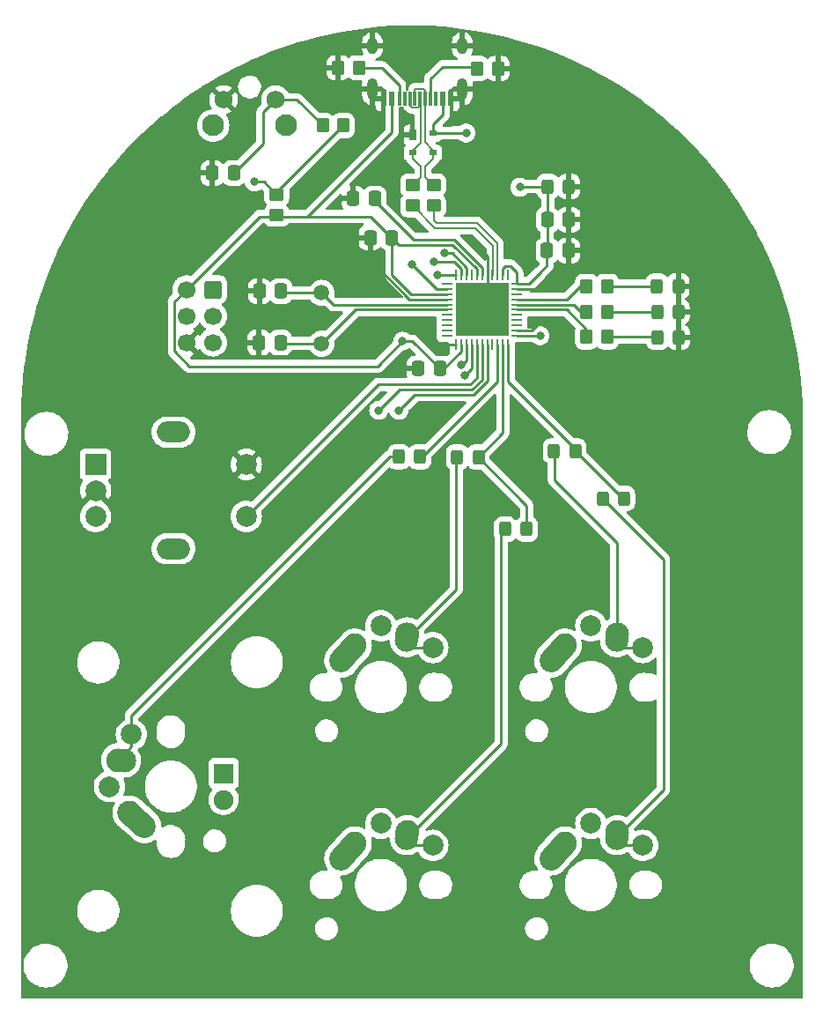
<source format=gbr>
%TF.GenerationSoftware,KiCad,Pcbnew,(6.0.2)*%
%TF.CreationDate,2022-05-21T08:25:36-07:00*%
%TF.ProjectId,muffin,6d756666-696e-42e6-9b69-6361645f7063,rev?*%
%TF.SameCoordinates,Original*%
%TF.FileFunction,Copper,L1,Top*%
%TF.FilePolarity,Positive*%
%FSLAX46Y46*%
G04 Gerber Fmt 4.6, Leading zero omitted, Abs format (unit mm)*
G04 Created by KiCad (PCBNEW (6.0.2)) date 2022-05-21 08:25:36*
%MOMM*%
%LPD*%
G01*
G04 APERTURE LIST*
G04 Aperture macros list*
%AMRoundRect*
0 Rectangle with rounded corners*
0 $1 Rounding radius*
0 $2 $3 $4 $5 $6 $7 $8 $9 X,Y pos of 4 corners*
0 Add a 4 corners polygon primitive as box body*
4,1,4,$2,$3,$4,$5,$6,$7,$8,$9,$2,$3,0*
0 Add four circle primitives for the rounded corners*
1,1,$1+$1,$2,$3*
1,1,$1+$1,$4,$5*
1,1,$1+$1,$6,$7*
1,1,$1+$1,$8,$9*
0 Add four rect primitives between the rounded corners*
20,1,$1+$1,$2,$3,$4,$5,0*
20,1,$1+$1,$4,$5,$6,$7,0*
20,1,$1+$1,$6,$7,$8,$9,0*
20,1,$1+$1,$8,$9,$2,$3,0*%
%AMHorizOval*
0 Thick line with rounded ends*
0 $1 width*
0 $2 $3 position (X,Y) of the first rounded end (center of the circle)*
0 $4 $5 position (X,Y) of the second rounded end (center of the circle)*
0 Add line between two ends*
20,1,$1,$2,$3,$4,$5,0*
0 Add two circle primitives to create the rounded ends*
1,1,$1,$2,$3*
1,1,$1,$4,$5*%
G04 Aperture macros list end*
%TA.AperFunction,ComponentPad*%
%ADD10C,2.000000*%
%TD*%
%TA.AperFunction,ComponentPad*%
%ADD11C,2.250000*%
%TD*%
%TA.AperFunction,ComponentPad*%
%ADD12HorizOval,2.250000X0.019771X0.290016X-0.019771X-0.290016X0*%
%TD*%
%TA.AperFunction,ComponentPad*%
%ADD13HorizOval,2.250000X0.654995X0.730004X-0.654995X-0.730004X0*%
%TD*%
%TA.AperFunction,SMDPad,CuDef*%
%ADD14RoundRect,0.250000X-0.350000X-0.450000X0.350000X-0.450000X0.350000X0.450000X-0.350000X0.450000X0*%
%TD*%
%TA.AperFunction,SMDPad,CuDef*%
%ADD15RoundRect,0.250000X0.325000X0.450000X-0.325000X0.450000X-0.325000X-0.450000X0.325000X-0.450000X0*%
%TD*%
%TA.AperFunction,SMDPad,CuDef*%
%ADD16RoundRect,0.250000X-0.337500X-0.475000X0.337500X-0.475000X0.337500X0.475000X-0.337500X0.475000X0*%
%TD*%
%TA.AperFunction,SMDPad,CuDef*%
%ADD17RoundRect,0.250000X0.337500X0.475000X-0.337500X0.475000X-0.337500X-0.475000X0.337500X-0.475000X0*%
%TD*%
%TA.AperFunction,ComponentPad*%
%ADD18HorizOval,2.250000X-0.730004X0.654995X0.730004X-0.654995X0*%
%TD*%
%TA.AperFunction,ComponentPad*%
%ADD19HorizOval,2.250000X-0.290016X0.019771X0.290016X-0.019771X0*%
%TD*%
%TA.AperFunction,ComponentPad*%
%ADD20C,1.905000*%
%TD*%
%TA.AperFunction,ComponentPad*%
%ADD21R,1.905000X1.905000*%
%TD*%
%TA.AperFunction,SMDPad,CuDef*%
%ADD22R,0.600000X1.450000*%
%TD*%
%TA.AperFunction,SMDPad,CuDef*%
%ADD23R,0.300000X1.450000*%
%TD*%
%TA.AperFunction,ComponentPad*%
%ADD24O,1.000000X2.100000*%
%TD*%
%TA.AperFunction,ComponentPad*%
%ADD25O,1.000000X1.600000*%
%TD*%
%TA.AperFunction,WasherPad*%
%ADD26O,3.200000X2.000000*%
%TD*%
%TA.AperFunction,ComponentPad*%
%ADD27R,2.000000X2.000000*%
%TD*%
%TA.AperFunction,ComponentPad*%
%ADD28C,2.100000*%
%TD*%
%TA.AperFunction,ComponentPad*%
%ADD29C,1.750000*%
%TD*%
%TA.AperFunction,SMDPad,CuDef*%
%ADD30RoundRect,0.250000X-0.450000X0.350000X-0.450000X-0.350000X0.450000X-0.350000X0.450000X0.350000X0*%
%TD*%
%TA.AperFunction,SMDPad,CuDef*%
%ADD31RoundRect,0.250000X0.350000X0.450000X-0.350000X0.450000X-0.350000X-0.450000X0.350000X-0.450000X0*%
%TD*%
%TA.AperFunction,SMDPad,CuDef*%
%ADD32RoundRect,0.062500X-0.062500X0.475000X-0.062500X-0.475000X0.062500X-0.475000X0.062500X0.475000X0*%
%TD*%
%TA.AperFunction,SMDPad,CuDef*%
%ADD33RoundRect,0.062500X-0.475000X0.062500X-0.475000X-0.062500X0.475000X-0.062500X0.475000X0.062500X0*%
%TD*%
%TA.AperFunction,SMDPad,CuDef*%
%ADD34R,5.200000X5.200000*%
%TD*%
%TA.AperFunction,SMDPad,CuDef*%
%ADD35RoundRect,0.250000X0.450000X-0.350000X0.450000X0.350000X-0.450000X0.350000X-0.450000X-0.350000X0*%
%TD*%
%TA.AperFunction,SMDPad,CuDef*%
%ADD36R,0.700000X1.000000*%
%TD*%
%TA.AperFunction,SMDPad,CuDef*%
%ADD37R,0.700000X0.600000*%
%TD*%
%TA.AperFunction,ComponentPad*%
%ADD38C,1.500000*%
%TD*%
%TA.AperFunction,SMDPad,CuDef*%
%ADD39RoundRect,0.250000X-0.325000X-0.450000X0.325000X-0.450000X0.325000X0.450000X-0.325000X0.450000X0*%
%TD*%
%TA.AperFunction,ComponentPad*%
%ADD40RoundRect,0.250000X0.600000X0.600000X-0.600000X0.600000X-0.600000X-0.600000X0.600000X-0.600000X0*%
%TD*%
%TA.AperFunction,ComponentPad*%
%ADD41C,1.700000*%
%TD*%
%TA.AperFunction,ViaPad*%
%ADD42C,0.800000*%
%TD*%
%TA.AperFunction,Conductor*%
%ADD43C,0.250000*%
%TD*%
%TA.AperFunction,Conductor*%
%ADD44C,0.200000*%
%TD*%
G04 APERTURE END LIST*
D10*
%TO.P,SW3,1,1*%
%TO.N,Net-(D2-Pad2)*%
X132762000Y-100848000D03*
D11*
X130302000Y-99568000D03*
D12*
X130281771Y-99857984D03*
D10*
%TO.P,SW3,2,2*%
%TO.N,Row 1*%
X127762000Y-98748000D03*
D11*
X125262000Y-100648000D03*
D13*
X124606995Y-101377996D03*
%TD*%
D10*
%TO.P,SW4,1,1*%
%TO.N,Net-(D3-Pad2)*%
X132762000Y-119848000D03*
D12*
X130281771Y-118857984D03*
D11*
X130302000Y-118568000D03*
D10*
%TO.P,SW4,2,2*%
%TO.N,Row 2*%
X127762000Y-117748000D03*
D11*
X125262000Y-119648000D03*
D13*
X124606995Y-120377996D03*
%TD*%
D14*
%TO.P,R3,1*%
%TO.N,Net-(C6-Pad1)*%
X122158000Y-50690000D03*
%TO.P,R3,2*%
%TO.N,Net-(R3-Pad2)*%
X124158000Y-50690000D03*
%TD*%
D15*
%TO.P,D6,1,K*%
%TO.N,Col C*%
X151132500Y-86520000D03*
%TO.P,D6,2,A*%
%TO.N,Net-(D6-Pad2)*%
X149082500Y-86520000D03*
%TD*%
D16*
%TO.P,C1,1*%
%TO.N,VBUS*%
X143782500Y-59740000D03*
%TO.P,C1,2*%
%TO.N,GND*%
X145857500Y-59740000D03*
%TD*%
D17*
%TO.P,C7,1*%
%TO.N,Net-(C7-Pad1)*%
X118147500Y-66600000D03*
%TO.P,C7,2*%
%TO.N,GND*%
X116072500Y-66600000D03*
%TD*%
D14*
%TO.P,R4,1*%
%TO.N,LED_R*%
X147550000Y-66130000D03*
%TO.P,R4,2*%
%TO.N,Net-(D8-Pad2)*%
X149550000Y-66130000D03*
%TD*%
D18*
%TO.P,SW2,1,1*%
%TO.N,Row 1*%
X104291996Y-117353005D03*
D10*
X101662000Y-114198000D03*
D11*
X103562000Y-116698000D03*
D10*
%TO.P,SW2,2,2*%
%TO.N,Net-(D1-Pad2)*%
X103762000Y-109198000D03*
D19*
X102771984Y-111678229D03*
D11*
X102482000Y-111658000D03*
D20*
%TO.P,SW2,3*%
%TO.N,N/C*%
X112642000Y-115468000D03*
D21*
%TO.P,SW2,4*%
X112642000Y-112928000D03*
%TD*%
D16*
%TO.P,C4,1*%
%TO.N,VBUS*%
X143742500Y-62710000D03*
%TO.P,C4,2*%
%TO.N,GND*%
X145817500Y-62710000D03*
%TD*%
D15*
%TO.P,D2,1,K*%
%TO.N,Col B*%
X137145000Y-82540000D03*
%TO.P,D2,2,A*%
%TO.N,Net-(D2-Pad2)*%
X135095000Y-82540000D03*
%TD*%
D22*
%TO.P,J1,A1,GND*%
%TO.N,GND*%
X134515000Y-48102500D03*
%TO.P,J1,A4,VBUS*%
%TO.N,VBUS*%
X133740000Y-48102500D03*
D23*
%TO.P,J1,A5,CC1*%
%TO.N,Net-(J1-PadA5)*%
X132540000Y-48102500D03*
%TO.P,J1,A6,D+*%
%TO.N,D+*%
X131540000Y-48102500D03*
%TO.P,J1,A7,D-*%
%TO.N,D-*%
X131040000Y-48102500D03*
%TO.P,J1,A8,SBU1*%
%TO.N,unconnected-(J1-PadA8)*%
X130040000Y-48102500D03*
D22*
%TO.P,J1,A9,VBUS*%
%TO.N,VBUS*%
X128840000Y-48102500D03*
%TO.P,J1,A12,GND*%
%TO.N,GND*%
X128065000Y-48102500D03*
%TO.P,J1,B1,GND*%
X128065000Y-48102500D03*
%TO.P,J1,B4,VBUS*%
%TO.N,VBUS*%
X128840000Y-48102500D03*
D23*
%TO.P,J1,B5,CC2*%
%TO.N,Net-(J1-PadB5)*%
X129540000Y-48102500D03*
%TO.P,J1,B6,D+*%
%TO.N,D+*%
X130540000Y-48102500D03*
%TO.P,J1,B7,D-*%
%TO.N,D-*%
X132040000Y-48102500D03*
%TO.P,J1,B8,SBU2*%
%TO.N,unconnected-(J1-PadB8)*%
X133040000Y-48102500D03*
D22*
%TO.P,J1,B9,VBUS*%
%TO.N,VBUS*%
X133740000Y-48102500D03*
%TO.P,J1,B12,GND*%
%TO.N,GND*%
X134515000Y-48102500D03*
D24*
%TO.P,J1,S1,SHIELD*%
X135610000Y-47187500D03*
D25*
X135610000Y-43007500D03*
X126970000Y-43007500D03*
D24*
X126970000Y-47187500D03*
%TD*%
D17*
%TO.P,C2,1*%
%TO.N,VBUS*%
X133427500Y-74040000D03*
%TO.P,C2,2*%
%TO.N,GND*%
X131352500Y-74040000D03*
%TD*%
D26*
%TO.P,SW1,*%
%TO.N,*%
X107816000Y-91350000D03*
X107816000Y-80150000D03*
D27*
%TO.P,SW1,A,A*%
%TO.N,Enc_A*%
X100316000Y-83250000D03*
D10*
%TO.P,SW1,B,B*%
%TO.N,Enc_B*%
X100316000Y-88250000D03*
%TO.P,SW1,C,C*%
%TO.N,GND*%
X100316000Y-85750000D03*
%TO.P,SW1,S1,S1*%
%TO.N,Enc_SW*%
X114816000Y-88250000D03*
%TO.P,SW1,S2,S2*%
%TO.N,GND*%
X114816000Y-83250000D03*
%TD*%
D15*
%TO.P,D10,1,K*%
%TO.N,GND*%
X156412500Y-71030000D03*
%TO.P,D10,2,A*%
%TO.N,Net-(D10-Pad2)*%
X154362500Y-71030000D03*
%TD*%
D28*
%TO.P,SW7,*%
%TO.N,*%
X118643000Y-50692500D03*
X111633000Y-50692500D03*
D29*
%TO.P,SW7,1,1*%
%TO.N,GND*%
X112633000Y-48202500D03*
%TO.P,SW7,2,2*%
%TO.N,Net-(C6-Pad1)*%
X117633000Y-48202500D03*
%TD*%
D30*
%TO.P,R8,1*%
%TO.N,D-*%
X132830000Y-56380000D03*
%TO.P,R8,2*%
%TO.N,/DN*%
X132830000Y-58380000D03*
%TD*%
D15*
%TO.P,D1,1,K*%
%TO.N,Col A*%
X131520000Y-82510000D03*
%TO.P,D1,2,A*%
%TO.N,Net-(D1-Pad2)*%
X129470000Y-82510000D03*
%TD*%
%TO.P,D8,1,K*%
%TO.N,GND*%
X156375000Y-66107500D03*
%TO.P,D8,2,A*%
%TO.N,Net-(D8-Pad2)*%
X154325000Y-66107500D03*
%TD*%
%TO.P,D9,1,K*%
%TO.N,GND*%
X156382500Y-68580000D03*
%TO.P,D9,2,A*%
%TO.N,Net-(D9-Pad2)*%
X154332500Y-68580000D03*
%TD*%
D17*
%TO.P,C8,1*%
%TO.N,Net-(C8-Pad1)*%
X127177500Y-57720000D03*
%TO.P,C8,2*%
%TO.N,GND*%
X125102500Y-57720000D03*
%TD*%
D31*
%TO.P,R2,1*%
%TO.N,Net-(J1-PadB5)*%
X125660000Y-45137500D03*
%TO.P,R2,2*%
%TO.N,GND*%
X123660000Y-45137500D03*
%TD*%
D32*
%TO.P,U1,1,PE6*%
%TO.N,unconnected-(U1-Pad1)*%
X139990000Y-65052500D03*
%TO.P,U1,2,UVCC*%
%TO.N,VBUS*%
X139490000Y-65052500D03*
%TO.P,U1,3,D-*%
%TO.N,/DN*%
X138990000Y-65052500D03*
%TO.P,U1,4,D+*%
%TO.N,/DP*%
X138490000Y-65052500D03*
%TO.P,U1,5,UGND*%
%TO.N,GND*%
X137990000Y-65052500D03*
%TO.P,U1,6,UCAP*%
%TO.N,Net-(C8-Pad1)*%
X137490000Y-65052500D03*
%TO.P,U1,7,VBUS*%
%TO.N,VBUS*%
X136990000Y-65052500D03*
%TO.P,U1,8,PB0*%
%TO.N,unconnected-(U1-Pad8)*%
X136490000Y-65052500D03*
%TO.P,U1,9,PB1*%
%TO.N,SCK*%
X135990000Y-65052500D03*
%TO.P,U1,10,PB2*%
%TO.N,MOSI*%
X135490000Y-65052500D03*
%TO.P,U1,11,PB3*%
%TO.N,MISO*%
X134990000Y-65052500D03*
D33*
%TO.P,U1,12,PB7*%
%TO.N,unconnected-(U1-Pad12)*%
X134152500Y-65890000D03*
%TO.P,U1,13,~{RESET}*%
%TO.N,RESET*%
X134152500Y-66390000D03*
%TO.P,U1,14,VCC*%
%TO.N,VBUS*%
X134152500Y-66890000D03*
%TO.P,U1,15,GND*%
%TO.N,GND*%
X134152500Y-67390000D03*
%TO.P,U1,16,XTAL2*%
%TO.N,Net-(C7-Pad1)*%
X134152500Y-67890000D03*
%TO.P,U1,17,XTAL1*%
%TO.N,Net-(C5-Pad1)*%
X134152500Y-68390000D03*
%TO.P,U1,18,PD0*%
%TO.N,unconnected-(U1-Pad18)*%
X134152500Y-68890000D03*
%TO.P,U1,19,PD1*%
%TO.N,unconnected-(U1-Pad19)*%
X134152500Y-69390000D03*
%TO.P,U1,20,PD2*%
%TO.N,unconnected-(U1-Pad20)*%
X134152500Y-69890000D03*
%TO.P,U1,21,PD3*%
%TO.N,unconnected-(U1-Pad21)*%
X134152500Y-70390000D03*
%TO.P,U1,22,PD5*%
%TO.N,unconnected-(U1-Pad22)*%
X134152500Y-70890000D03*
D32*
%TO.P,U1,23,GND*%
%TO.N,GND*%
X134990000Y-71727500D03*
%TO.P,U1,24,AVCC*%
%TO.N,VBUS*%
X135490000Y-71727500D03*
%TO.P,U1,25,PD4*%
%TO.N,Row 1*%
X135990000Y-71727500D03*
%TO.P,U1,26,PD6*%
%TO.N,Row 2*%
X136490000Y-71727500D03*
%TO.P,U1,27,PD7*%
%TO.N,Enc_SW*%
X136990000Y-71727500D03*
%TO.P,U1,28,PB4*%
%TO.N,Enc_A*%
X137490000Y-71727500D03*
%TO.P,U1,29,PB5*%
%TO.N,Enc_B*%
X137990000Y-71727500D03*
%TO.P,U1,30,PB6*%
%TO.N,unconnected-(U1-Pad30)*%
X138490000Y-71727500D03*
%TO.P,U1,31,PC6*%
%TO.N,Col A*%
X138990000Y-71727500D03*
%TO.P,U1,32,PC7*%
%TO.N,Col B*%
X139490000Y-71727500D03*
%TO.P,U1,33,~{HWB}/PE2*%
%TO.N,Col C*%
X139990000Y-71727500D03*
D33*
%TO.P,U1,34,VCC*%
%TO.N,VBUS*%
X140827500Y-70890000D03*
%TO.P,U1,35,GND*%
%TO.N,GND*%
X140827500Y-70390000D03*
%TO.P,U1,36,PF7*%
%TO.N,unconnected-(U1-Pad36)*%
X140827500Y-69890000D03*
%TO.P,U1,37,PF6*%
%TO.N,unconnected-(U1-Pad37)*%
X140827500Y-69390000D03*
%TO.P,U1,38,PF5*%
%TO.N,unconnected-(U1-Pad38)*%
X140827500Y-68890000D03*
%TO.P,U1,39,PF4*%
%TO.N,LED_B*%
X140827500Y-68390000D03*
%TO.P,U1,40,PF1*%
%TO.N,LED_G*%
X140827500Y-67890000D03*
%TO.P,U1,41,PF0*%
%TO.N,LED_R*%
X140827500Y-67390000D03*
%TO.P,U1,42,AREF*%
%TO.N,unconnected-(U1-Pad42)*%
X140827500Y-66890000D03*
%TO.P,U1,43,GND*%
%TO.N,GND*%
X140827500Y-66390000D03*
%TO.P,U1,44,AVCC*%
%TO.N,VBUS*%
X140827500Y-65890000D03*
D34*
%TO.P,U1,45,GND*%
%TO.N,GND*%
X137490000Y-68390000D03*
%TD*%
D15*
%TO.P,D3,1,K*%
%TO.N,Col B*%
X141780000Y-89470000D03*
%TO.P,D3,2,A*%
%TO.N,Net-(D3-Pad2)*%
X139730000Y-89470000D03*
%TD*%
D17*
%TO.P,C3,1*%
%TO.N,VBUS*%
X128807500Y-61460000D03*
%TO.P,C3,2*%
%TO.N,GND*%
X126732500Y-61460000D03*
%TD*%
D14*
%TO.P,R1,1*%
%TO.N,Net-(J1-PadA5)*%
X137040000Y-45207500D03*
%TO.P,R1,2*%
%TO.N,GND*%
X139040000Y-45207500D03*
%TD*%
D17*
%TO.P,C5,1*%
%TO.N,Net-(C5-Pad1)*%
X118097500Y-71550000D03*
%TO.P,C5,2*%
%TO.N,GND*%
X116022500Y-71550000D03*
%TD*%
D11*
%TO.P,SW6,1,1*%
%TO.N,Net-(D6-Pad2)*%
X150502000Y-118568000D03*
D10*
X152962000Y-119848000D03*
D12*
X150481771Y-118857984D03*
D11*
%TO.P,SW6,2,2*%
%TO.N,Row 2*%
X145462000Y-119648000D03*
D10*
X147962000Y-117748000D03*
D13*
X144806995Y-120377996D03*
%TD*%
D15*
%TO.P,D5,1,K*%
%TO.N,Col C*%
X146462500Y-81960000D03*
%TO.P,D5,2,A*%
%TO.N,Net-(D5-Pad2)*%
X144412500Y-81960000D03*
%TD*%
D35*
%TO.P,R5,1*%
%TO.N,VBUS*%
X117740000Y-59320000D03*
%TO.P,R5,2*%
%TO.N,Net-(R3-Pad2)*%
X117740000Y-57320000D03*
%TD*%
D14*
%TO.P,R9,1*%
%TO.N,LED_B*%
X147540000Y-71000000D03*
%TO.P,R9,2*%
%TO.N,Net-(D10-Pad2)*%
X149540000Y-71000000D03*
%TD*%
D36*
%TO.P,D7,1,GND*%
%TO.N,GND*%
X130810000Y-51620000D03*
D37*
%TO.P,D7,2,I/O1*%
%TO.N,D+*%
X130810000Y-53320000D03*
%TO.P,D7,3,I/O2*%
%TO.N,D-*%
X132810000Y-53320000D03*
%TO.P,D7,4,VCC*%
%TO.N,VBUS*%
X132810000Y-51420000D03*
%TD*%
D14*
%TO.P,R6,1*%
%TO.N,LED_G*%
X147550000Y-68590000D03*
%TO.P,R6,2*%
%TO.N,Net-(D9-Pad2)*%
X149550000Y-68590000D03*
%TD*%
D38*
%TO.P,Y1,1,1*%
%TO.N,Net-(C5-Pad1)*%
X122060000Y-71650000D03*
%TO.P,Y1,2,2*%
%TO.N,Net-(C7-Pad1)*%
X122060000Y-66770000D03*
%TD*%
D39*
%TO.P,D4,1,K*%
%TO.N,VBUS*%
X143797500Y-56550000D03*
%TO.P,D4,2,A*%
%TO.N,GND*%
X145847500Y-56550000D03*
%TD*%
D10*
%TO.P,SW5,1,1*%
%TO.N,Net-(D5-Pad2)*%
X152962000Y-100848000D03*
D12*
X150481771Y-99857984D03*
D11*
X150502000Y-99568000D03*
D10*
%TO.P,SW5,2,2*%
%TO.N,Row 1*%
X147962000Y-98748000D03*
D11*
X145462000Y-100648000D03*
D13*
X144806995Y-101377996D03*
%TD*%
D35*
%TO.P,R7,1*%
%TO.N,/DP*%
X130820000Y-58400000D03*
%TO.P,R7,2*%
%TO.N,D+*%
X130820000Y-56400000D03*
%TD*%
D17*
%TO.P,C6,1*%
%TO.N,Net-(C6-Pad1)*%
X113617500Y-55260000D03*
%TO.P,C6,2*%
%TO.N,GND*%
X111542500Y-55260000D03*
%TD*%
D40*
%TO.P,J2,1,MISO*%
%TO.N,MISO*%
X111607500Y-66445000D03*
D41*
%TO.P,J2,2,VCC*%
%TO.N,VBUS*%
X109067500Y-66445000D03*
%TO.P,J2,3,SCK*%
%TO.N,SCK*%
X111607500Y-68985000D03*
%TO.P,J2,4,MOSI*%
%TO.N,MOSI*%
X109067500Y-68985000D03*
%TO.P,J2,5,~{RST}*%
%TO.N,RESET*%
X111607500Y-71525000D03*
%TO.P,J2,6,GND*%
%TO.N,GND*%
X109067500Y-71525000D03*
%TD*%
D42*
%TO.N,GND*%
X129980000Y-69850000D03*
X136940000Y-62200000D03*
X127660000Y-55130000D03*
X144930000Y-69510000D03*
%TO.N,VBUS*%
X143080000Y-70880000D03*
X141140000Y-56610000D03*
X135960000Y-51410000D03*
X129840000Y-71400000D03*
%TO.N,MISO*%
X133220000Y-65050000D03*
%TO.N,SCK*%
X133900000Y-62950000D03*
%TO.N,MOSI*%
X132850000Y-63780000D03*
%TO.N,RESET*%
X130740000Y-64010000D03*
%TO.N,Row 1*%
X135530000Y-73670000D03*
%TO.N,Row 2*%
X135830000Y-74680000D03*
%TO.N,Enc_A*%
X127550000Y-78060000D03*
%TO.N,Enc_B*%
X129510000Y-78060000D03*
%TO.N,Net-(R3-Pad2)*%
X115590000Y-56100000D03*
%TD*%
D43*
%TO.N,Net-(C5-Pad1)*%
X118197500Y-71650000D02*
X118097500Y-71550000D01*
X122060000Y-71650000D02*
X118197500Y-71650000D01*
X125320000Y-68390000D02*
X122060000Y-71650000D01*
X134152500Y-68390000D02*
X125320000Y-68390000D01*
%TO.N,GND*%
X137990000Y-65052500D02*
X137990000Y-67890000D01*
X145850000Y-64510000D02*
X145850000Y-62742500D01*
X140827500Y-70390000D02*
X142290000Y-70390000D01*
X134152500Y-67390000D02*
X130494282Y-67390000D01*
X137990000Y-65052500D02*
X137990000Y-63270000D01*
X143970000Y-66390000D02*
X145850000Y-64510000D01*
X137990000Y-63270000D02*
X136940000Y-62200000D01*
X136940000Y-62200000D02*
X136940000Y-62220000D01*
X144930000Y-69510000D02*
X144930000Y-69520000D01*
X126732500Y-63628218D02*
X126732500Y-61460000D01*
X145850000Y-62742500D02*
X145817500Y-62710000D01*
X131470000Y-70600000D02*
X130720000Y-69850000D01*
X130494282Y-67390000D02*
X126732500Y-63628218D01*
X142290000Y-70390000D02*
X143160000Y-69520000D01*
X140827500Y-66390000D02*
X143970000Y-66390000D01*
X134990000Y-71727500D02*
X132597500Y-71727500D01*
X130720000Y-69850000D02*
X129980000Y-69850000D01*
X137990000Y-67890000D02*
X137490000Y-68390000D01*
X132597500Y-71727500D02*
X131470000Y-70600000D01*
X143160000Y-69520000D02*
X144930000Y-69510000D01*
%TO.N,VBUS*%
X143742500Y-64157500D02*
X143110000Y-64810000D01*
X139490000Y-64430000D02*
X139490000Y-65052500D01*
X126810000Y-59420000D02*
X128807500Y-61460000D01*
X120710000Y-59420000D02*
X116092500Y-59420000D01*
X135958323Y-51411677D02*
X135960000Y-51410000D01*
X129840000Y-71400000D02*
X130787500Y-71400000D01*
X120710000Y-59420000D02*
X126810000Y-59420000D01*
X109067500Y-66445000D02*
X107892989Y-67619511D01*
X128840000Y-51290000D02*
X120710000Y-59420000D01*
X132810000Y-51420000D02*
X135431677Y-51411677D01*
X128840000Y-48102500D02*
X128840000Y-51290000D01*
X128807500Y-65067500D02*
X128807500Y-61460000D01*
X127410000Y-73830000D02*
X129840000Y-71400000D01*
X134672328Y-62150000D02*
X129497500Y-62150000D01*
X130630000Y-66890000D02*
X128807500Y-65067500D01*
X143782500Y-62670000D02*
X143742500Y-62710000D01*
X109360000Y-73830000D02*
X127410000Y-73830000D01*
X140827500Y-65890000D02*
X140827500Y-64805172D01*
X143797500Y-59725000D02*
X143782500Y-59740000D01*
X135431677Y-51411677D02*
X135958323Y-51411677D01*
X134152500Y-66890000D02*
X130630000Y-66890000D01*
X143742500Y-62710000D02*
X143742500Y-64157500D01*
X107892989Y-67619511D02*
X107892989Y-72362989D01*
X139729520Y-64190480D02*
X139490000Y-64430000D01*
X133740000Y-48102500D02*
X133740000Y-49660000D01*
X140212808Y-64190480D02*
X139729520Y-64190480D01*
X142010000Y-65890000D02*
X140827500Y-65890000D01*
X143797500Y-56550000D02*
X143797500Y-59725000D01*
X116092500Y-59420000D02*
X109067500Y-66445000D01*
X140837500Y-70880000D02*
X140827500Y-70890000D01*
X140827500Y-64805172D02*
X140212808Y-64190480D01*
X129497500Y-62150000D02*
X128807500Y-61460000D01*
X133830000Y-74040000D02*
X135490000Y-72380000D01*
X133740000Y-49660000D02*
X132810000Y-50590000D01*
X143110000Y-64810000D02*
X142010000Y-65890000D01*
X133427500Y-74040000D02*
X133830000Y-74040000D01*
X143782500Y-59740000D02*
X143782500Y-62670000D01*
X136990000Y-65052500D02*
X136990000Y-64467672D01*
X130787500Y-71400000D02*
X133427500Y-74040000D01*
X132810000Y-50590000D02*
X132810000Y-51420000D01*
X135490000Y-72380000D02*
X135490000Y-71727500D01*
X141110000Y-56550000D02*
X143797500Y-56550000D01*
X107892989Y-72362989D02*
X109360000Y-73830000D01*
X136990000Y-64467672D02*
X134672328Y-62150000D01*
X143080000Y-70880000D02*
X140837500Y-70880000D01*
%TO.N,Net-(C6-Pad1)*%
X117633000Y-48202500D02*
X119670500Y-48202500D01*
X116440000Y-49395500D02*
X117633000Y-48202500D01*
X116440000Y-52437500D02*
X116440000Y-49395500D01*
X113617500Y-55260000D02*
X116440000Y-52437500D01*
X119670500Y-48202500D02*
X122158000Y-50690000D01*
%TO.N,Net-(C8-Pad1)*%
X137490000Y-64331955D02*
X134808046Y-61650000D01*
X137490000Y-65052500D02*
X137490000Y-64331955D01*
X130900000Y-61650000D02*
X127350000Y-58100000D01*
X134808046Y-61650000D02*
X130900000Y-61650000D01*
%TO.N,Col A*%
X138990000Y-75260000D02*
X131740000Y-82510000D01*
X138990000Y-71727500D02*
X138990000Y-75260000D01*
%TO.N,Net-(D2-Pad2)*%
X135021000Y-95239000D02*
X135021000Y-82448000D01*
X130962000Y-100848000D02*
X130262000Y-100148000D01*
X130262000Y-99998000D02*
X135021000Y-95239000D01*
X130262000Y-100148000D02*
X130262000Y-99998000D01*
X132762000Y-100848000D02*
X130962000Y-100848000D01*
%TO.N,Col B*%
X141780000Y-87190000D02*
X141780000Y-89470000D01*
X137145000Y-82540000D02*
X137145000Y-82555000D01*
X137145000Y-82555000D02*
X141780000Y-87190000D01*
X139490000Y-80195000D02*
X137145000Y-82540000D01*
X139490000Y-71727500D02*
X139490000Y-80195000D01*
%TO.N,Net-(D3-Pad2)*%
X139339000Y-110071000D02*
X139339000Y-89560000D01*
X132762000Y-119848000D02*
X130962000Y-119848000D01*
X130262000Y-119148000D02*
X139339000Y-110071000D01*
X130962000Y-119848000D02*
X130262000Y-119148000D01*
%TO.N,Net-(C7-Pad1)*%
X118317500Y-66770000D02*
X118147500Y-66600000D01*
X134152500Y-67890000D02*
X123180000Y-67890000D01*
X122060000Y-66770000D02*
X118317500Y-66770000D01*
X123180000Y-67890000D02*
X122060000Y-66770000D01*
D44*
%TO.N,D+*%
X131585000Y-52315000D02*
X131585000Y-48280000D01*
X131600000Y-55620000D02*
X130820000Y-56400000D01*
X130810000Y-53320000D02*
X130810000Y-53845001D01*
X131540000Y-48776522D02*
X131339511Y-48977011D01*
X130540000Y-48776522D02*
X130540000Y-48102500D01*
X131540000Y-48102500D02*
X131540000Y-48776522D01*
X130810000Y-53090000D02*
X131585000Y-52315000D01*
X131600000Y-54635001D02*
X131600000Y-55620000D01*
X130810000Y-53320000D02*
X130810000Y-53090000D01*
X130810000Y-53845001D02*
X131600000Y-54635001D01*
X131339511Y-48977011D02*
X130740489Y-48977011D01*
X130740489Y-48977011D02*
X130540000Y-48776522D01*
%TO.N,D-*%
X132810000Y-53845001D02*
X132000000Y-54655001D01*
X132035000Y-52305000D02*
X132035000Y-48280000D01*
X132000000Y-54655001D02*
X132000000Y-55640000D01*
X132810000Y-53320000D02*
X132810000Y-53080000D01*
X132810000Y-53080000D02*
X132035000Y-52305000D01*
X132040000Y-47370000D02*
X132040000Y-48102500D01*
X132740000Y-56380000D02*
X132830000Y-56380000D01*
X131040000Y-48102500D02*
X131040000Y-47177500D01*
X132810000Y-53320000D02*
X132810000Y-53845001D01*
X131847500Y-47177500D02*
X132040000Y-47370000D01*
X132000000Y-55640000D02*
X132740000Y-56380000D01*
X131040000Y-47177500D02*
X131847500Y-47177500D01*
D43*
%TO.N,Col C*%
X146462500Y-81960000D02*
X146470000Y-81960000D01*
X146470000Y-81960000D02*
X150800000Y-86290000D01*
X139990000Y-75260000D02*
X146450000Y-81720000D01*
X139990000Y-71727500D02*
X139990000Y-75260000D01*
%TO.N,Net-(D6-Pad2)*%
X154930000Y-92367500D02*
X149082500Y-86520000D01*
X150462000Y-119148000D02*
X150462000Y-118948000D01*
X150462000Y-118948000D02*
X154930000Y-114480000D01*
X151162000Y-119848000D02*
X150462000Y-119148000D01*
X154930000Y-114480000D02*
X154930000Y-92367500D01*
X152962000Y-119848000D02*
X151162000Y-119848000D01*
%TO.N,Net-(D1-Pad2)*%
X102482000Y-111658000D02*
X103762000Y-110378000D01*
X103762000Y-107388000D02*
X128640000Y-82510000D01*
X103762000Y-110378000D02*
X103762000Y-109198000D01*
X128640000Y-82510000D02*
X129470000Y-82510000D01*
X103762000Y-109198000D02*
X103762000Y-107388000D01*
%TO.N,MISO*%
X133220000Y-65050000D02*
X133230000Y-65060000D01*
X133237500Y-65052500D02*
X133220000Y-65050000D01*
X134990000Y-65052500D02*
X133237500Y-65052500D01*
%TO.N,SCK*%
X135990000Y-65052500D02*
X135990000Y-64330000D01*
X134610000Y-62950000D02*
X133900000Y-62950000D01*
X135990000Y-64330000D02*
X134610000Y-62950000D01*
%TO.N,MOSI*%
X134804282Y-63780000D02*
X135490000Y-64465718D01*
X134804282Y-63780000D02*
X132850000Y-63780000D01*
X135490000Y-65052500D02*
X135490000Y-64465718D01*
%TO.N,RESET*%
X134152500Y-66390000D02*
X133120000Y-66390000D01*
X133120000Y-66390000D02*
X130740000Y-64010000D01*
%TO.N,Net-(D5-Pad2)*%
X150462000Y-100148000D02*
X151162000Y-100848000D01*
X144460000Y-84760000D02*
X144460000Y-82007500D01*
X150462000Y-90762000D02*
X144460000Y-84760000D01*
X150462000Y-100148000D02*
X150462000Y-90762000D01*
X144460000Y-82007500D02*
X144412500Y-81960000D01*
X151162000Y-100848000D02*
X152962000Y-100848000D01*
%TO.N,Net-(J1-PadA5)*%
X132540000Y-48102500D02*
X132540000Y-46190000D01*
X133690000Y-45040000D02*
X136872500Y-45040000D01*
X132540000Y-46190000D02*
X133690000Y-45040000D01*
X136872500Y-45040000D02*
X137040000Y-45207500D01*
%TO.N,Net-(J1-PadB5)*%
X129540000Y-46808227D02*
X127869273Y-45137500D01*
X127869273Y-45137500D02*
X125660000Y-45137500D01*
X129540000Y-48102500D02*
X129540000Y-46808227D01*
%TO.N,Row 1*%
X135970000Y-73230000D02*
X135530000Y-73670000D01*
X135990000Y-71727500D02*
X135990000Y-73230000D01*
X135990000Y-73230000D02*
X135970000Y-73230000D01*
X135990000Y-73230000D02*
X135540000Y-73670000D01*
%TO.N,Row 2*%
X136490000Y-74020000D02*
X135830000Y-74680000D01*
X136490000Y-71727500D02*
X136490000Y-74020000D01*
%TO.N,Enc_A*%
X137490000Y-75085717D02*
X136505717Y-76070000D01*
X129540000Y-76070000D02*
X136505717Y-76070000D01*
X129540000Y-76070000D02*
X127550000Y-78060000D01*
X137490000Y-71727500D02*
X137490000Y-75085717D01*
%TO.N,Enc_B*%
X137990000Y-75221434D02*
X136661434Y-76550000D01*
X137990000Y-71727500D02*
X137990000Y-75221434D01*
X136661434Y-76550000D02*
X131040000Y-76550000D01*
X131040000Y-76550000D02*
X129520000Y-78060000D01*
%TO.N,Enc_SW*%
X136380000Y-75560000D02*
X127506000Y-75560000D01*
X127506000Y-75560000D02*
X114816000Y-88250000D01*
X136990000Y-71727500D02*
X136990000Y-74950000D01*
X136990000Y-74950000D02*
X136380000Y-75560000D01*
%TO.N,Net-(R3-Pad2)*%
X115590000Y-56100000D02*
X116520000Y-56100000D01*
X116520000Y-56100000D02*
X117740000Y-57320000D01*
X117740000Y-57320000D02*
X117740000Y-57108000D01*
X117740000Y-57108000D02*
X124158000Y-50690000D01*
D44*
%TO.N,/DP*%
X132955000Y-60535000D02*
X136826800Y-60535000D01*
X130820000Y-58400000D02*
X132955000Y-60535000D01*
X138514999Y-65027501D02*
X138490000Y-65052500D01*
X138514999Y-62223199D02*
X138514999Y-65027501D01*
X136826800Y-60535000D02*
X138514999Y-62223199D01*
%TO.N,/DN*%
X138965001Y-65027501D02*
X138990000Y-65052500D01*
X138965001Y-62036801D02*
X138965001Y-65027501D01*
X132830000Y-59773603D02*
X133141397Y-60085000D01*
X133141397Y-60085000D02*
X137013200Y-60085000D01*
X137013200Y-60085000D02*
X138965001Y-62036801D01*
X132830000Y-58380000D02*
X132830000Y-59773603D01*
D43*
%TO.N,Net-(D8-Pad2)*%
X149550000Y-66130000D02*
X154302500Y-66130000D01*
X154302500Y-66130000D02*
X154325000Y-66107500D01*
%TO.N,Net-(D9-Pad2)*%
X154322500Y-68590000D02*
X154332500Y-68580000D01*
X149550000Y-68590000D02*
X154322500Y-68590000D01*
%TO.N,Net-(D10-Pad2)*%
X154342500Y-71010000D02*
X154362500Y-71030000D01*
X149400000Y-71010000D02*
X154342500Y-71010000D01*
%TO.N,LED_R*%
X146900000Y-66130000D02*
X147550000Y-66130000D01*
X140827500Y-67390000D02*
X145640000Y-67390000D01*
X145640000Y-67390000D02*
X146900000Y-66130000D01*
%TO.N,LED_G*%
X140827500Y-67890000D02*
X146310000Y-67890000D01*
X146310000Y-67890000D02*
X147010000Y-68590000D01*
X147010000Y-68590000D02*
X147550000Y-68590000D01*
%TO.N,LED_B*%
X140827500Y-68390000D02*
X145620000Y-68390000D01*
X145620000Y-68390000D02*
X147540000Y-70310000D01*
X147540000Y-70310000D02*
X147540000Y-71000000D01*
%TD*%
%TA.AperFunction,Conductor*%
%TO.N,GND*%
G36*
X131340767Y-41078995D02*
G01*
X132553506Y-41118287D01*
X132557582Y-41118485D01*
X133768421Y-41197027D01*
X133772488Y-41197357D01*
X134437443Y-41262169D01*
X134980162Y-41315068D01*
X134984203Y-41315528D01*
X136187430Y-41472284D01*
X136191450Y-41472875D01*
X136719942Y-41559214D01*
X137388949Y-41668509D01*
X137392965Y-41669232D01*
X138583482Y-41903536D01*
X138587470Y-41904387D01*
X139769863Y-42177140D01*
X139773776Y-42178110D01*
X140946667Y-42488995D01*
X140950574Y-42490098D01*
X142112804Y-42838807D01*
X142116666Y-42840035D01*
X143266988Y-43226193D01*
X143270789Y-43227538D01*
X144408001Y-43650742D01*
X144411797Y-43652225D01*
X144635549Y-43743847D01*
X145534691Y-44112027D01*
X145538441Y-44113634D01*
X146174278Y-44398373D01*
X146643738Y-44608605D01*
X146645848Y-44609550D01*
X146649536Y-44611274D01*
X147348416Y-44951829D01*
X147740320Y-45142799D01*
X147743959Y-45144646D01*
X148816927Y-45711197D01*
X148820504Y-45713160D01*
X149326449Y-46001637D01*
X149874618Y-46314190D01*
X149878098Y-46316250D01*
X150614554Y-46768371D01*
X150912173Y-46951084D01*
X150915615Y-46953275D01*
X151928560Y-47621242D01*
X151931930Y-47623543D01*
X152922728Y-48323970D01*
X152926022Y-48326379D01*
X153893652Y-49058549D01*
X153896865Y-49061064D01*
X154453964Y-49511695D01*
X154789191Y-49782856D01*
X154840220Y-49824133D01*
X154843337Y-49826738D01*
X155759101Y-50617895D01*
X155761556Y-50620016D01*
X155764600Y-50622734D01*
X156656582Y-51445267D01*
X156659537Y-51448081D01*
X156829223Y-51615041D01*
X157505207Y-52280166D01*
X157524462Y-52299112D01*
X157527314Y-52302011D01*
X158320063Y-53134239D01*
X158364222Y-53180597D01*
X158366982Y-53183590D01*
X159174986Y-54088800D01*
X159177651Y-54091884D01*
X159955929Y-55022796D01*
X159958459Y-55025922D01*
X160666737Y-55931134D01*
X160706215Y-55981589D01*
X160708676Y-55984842D01*
X161393519Y-56921054D01*
X161425064Y-56964178D01*
X161427419Y-56967511D01*
X162111700Y-57969508D01*
X162113947Y-57972914D01*
X162765442Y-58996571D01*
X162767577Y-59000049D01*
X163385576Y-60044256D01*
X163387597Y-60047801D01*
X163565096Y-60371166D01*
X163919151Y-61016179D01*
X163971456Y-61111468D01*
X163973352Y-61115059D01*
X164517808Y-62187905D01*
X164522463Y-62197077D01*
X164524245Y-62200733D01*
X164724144Y-62628412D01*
X165038044Y-63299996D01*
X165039712Y-63303721D01*
X165517633Y-64419016D01*
X165519179Y-64422792D01*
X165960732Y-65552973D01*
X165962155Y-65556797D01*
X166366878Y-66700681D01*
X166368177Y-66704550D01*
X166583294Y-67381500D01*
X166724906Y-67827135D01*
X166735647Y-67860937D01*
X166736817Y-67864834D01*
X167064353Y-69024391D01*
X167066662Y-69032567D01*
X167067701Y-69036489D01*
X167358301Y-70209211D01*
X167359551Y-70214256D01*
X167360462Y-70218208D01*
X167614024Y-71404817D01*
X167614808Y-71408803D01*
X167829811Y-72602995D01*
X167830467Y-72607008D01*
X168003280Y-73784329D01*
X168006688Y-73807548D01*
X168007212Y-73811575D01*
X168143090Y-75005110D01*
X168144463Y-75017173D01*
X168144856Y-75021207D01*
X168153942Y-75133173D01*
X168242998Y-76230647D01*
X168243262Y-76234719D01*
X168302187Y-77446666D01*
X168302319Y-77450745D01*
X168321244Y-78619375D01*
X168319762Y-78640794D01*
X168316814Y-78659730D01*
X168317978Y-78668632D01*
X168317978Y-78668635D01*
X168320936Y-78691251D01*
X168322000Y-78707589D01*
X168322000Y-134420000D01*
X168301998Y-134488121D01*
X168248342Y-134534614D01*
X168196000Y-134546000D01*
X93264000Y-134546000D01*
X93195879Y-134525998D01*
X93149386Y-134472342D01*
X93138000Y-134420000D01*
X93138000Y-131532703D01*
X93410743Y-131532703D01*
X93448268Y-131817734D01*
X93524129Y-132095036D01*
X93636923Y-132359476D01*
X93784561Y-132606161D01*
X93964313Y-132830528D01*
X94172851Y-133028423D01*
X94406317Y-133196186D01*
X94410112Y-133198195D01*
X94410113Y-133198196D01*
X94431869Y-133209715D01*
X94660392Y-133330712D01*
X94930373Y-133429511D01*
X95211264Y-133490755D01*
X95239841Y-133493004D01*
X95434282Y-133508307D01*
X95434291Y-133508307D01*
X95436739Y-133508500D01*
X95592271Y-133508500D01*
X95594407Y-133508354D01*
X95594418Y-133508354D01*
X95802548Y-133494165D01*
X95802554Y-133494164D01*
X95806825Y-133493873D01*
X95811020Y-133493004D01*
X95811022Y-133493004D01*
X95947584Y-133464723D01*
X96088342Y-133435574D01*
X96359343Y-133339607D01*
X96614812Y-133207750D01*
X96618313Y-133205289D01*
X96618317Y-133205287D01*
X96732418Y-133125095D01*
X96850023Y-133042441D01*
X97060622Y-132846740D01*
X97242713Y-132624268D01*
X97392927Y-132379142D01*
X97508483Y-132115898D01*
X97587244Y-131839406D01*
X97627751Y-131554784D01*
X97627845Y-131536951D01*
X97627867Y-131532703D01*
X163260743Y-131532703D01*
X163298268Y-131817734D01*
X163374129Y-132095036D01*
X163486923Y-132359476D01*
X163634561Y-132606161D01*
X163814313Y-132830528D01*
X164022851Y-133028423D01*
X164256317Y-133196186D01*
X164260112Y-133198195D01*
X164260113Y-133198196D01*
X164281869Y-133209715D01*
X164510392Y-133330712D01*
X164780373Y-133429511D01*
X165061264Y-133490755D01*
X165089841Y-133493004D01*
X165284282Y-133508307D01*
X165284291Y-133508307D01*
X165286739Y-133508500D01*
X165442271Y-133508500D01*
X165444407Y-133508354D01*
X165444418Y-133508354D01*
X165652548Y-133494165D01*
X165652554Y-133494164D01*
X165656825Y-133493873D01*
X165661020Y-133493004D01*
X165661022Y-133493004D01*
X165797584Y-133464723D01*
X165938342Y-133435574D01*
X166209343Y-133339607D01*
X166464812Y-133207750D01*
X166468313Y-133205289D01*
X166468317Y-133205287D01*
X166582418Y-133125095D01*
X166700023Y-133042441D01*
X166910622Y-132846740D01*
X167092713Y-132624268D01*
X167242927Y-132379142D01*
X167358483Y-132115898D01*
X167437244Y-131839406D01*
X167477751Y-131554784D01*
X167477845Y-131536951D01*
X167479235Y-131271583D01*
X167479235Y-131271576D01*
X167479257Y-131267297D01*
X167441732Y-130982266D01*
X167365871Y-130704964D01*
X167253077Y-130440524D01*
X167105439Y-130193839D01*
X166925687Y-129969472D01*
X166717149Y-129771577D01*
X166483683Y-129603814D01*
X166461843Y-129592250D01*
X166438654Y-129579972D01*
X166229608Y-129469288D01*
X165959627Y-129370489D01*
X165678736Y-129309245D01*
X165647685Y-129306801D01*
X165455718Y-129291693D01*
X165455709Y-129291693D01*
X165453261Y-129291500D01*
X165297729Y-129291500D01*
X165295593Y-129291646D01*
X165295582Y-129291646D01*
X165087452Y-129305835D01*
X165087446Y-129305836D01*
X165083175Y-129306127D01*
X165078980Y-129306996D01*
X165078978Y-129306996D01*
X164942417Y-129335276D01*
X164801658Y-129364426D01*
X164530657Y-129460393D01*
X164275188Y-129592250D01*
X164271687Y-129594711D01*
X164271683Y-129594713D01*
X164261594Y-129601804D01*
X164039977Y-129757559D01*
X163829378Y-129953260D01*
X163647287Y-130175732D01*
X163497073Y-130420858D01*
X163381517Y-130684102D01*
X163302756Y-130960594D01*
X163262249Y-131245216D01*
X163262227Y-131249505D01*
X163262226Y-131249512D01*
X163260765Y-131528417D01*
X163260743Y-131532703D01*
X97627867Y-131532703D01*
X97629235Y-131271583D01*
X97629235Y-131271576D01*
X97629257Y-131267297D01*
X97591732Y-130982266D01*
X97515871Y-130704964D01*
X97403077Y-130440524D01*
X97255439Y-130193839D01*
X97075687Y-129969472D01*
X96867149Y-129771577D01*
X96633683Y-129603814D01*
X96611843Y-129592250D01*
X96588654Y-129579972D01*
X96379608Y-129469288D01*
X96109627Y-129370489D01*
X95828736Y-129309245D01*
X95797685Y-129306801D01*
X95605718Y-129291693D01*
X95605709Y-129291693D01*
X95603261Y-129291500D01*
X95447729Y-129291500D01*
X95445593Y-129291646D01*
X95445582Y-129291646D01*
X95237452Y-129305835D01*
X95237446Y-129305836D01*
X95233175Y-129306127D01*
X95228980Y-129306996D01*
X95228978Y-129306996D01*
X95092417Y-129335276D01*
X94951658Y-129364426D01*
X94680657Y-129460393D01*
X94425188Y-129592250D01*
X94421687Y-129594711D01*
X94421683Y-129594713D01*
X94411594Y-129601804D01*
X94189977Y-129757559D01*
X93979378Y-129953260D01*
X93797287Y-130175732D01*
X93647073Y-130420858D01*
X93531517Y-130684102D01*
X93452756Y-130960594D01*
X93412249Y-131245216D01*
X93412227Y-131249505D01*
X93412226Y-131249512D01*
X93410765Y-131528417D01*
X93410743Y-131532703D01*
X93138000Y-131532703D01*
X93138000Y-126064894D01*
X98540778Y-126064894D01*
X98540931Y-126069282D01*
X98540931Y-126069288D01*
X98548759Y-126293438D01*
X98550698Y-126348973D01*
X98600058Y-126628907D01*
X98601413Y-126633078D01*
X98601415Y-126633085D01*
X98660228Y-126814092D01*
X98687897Y-126899247D01*
X98689825Y-126903200D01*
X98689827Y-126903205D01*
X98726436Y-126978264D01*
X98812505Y-127154731D01*
X98814960Y-127158370D01*
X98814963Y-127158376D01*
X98968997Y-127386741D01*
X98969002Y-127386748D01*
X98971457Y-127390387D01*
X98974401Y-127393656D01*
X98974402Y-127393658D01*
X99140931Y-127578607D01*
X99161659Y-127601628D01*
X99379409Y-127784342D01*
X99620469Y-127934973D01*
X99880147Y-128050589D01*
X100153388Y-128128940D01*
X100157738Y-128129551D01*
X100157741Y-128129552D01*
X100262217Y-128144235D01*
X100434874Y-128168500D01*
X100647976Y-128168500D01*
X100650161Y-128168347D01*
X100650167Y-128168347D01*
X100856175Y-128153942D01*
X100856180Y-128153941D01*
X100860560Y-128153635D01*
X101138601Y-128094535D01*
X101142732Y-128093031D01*
X101142737Y-128093030D01*
X101368867Y-128010725D01*
X101405711Y-127997315D01*
X101573057Y-127908336D01*
X101652799Y-127865937D01*
X101652805Y-127865933D01*
X101656691Y-127863867D01*
X101660251Y-127861281D01*
X101660255Y-127861278D01*
X101883093Y-127699376D01*
X101883096Y-127699374D01*
X101886656Y-127696787D01*
X101982267Y-127604457D01*
X102087968Y-127502383D01*
X102087971Y-127502379D01*
X102091130Y-127499329D01*
X102266133Y-127275335D01*
X102398461Y-127046138D01*
X102406055Y-127032985D01*
X102406058Y-127032980D01*
X102408260Y-127029165D01*
X102409910Y-127025081D01*
X102409913Y-127025075D01*
X102513093Y-126769693D01*
X102513094Y-126769690D01*
X102514742Y-126765611D01*
X102517643Y-126753978D01*
X102582444Y-126494073D01*
X102583509Y-126489802D01*
X102604148Y-126293438D01*
X113314600Y-126293438D01*
X113354064Y-126605830D01*
X113432370Y-126910813D01*
X113548284Y-127203577D01*
X113550186Y-127207036D01*
X113550187Y-127207039D01*
X113650984Y-127390387D01*
X113699976Y-127479504D01*
X113812649Y-127634585D01*
X113849476Y-127685273D01*
X113885055Y-127734244D01*
X114100602Y-127963778D01*
X114343218Y-128164487D01*
X114609076Y-128333206D01*
X114612655Y-128334890D01*
X114612662Y-128334894D01*
X114890394Y-128465584D01*
X114890398Y-128465586D01*
X114893984Y-128467273D01*
X114897756Y-128468499D01*
X114897757Y-128468499D01*
X114992143Y-128499167D01*
X115193448Y-128564575D01*
X115502746Y-128623577D01*
X115596300Y-128629463D01*
X115736358Y-128638275D01*
X115736374Y-128638276D01*
X115738353Y-128638400D01*
X115895647Y-128638400D01*
X115897626Y-128638276D01*
X115897642Y-128638275D01*
X116037700Y-128629463D01*
X116131254Y-128623577D01*
X116440552Y-128564575D01*
X116641857Y-128499167D01*
X116736243Y-128468499D01*
X116736244Y-128468499D01*
X116740016Y-128467273D01*
X116743602Y-128465586D01*
X116743606Y-128465584D01*
X117021338Y-128334894D01*
X117021345Y-128334890D01*
X117024924Y-128333206D01*
X117290782Y-128164487D01*
X117533398Y-127963778D01*
X117693202Y-127793604D01*
X121429787Y-127793604D01*
X121439567Y-128004899D01*
X121440971Y-128010724D01*
X121440971Y-128010725D01*
X121478028Y-128164487D01*
X121489125Y-128210534D01*
X121491607Y-128215992D01*
X121491608Y-128215996D01*
X121535053Y-128311546D01*
X121576674Y-128403087D01*
X121699054Y-128575611D01*
X121851850Y-128721881D01*
X122029548Y-128836620D01*
X122035114Y-128838863D01*
X122220168Y-128913442D01*
X122220171Y-128913443D01*
X122225737Y-128915686D01*
X122433337Y-128956228D01*
X122438899Y-128956500D01*
X122594846Y-128956500D01*
X122752566Y-128941452D01*
X122955534Y-128881908D01*
X123039111Y-128838863D01*
X123138249Y-128787804D01*
X123138252Y-128787802D01*
X123143580Y-128785058D01*
X123309920Y-128654396D01*
X123313852Y-128649865D01*
X123313855Y-128649862D01*
X123444621Y-128499167D01*
X123448552Y-128494637D01*
X123451552Y-128489451D01*
X123451555Y-128489447D01*
X123551467Y-128316742D01*
X123554473Y-128311546D01*
X123623861Y-128111729D01*
X123640232Y-127998819D01*
X123653352Y-127908336D01*
X123653352Y-127908333D01*
X123654213Y-127902396D01*
X123649177Y-127793604D01*
X141629787Y-127793604D01*
X141639567Y-128004899D01*
X141640971Y-128010724D01*
X141640971Y-128010725D01*
X141678028Y-128164487D01*
X141689125Y-128210534D01*
X141691607Y-128215992D01*
X141691608Y-128215996D01*
X141735053Y-128311546D01*
X141776674Y-128403087D01*
X141899054Y-128575611D01*
X142051850Y-128721881D01*
X142229548Y-128836620D01*
X142235114Y-128838863D01*
X142420168Y-128913442D01*
X142420171Y-128913443D01*
X142425737Y-128915686D01*
X142633337Y-128956228D01*
X142638899Y-128956500D01*
X142794846Y-128956500D01*
X142952566Y-128941452D01*
X143155534Y-128881908D01*
X143239111Y-128838863D01*
X143338249Y-128787804D01*
X143338252Y-128787802D01*
X143343580Y-128785058D01*
X143509920Y-128654396D01*
X143513852Y-128649865D01*
X143513855Y-128649862D01*
X143644621Y-128499167D01*
X143648552Y-128494637D01*
X143651552Y-128489451D01*
X143651555Y-128489447D01*
X143751467Y-128316742D01*
X143754473Y-128311546D01*
X143823861Y-128111729D01*
X143840232Y-127998819D01*
X143853352Y-127908336D01*
X143853352Y-127908333D01*
X143854213Y-127902396D01*
X143844433Y-127691101D01*
X143794875Y-127485466D01*
X143792165Y-127479504D01*
X143709806Y-127298368D01*
X143707326Y-127292913D01*
X143584946Y-127120389D01*
X143432150Y-126974119D01*
X143254452Y-126859380D01*
X143194354Y-126835160D01*
X143063832Y-126782558D01*
X143063829Y-126782557D01*
X143058263Y-126780314D01*
X142850663Y-126739772D01*
X142845101Y-126739500D01*
X142689154Y-126739500D01*
X142531434Y-126754548D01*
X142328466Y-126814092D01*
X142323139Y-126816836D01*
X142323138Y-126816836D01*
X142145751Y-126908196D01*
X142145748Y-126908198D01*
X142140420Y-126910942D01*
X141974080Y-127041604D01*
X141970148Y-127046135D01*
X141970145Y-127046138D01*
X141875913Y-127154731D01*
X141835448Y-127201363D01*
X141832448Y-127206549D01*
X141832445Y-127206553D01*
X141832164Y-127207039D01*
X141729527Y-127384454D01*
X141660139Y-127584271D01*
X141629787Y-127793604D01*
X123649177Y-127793604D01*
X123644433Y-127691101D01*
X123594875Y-127485466D01*
X123592165Y-127479504D01*
X123509806Y-127298368D01*
X123507326Y-127292913D01*
X123384946Y-127120389D01*
X123232150Y-126974119D01*
X123054452Y-126859380D01*
X122994354Y-126835160D01*
X122863832Y-126782558D01*
X122863829Y-126782557D01*
X122858263Y-126780314D01*
X122650663Y-126739772D01*
X122645101Y-126739500D01*
X122489154Y-126739500D01*
X122331434Y-126754548D01*
X122128466Y-126814092D01*
X122123139Y-126816836D01*
X122123138Y-126816836D01*
X121945751Y-126908196D01*
X121945748Y-126908198D01*
X121940420Y-126910942D01*
X121774080Y-127041604D01*
X121770148Y-127046135D01*
X121770145Y-127046138D01*
X121675913Y-127154731D01*
X121635448Y-127201363D01*
X121632448Y-127206549D01*
X121632445Y-127206553D01*
X121632164Y-127207039D01*
X121529527Y-127384454D01*
X121460139Y-127584271D01*
X121429787Y-127793604D01*
X117693202Y-127793604D01*
X117748945Y-127734244D01*
X117784525Y-127685273D01*
X117821351Y-127634585D01*
X117934024Y-127479504D01*
X117983017Y-127390387D01*
X118083813Y-127207039D01*
X118083814Y-127207036D01*
X118085716Y-127203577D01*
X118201630Y-126910813D01*
X118279936Y-126605830D01*
X118319400Y-126293438D01*
X118319400Y-125978562D01*
X118279936Y-125666170D01*
X118201630Y-125361187D01*
X118085716Y-125068423D01*
X118083813Y-125064961D01*
X117935933Y-124795968D01*
X117935931Y-124795965D01*
X117934024Y-124792496D01*
X117812655Y-124625445D01*
X117751273Y-124540960D01*
X117751272Y-124540958D01*
X117748945Y-124537756D01*
X117533398Y-124308222D01*
X117290782Y-124107513D01*
X117024924Y-123938794D01*
X117021345Y-123937110D01*
X117021338Y-123937106D01*
X116743606Y-123806416D01*
X116743602Y-123806414D01*
X116740016Y-123804727D01*
X116440552Y-123707425D01*
X116131254Y-123648423D01*
X116037700Y-123642537D01*
X115897642Y-123633725D01*
X115897626Y-123633724D01*
X115895647Y-123633600D01*
X115738353Y-123633600D01*
X115736374Y-123633724D01*
X115736358Y-123633725D01*
X115596300Y-123642537D01*
X115502746Y-123648423D01*
X115193448Y-123707425D01*
X114893984Y-123804727D01*
X114890398Y-123806414D01*
X114890394Y-123806416D01*
X114612662Y-123937106D01*
X114612655Y-123937110D01*
X114609076Y-123938794D01*
X114343218Y-124107513D01*
X114100602Y-124308222D01*
X113885055Y-124537756D01*
X113882728Y-124540958D01*
X113882727Y-124540960D01*
X113821345Y-124625445D01*
X113699976Y-124792496D01*
X113698069Y-124795965D01*
X113698067Y-124795968D01*
X113550187Y-125064961D01*
X113548284Y-125068423D01*
X113432370Y-125361187D01*
X113354064Y-125666170D01*
X113314600Y-125978562D01*
X113314600Y-126293438D01*
X102604148Y-126293438D01*
X102613222Y-126207106D01*
X102611242Y-126150400D01*
X102603456Y-125927424D01*
X102603455Y-125927417D01*
X102603302Y-125923027D01*
X102553942Y-125643093D01*
X102552587Y-125638922D01*
X102552585Y-125638915D01*
X102467464Y-125376942D01*
X102466103Y-125372753D01*
X102341495Y-125117269D01*
X102339040Y-125113630D01*
X102339037Y-125113624D01*
X102185003Y-124885259D01*
X102184998Y-124885252D01*
X102182543Y-124881613D01*
X102161512Y-124858255D01*
X101995289Y-124673646D01*
X101995288Y-124673645D01*
X101992341Y-124670372D01*
X101774591Y-124487658D01*
X101533531Y-124337027D01*
X101273853Y-124221411D01*
X101000612Y-124143060D01*
X100996262Y-124142449D01*
X100996259Y-124142448D01*
X100891783Y-124127765D01*
X100719126Y-124103500D01*
X100506024Y-124103500D01*
X100503839Y-124103653D01*
X100503833Y-124103653D01*
X100297825Y-124118058D01*
X100297820Y-124118059D01*
X100293440Y-124118365D01*
X100015399Y-124177465D01*
X100011268Y-124178969D01*
X100011263Y-124178970D01*
X99897988Y-124220199D01*
X99748289Y-124274685D01*
X99744402Y-124276752D01*
X99501201Y-124406063D01*
X99501195Y-124406067D01*
X99497309Y-124408133D01*
X99493749Y-124410719D01*
X99493745Y-124410722D01*
X99270907Y-124572624D01*
X99267344Y-124575213D01*
X99264180Y-124578269D01*
X99264177Y-124578271D01*
X99066032Y-124769617D01*
X99066029Y-124769621D01*
X99062870Y-124772671D01*
X98887867Y-124996665D01*
X98745740Y-125242835D01*
X98744090Y-125246919D01*
X98744087Y-125246925D01*
X98650606Y-125478302D01*
X98639258Y-125506389D01*
X98570491Y-125782198D01*
X98570032Y-125786568D01*
X98570031Y-125786572D01*
X98563868Y-125845206D01*
X98540778Y-126064894D01*
X93138000Y-126064894D01*
X93138000Y-114198000D01*
X100148835Y-114198000D01*
X100167465Y-114434711D01*
X100168619Y-114439518D01*
X100168620Y-114439524D01*
X100195648Y-114552101D01*
X100222895Y-114665594D01*
X100224788Y-114670165D01*
X100224789Y-114670167D01*
X100298604Y-114848372D01*
X100313760Y-114884963D01*
X100316346Y-114889183D01*
X100435241Y-115083202D01*
X100435245Y-115083208D01*
X100437824Y-115087416D01*
X100592031Y-115267969D01*
X100595787Y-115271177D01*
X100610644Y-115283866D01*
X100772584Y-115422176D01*
X100776792Y-115424755D01*
X100776798Y-115424759D01*
X100958581Y-115536156D01*
X100975037Y-115546240D01*
X100979607Y-115548133D01*
X100979611Y-115548135D01*
X101189833Y-115635211D01*
X101194406Y-115637105D01*
X101274609Y-115656360D01*
X101420476Y-115691380D01*
X101420482Y-115691381D01*
X101425289Y-115692535D01*
X101662000Y-115711165D01*
X101898711Y-115692535D01*
X101903518Y-115691381D01*
X101903524Y-115691380D01*
X101971053Y-115675167D01*
X102026327Y-115661897D01*
X102097234Y-115665444D01*
X102154968Y-115706764D01*
X102181198Y-115772737D01*
X102166576Y-115844345D01*
X102147717Y-115879224D01*
X102144325Y-115885110D01*
X102102040Y-115954113D01*
X102100145Y-115958688D01*
X102087550Y-115989096D01*
X102081976Y-116000809D01*
X102078265Y-116007673D01*
X102063940Y-116034165D01*
X102062298Y-116038827D01*
X102062296Y-116038832D01*
X102037028Y-116110585D01*
X102034599Y-116116929D01*
X102003645Y-116191660D01*
X102002490Y-116196472D01*
X101994810Y-116228459D01*
X101991138Y-116240895D01*
X101986712Y-116253465D01*
X101978535Y-116276685D01*
X101972276Y-116310789D01*
X101963905Y-116356398D01*
X101962494Y-116363067D01*
X101944777Y-116436861D01*
X101944776Y-116436867D01*
X101943622Y-116441674D01*
X101943234Y-116446608D01*
X101940654Y-116479385D01*
X101938972Y-116492244D01*
X101933014Y-116524705D01*
X101933013Y-116524712D01*
X101932120Y-116529579D01*
X101930626Y-116590728D01*
X101930139Y-116610635D01*
X101929790Y-116617425D01*
X101923449Y-116698000D01*
X101923837Y-116702929D01*
X101923837Y-116702930D01*
X101926416Y-116735696D01*
X101926766Y-116748663D01*
X101925838Y-116786621D01*
X101936567Y-116867035D01*
X101937282Y-116873778D01*
X101943622Y-116954326D01*
X101949494Y-116978784D01*
X101952446Y-116991080D01*
X101954820Y-117003827D01*
X101959844Y-117041481D01*
X101961256Y-117046218D01*
X101961257Y-117046222D01*
X101983023Y-117119236D01*
X101984792Y-117125817D01*
X102002488Y-117199525D01*
X102002492Y-117199537D01*
X102003645Y-117204340D01*
X102018112Y-117239264D01*
X102022445Y-117251470D01*
X102031885Y-117283139D01*
X102031889Y-117283148D01*
X102033300Y-117287883D01*
X102035434Y-117292338D01*
X102035436Y-117292342D01*
X102068364Y-117361067D01*
X102071142Y-117367292D01*
X102102040Y-117441887D01*
X102121780Y-117474100D01*
X102127972Y-117485480D01*
X102144397Y-117519761D01*
X102190500Y-117586591D01*
X102194201Y-117592280D01*
X102233796Y-117656894D01*
X102233801Y-117656901D01*
X102236384Y-117661116D01*
X102260923Y-117689847D01*
X102268809Y-117700107D01*
X102290400Y-117731405D01*
X102293809Y-117734985D01*
X102293810Y-117734986D01*
X102346383Y-117790193D01*
X102350944Y-117795250D01*
X102403369Y-117856631D01*
X102407125Y-117859839D01*
X102407130Y-117859844D01*
X102484399Y-117925838D01*
X102486711Y-117927861D01*
X103978866Y-119266695D01*
X104131981Y-119383761D01*
X104358155Y-119506052D01*
X104362817Y-119507694D01*
X104362822Y-119507696D01*
X104596005Y-119589813D01*
X104596012Y-119589815D01*
X104600675Y-119591457D01*
X104735614Y-119616223D01*
X104848697Y-119636978D01*
X104848699Y-119636978D01*
X104853569Y-119637872D01*
X104968408Y-119640679D01*
X105105655Y-119644033D01*
X105105657Y-119644033D01*
X105110611Y-119644154D01*
X105319942Y-119616223D01*
X105360563Y-119610803D01*
X105360565Y-119610803D01*
X105365471Y-119610148D01*
X105370212Y-119608735D01*
X105370215Y-119608734D01*
X105607134Y-119538106D01*
X105607137Y-119538105D01*
X105611873Y-119536693D01*
X105616328Y-119534559D01*
X105616332Y-119534557D01*
X105839294Y-119427731D01*
X105839295Y-119427731D01*
X105843752Y-119425595D01*
X105985621Y-119327726D01*
X106053049Y-119305509D01*
X106121787Y-119323274D01*
X106170009Y-119375382D01*
X106183078Y-119426713D01*
X106183848Y-119447216D01*
X106184942Y-119452432D01*
X106184943Y-119452437D01*
X106204540Y-119545837D01*
X106206133Y-119588263D01*
X106203236Y-119610128D01*
X106200102Y-119633774D01*
X106208751Y-119864158D01*
X106256093Y-120089791D01*
X106258051Y-120094750D01*
X106258052Y-120094752D01*
X106337187Y-120295132D01*
X106340776Y-120304221D01*
X106343543Y-120308780D01*
X106343544Y-120308783D01*
X106369377Y-120351354D01*
X106460377Y-120501317D01*
X106463874Y-120505347D01*
X106593887Y-120655174D01*
X106611477Y-120675445D01*
X106630601Y-120691126D01*
X106785627Y-120818240D01*
X106785633Y-120818244D01*
X106789755Y-120821624D01*
X106794391Y-120824263D01*
X106794394Y-120824265D01*
X106903422Y-120886327D01*
X106990114Y-120935675D01*
X107206825Y-121014337D01*
X107212074Y-121015286D01*
X107212077Y-121015287D01*
X107429608Y-121054623D01*
X107429615Y-121054624D01*
X107433692Y-121055361D01*
X107451414Y-121056197D01*
X107456356Y-121056430D01*
X107456363Y-121056430D01*
X107457844Y-121056500D01*
X107619890Y-121056500D01*
X107686809Y-121050822D01*
X107786409Y-121042371D01*
X107786413Y-121042370D01*
X107791720Y-121041920D01*
X107796875Y-121040582D01*
X107796881Y-121040581D01*
X108009703Y-120985343D01*
X108009707Y-120985342D01*
X108014872Y-120984001D01*
X108019738Y-120981809D01*
X108019741Y-120981808D01*
X108166629Y-120915640D01*
X108225075Y-120889312D01*
X108416319Y-120760559D01*
X108432423Y-120745197D01*
X108515331Y-120666106D01*
X108583135Y-120601424D01*
X108720754Y-120416458D01*
X108724616Y-120408863D01*
X108784092Y-120291881D01*
X108825240Y-120210949D01*
X108847046Y-120140725D01*
X108892024Y-119995871D01*
X108893607Y-119990773D01*
X108904426Y-119909146D01*
X108923198Y-119767511D01*
X108923198Y-119767506D01*
X108923898Y-119762226D01*
X108917578Y-119593887D01*
X108918581Y-119572616D01*
X108942564Y-119391674D01*
X108946284Y-119363604D01*
X110649787Y-119363604D01*
X110659567Y-119574899D01*
X110660971Y-119580724D01*
X110660971Y-119580725D01*
X110664145Y-119593893D01*
X110709125Y-119780534D01*
X110711607Y-119785992D01*
X110711608Y-119785996D01*
X110755053Y-119881546D01*
X110796674Y-119973087D01*
X110919054Y-120145611D01*
X111071850Y-120291881D01*
X111249548Y-120406620D01*
X111309646Y-120430840D01*
X111440168Y-120483442D01*
X111440171Y-120483443D01*
X111445737Y-120485686D01*
X111653337Y-120526228D01*
X111658899Y-120526500D01*
X111814846Y-120526500D01*
X111972566Y-120511452D01*
X112175534Y-120451908D01*
X112181526Y-120448822D01*
X112358249Y-120357804D01*
X112358252Y-120357802D01*
X112363580Y-120355058D01*
X112529920Y-120224396D01*
X112533852Y-120219865D01*
X112533855Y-120219862D01*
X112664621Y-120069167D01*
X112668552Y-120064637D01*
X112671552Y-120059451D01*
X112671555Y-120059447D01*
X112771467Y-119886742D01*
X112774473Y-119881546D01*
X112843861Y-119681729D01*
X112848037Y-119652929D01*
X112873352Y-119478336D01*
X112873352Y-119478333D01*
X112874213Y-119472396D01*
X112864433Y-119261101D01*
X112825158Y-119098133D01*
X112816281Y-119061299D01*
X112816280Y-119061297D01*
X112814875Y-119055466D01*
X112810721Y-119046328D01*
X112760084Y-118934959D01*
X112727326Y-118862913D01*
X112604946Y-118690389D01*
X112479609Y-118570405D01*
X112456480Y-118548264D01*
X112452150Y-118544119D01*
X112274452Y-118429380D01*
X112210674Y-118403677D01*
X112083832Y-118352558D01*
X112083829Y-118352557D01*
X112078263Y-118350314D01*
X111870663Y-118309772D01*
X111865101Y-118309500D01*
X111709154Y-118309500D01*
X111551434Y-118324548D01*
X111348466Y-118384092D01*
X111343139Y-118386836D01*
X111343138Y-118386836D01*
X111165751Y-118478196D01*
X111165748Y-118478198D01*
X111160420Y-118480942D01*
X110994080Y-118611604D01*
X110990148Y-118616135D01*
X110990145Y-118616138D01*
X110921474Y-118695275D01*
X110855448Y-118771363D01*
X110852448Y-118776549D01*
X110852445Y-118776553D01*
X110799329Y-118868368D01*
X110749527Y-118954454D01*
X110680139Y-119154271D01*
X110679278Y-119160206D01*
X110679278Y-119160208D01*
X110655635Y-119323274D01*
X110649787Y-119363604D01*
X108946284Y-119363604D01*
X108948261Y-119348690D01*
X108948261Y-119348687D01*
X108948961Y-119343407D01*
X108940152Y-119108784D01*
X108909521Y-118962798D01*
X108893035Y-118884226D01*
X108893034Y-118884223D01*
X108891938Y-118878999D01*
X108805698Y-118660623D01*
X108737517Y-118548264D01*
X108686664Y-118464461D01*
X108686662Y-118464458D01*
X108683896Y-118459900D01*
X108530015Y-118282568D01*
X108493435Y-118252574D01*
X108352584Y-118137083D01*
X108352578Y-118137079D01*
X108348456Y-118133699D01*
X108343820Y-118131060D01*
X108343817Y-118131058D01*
X108149053Y-118020192D01*
X108144410Y-118017549D01*
X107923711Y-117937439D01*
X107918462Y-117936490D01*
X107918459Y-117936489D01*
X107823893Y-117919389D01*
X107692670Y-117895660D01*
X107688531Y-117895465D01*
X107688524Y-117895464D01*
X107669560Y-117894570D01*
X107669551Y-117894570D01*
X107668071Y-117894500D01*
X107503050Y-117894500D01*
X107421701Y-117901403D01*
X107333363Y-117908898D01*
X107333359Y-117908899D01*
X107328052Y-117909349D01*
X107322897Y-117910687D01*
X107322891Y-117910688D01*
X107145177Y-117956814D01*
X107100794Y-117968333D01*
X107095928Y-117970525D01*
X107095925Y-117970526D01*
X106891583Y-118062576D01*
X106891580Y-118062577D01*
X106886722Y-118064766D01*
X106853003Y-118087467D01*
X106785328Y-118108917D01*
X106716795Y-118090374D01*
X106669168Y-118037723D01*
X106656676Y-117979868D01*
X106658033Y-117924346D01*
X106658033Y-117924344D01*
X106658154Y-117919389D01*
X106624148Y-117664529D01*
X106580991Y-117519761D01*
X106552106Y-117422866D01*
X106552105Y-117422863D01*
X106550693Y-117418127D01*
X106439595Y-117186249D01*
X106425466Y-117165767D01*
X106384334Y-117106143D01*
X106293592Y-116974605D01*
X106197589Y-116873793D01*
X106162376Y-116836816D01*
X106162373Y-116836813D01*
X106160674Y-116835029D01*
X105817409Y-116527035D01*
X104739952Y-115560287D01*
X104728294Y-115548342D01*
X104720631Y-115539369D01*
X104638813Y-115469490D01*
X104636505Y-115467470D01*
X104606970Y-115440969D01*
X104606962Y-115440963D01*
X104605126Y-115439315D01*
X104592127Y-115429376D01*
X104586883Y-115425138D01*
X104525116Y-115372384D01*
X104492706Y-115352523D01*
X104482011Y-115345187D01*
X104455943Y-115325256D01*
X104455941Y-115325255D01*
X104452011Y-115322250D01*
X104381015Y-115283862D01*
X104375118Y-115280464D01*
X104310107Y-115240626D01*
X104305887Y-115238040D01*
X104277487Y-115226277D01*
X104270770Y-115223494D01*
X104259060Y-115217921D01*
X104230192Y-115202312D01*
X104230184Y-115202309D01*
X104225837Y-115199958D01*
X104221176Y-115198316D01*
X104221170Y-115198314D01*
X104149706Y-115173148D01*
X104143340Y-115170711D01*
X104072912Y-115141539D01*
X104068340Y-115139645D01*
X104061438Y-115137988D01*
X104031387Y-115130773D01*
X104018951Y-115127101D01*
X103987989Y-115116198D01*
X103987986Y-115116197D01*
X103983317Y-115114553D01*
X103903910Y-115099979D01*
X103897248Y-115098569D01*
X103823146Y-115080778D01*
X103823131Y-115080776D01*
X103818326Y-115079622D01*
X103813383Y-115079233D01*
X103780448Y-115076641D01*
X103767589Y-115074959D01*
X103735297Y-115069032D01*
X103735290Y-115069031D01*
X103730423Y-115068138D01*
X103649681Y-115066164D01*
X103642905Y-115065816D01*
X103562000Y-115059449D01*
X103557070Y-115059837D01*
X103557068Y-115059837D01*
X103524128Y-115062429D01*
X103511167Y-115062779D01*
X103478339Y-115061977D01*
X103478337Y-115061977D01*
X103473381Y-115061856D01*
X103393298Y-115072541D01*
X103386553Y-115073257D01*
X103352829Y-115075911D01*
X103310611Y-115079233D01*
X103310605Y-115079234D01*
X103305674Y-115079622D01*
X103268743Y-115088488D01*
X103256001Y-115090861D01*
X103218521Y-115095862D01*
X103213784Y-115097274D01*
X103213780Y-115097275D01*
X103141085Y-115118946D01*
X103134503Y-115120716D01*
X103115201Y-115125350D01*
X103044293Y-115121803D01*
X102986559Y-115080483D01*
X102960329Y-115014510D01*
X102973931Y-114944828D01*
X102978354Y-114936996D01*
X103007654Y-114889183D01*
X103010240Y-114884963D01*
X103025397Y-114848372D01*
X103099211Y-114670167D01*
X103099212Y-114670165D01*
X103101105Y-114665594D01*
X103128352Y-114552101D01*
X103155380Y-114439524D01*
X103155381Y-114439518D01*
X103156535Y-114434711D01*
X103162774Y-114355438D01*
X105059600Y-114355438D01*
X105099064Y-114667830D01*
X105177370Y-114972813D01*
X105293284Y-115265577D01*
X105295186Y-115269036D01*
X105295187Y-115269039D01*
X105404276Y-115467470D01*
X105444976Y-115541504D01*
X105536053Y-115666861D01*
X105616658Y-115777804D01*
X105630055Y-115796244D01*
X105845602Y-116025778D01*
X106088218Y-116226487D01*
X106216252Y-116307740D01*
X106292925Y-116356398D01*
X106354076Y-116395206D01*
X106357655Y-116396890D01*
X106357662Y-116396894D01*
X106635394Y-116527584D01*
X106635398Y-116527586D01*
X106638984Y-116529273D01*
X106642756Y-116530499D01*
X106642757Y-116530499D01*
X106767660Y-116571082D01*
X106938448Y-116626575D01*
X107247746Y-116685577D01*
X107341300Y-116691463D01*
X107481358Y-116700275D01*
X107481374Y-116700276D01*
X107483353Y-116700400D01*
X107640647Y-116700400D01*
X107642626Y-116700276D01*
X107642642Y-116700275D01*
X107782700Y-116691463D01*
X107876254Y-116685577D01*
X108185552Y-116626575D01*
X108356340Y-116571082D01*
X108481243Y-116530499D01*
X108481244Y-116530499D01*
X108485016Y-116529273D01*
X108488602Y-116527586D01*
X108488606Y-116527584D01*
X108766338Y-116396894D01*
X108766345Y-116396890D01*
X108769924Y-116395206D01*
X108831076Y-116356398D01*
X108907748Y-116307740D01*
X109035782Y-116226487D01*
X109278398Y-116025778D01*
X109493945Y-115796244D01*
X109507343Y-115777804D01*
X109587947Y-115666861D01*
X109679024Y-115541504D01*
X109719725Y-115467470D01*
X109739125Y-115432182D01*
X111176431Y-115432182D01*
X111176728Y-115437335D01*
X111176728Y-115437338D01*
X111183128Y-115548336D01*
X111190260Y-115672029D01*
X111191397Y-115677075D01*
X111191398Y-115677081D01*
X111220900Y-115807991D01*
X111243077Y-115906396D01*
X111245019Y-115911178D01*
X111245020Y-115911182D01*
X111327292Y-116113793D01*
X111333463Y-116128990D01*
X111393210Y-116226487D01*
X111443710Y-116308895D01*
X111458991Y-116333832D01*
X111616289Y-116515422D01*
X111620264Y-116518722D01*
X111620267Y-116518725D01*
X111633341Y-116529579D01*
X111801133Y-116668883D01*
X112008559Y-116790093D01*
X112013379Y-116791933D01*
X112013384Y-116791936D01*
X112124638Y-116834419D01*
X112232997Y-116875797D01*
X112238063Y-116876828D01*
X112238064Y-116876828D01*
X112294391Y-116888288D01*
X112468419Y-116923694D01*
X112603427Y-116928645D01*
X112703338Y-116932309D01*
X112703342Y-116932309D01*
X112708502Y-116932498D01*
X112713622Y-116931842D01*
X112713624Y-116931842D01*
X112789189Y-116922162D01*
X112946800Y-116901971D01*
X112951751Y-116900486D01*
X112951754Y-116900485D01*
X113125459Y-116848371D01*
X113176912Y-116832934D01*
X113392658Y-116727241D01*
X113433653Y-116698000D01*
X113584042Y-116590728D01*
X113588245Y-116587730D01*
X113652375Y-116523824D01*
X113734812Y-116441674D01*
X113758420Y-116418148D01*
X113898613Y-116223049D01*
X114005059Y-116007673D01*
X114022612Y-115949899D01*
X114073395Y-115782756D01*
X114073396Y-115782750D01*
X114074899Y-115777804D01*
X114101845Y-115573129D01*
X114105820Y-115542935D01*
X114105820Y-115542931D01*
X114106257Y-115539614D01*
X114108007Y-115468000D01*
X114088322Y-115228563D01*
X114029794Y-114995556D01*
X113946956Y-114805041D01*
X113936057Y-114779974D01*
X113936055Y-114779971D01*
X113933997Y-114775237D01*
X113826202Y-114608611D01*
X113806310Y-114577863D01*
X113806308Y-114577860D01*
X113803502Y-114573523D01*
X113800028Y-114569705D01*
X113800021Y-114569696D01*
X113773752Y-114540827D01*
X113742700Y-114476981D01*
X113751096Y-114406483D01*
X113796273Y-114351715D01*
X113822718Y-114338046D01*
X113832793Y-114334269D01*
X113832796Y-114334267D01*
X113841205Y-114331115D01*
X113957761Y-114243761D01*
X114045115Y-114127205D01*
X114096245Y-113990816D01*
X114103000Y-113928634D01*
X114103000Y-111927366D01*
X114096245Y-111865184D01*
X114045115Y-111728795D01*
X113957761Y-111612239D01*
X113841205Y-111524885D01*
X113704816Y-111473755D01*
X113642634Y-111467000D01*
X111641366Y-111467000D01*
X111579184Y-111473755D01*
X111442795Y-111524885D01*
X111326239Y-111612239D01*
X111238885Y-111728795D01*
X111187755Y-111865184D01*
X111181000Y-111927366D01*
X111181000Y-113928634D01*
X111187755Y-113990816D01*
X111238885Y-114127205D01*
X111326239Y-114243761D01*
X111442795Y-114331115D01*
X111451202Y-114334266D01*
X111451208Y-114334270D01*
X111458917Y-114337160D01*
X111515680Y-114379803D01*
X111540377Y-114446365D01*
X111525168Y-114515714D01*
X111509257Y-114537439D01*
X111509525Y-114537656D01*
X111506272Y-114541673D01*
X111502699Y-114545412D01*
X111367314Y-114743878D01*
X111365140Y-114748561D01*
X111365138Y-114748565D01*
X111293651Y-114902572D01*
X111266163Y-114961790D01*
X111201960Y-115193298D01*
X111176431Y-115432182D01*
X109739125Y-115432182D01*
X109828813Y-115269039D01*
X109828814Y-115269036D01*
X109830716Y-115265577D01*
X109946630Y-114972813D01*
X110024936Y-114667830D01*
X110064400Y-114355438D01*
X110064400Y-114040562D01*
X110024936Y-113728170D01*
X109946630Y-113423187D01*
X109830716Y-113130423D01*
X109828813Y-113126961D01*
X109680933Y-112857968D01*
X109680931Y-112857965D01*
X109679024Y-112854496D01*
X109493945Y-112599756D01*
X109278398Y-112370222D01*
X109035782Y-112169513D01*
X108769924Y-112000794D01*
X108766345Y-111999110D01*
X108766338Y-111999106D01*
X108488606Y-111868416D01*
X108488602Y-111868414D01*
X108485016Y-111866727D01*
X108457496Y-111857785D01*
X108323801Y-111814345D01*
X108185552Y-111769425D01*
X107876254Y-111710423D01*
X107782700Y-111704537D01*
X107642642Y-111695725D01*
X107642626Y-111695724D01*
X107640647Y-111695600D01*
X107483353Y-111695600D01*
X107481374Y-111695724D01*
X107481358Y-111695725D01*
X107341300Y-111704537D01*
X107247746Y-111710423D01*
X106938448Y-111769425D01*
X106800199Y-111814345D01*
X106666505Y-111857785D01*
X106638984Y-111866727D01*
X106635398Y-111868414D01*
X106635394Y-111868416D01*
X106357662Y-111999106D01*
X106357655Y-111999110D01*
X106354076Y-112000794D01*
X106088218Y-112169513D01*
X105845602Y-112370222D01*
X105630055Y-112599756D01*
X105444976Y-112854496D01*
X105443069Y-112857965D01*
X105443067Y-112857968D01*
X105295187Y-113126961D01*
X105293284Y-113130423D01*
X105177370Y-113423187D01*
X105099064Y-113728170D01*
X105059600Y-114040562D01*
X105059600Y-114355438D01*
X103162774Y-114355438D01*
X103175165Y-114198000D01*
X103156535Y-113961289D01*
X103148696Y-113928634D01*
X103102260Y-113735218D01*
X103101105Y-113730406D01*
X103098591Y-113724335D01*
X103069425Y-113653923D01*
X103010240Y-113511037D01*
X103010766Y-113510819D01*
X102998288Y-113444379D01*
X103024987Y-113378594D01*
X103083014Y-113337687D01*
X103122339Y-113330958D01*
X103202716Y-113330116D01*
X103202719Y-113330116D01*
X103207659Y-113330064D01*
X103334657Y-113308584D01*
X103456307Y-113288009D01*
X103456311Y-113288008D01*
X103461177Y-113287185D01*
X103704866Y-113205174D01*
X103932725Y-113086052D01*
X103936692Y-113083106D01*
X103936695Y-113083104D01*
X104011602Y-113027473D01*
X104139144Y-112932751D01*
X104319040Y-112749047D01*
X104467984Y-112539462D01*
X104582308Y-112309158D01*
X104659196Y-112063805D01*
X104696756Y-111809445D01*
X104694064Y-111552340D01*
X104690332Y-111530271D01*
X104652010Y-111303708D01*
X104651184Y-111298823D01*
X104569174Y-111055134D01*
X104450052Y-110827275D01*
X104386509Y-110741714D01*
X104361952Y-110675100D01*
X104377307Y-110605784D01*
X104427700Y-110555773D01*
X104439435Y-110550186D01*
X104448963Y-110546240D01*
X104539483Y-110490769D01*
X104647202Y-110424759D01*
X104647208Y-110424755D01*
X104651416Y-110422176D01*
X104831969Y-110267969D01*
X104986176Y-110087416D01*
X104988755Y-110083208D01*
X104988759Y-110083202D01*
X105107654Y-109889183D01*
X105110240Y-109884963D01*
X105123082Y-109853961D01*
X105199211Y-109670167D01*
X105199212Y-109670165D01*
X105201105Y-109665594D01*
X105256535Y-109434711D01*
X105275165Y-109198000D01*
X105263721Y-109052593D01*
X106175039Y-109052593D01*
X106183848Y-109287216D01*
X106184943Y-109292434D01*
X106227370Y-109494637D01*
X106232062Y-109517001D01*
X106318302Y-109735377D01*
X106321071Y-109739940D01*
X106436037Y-109929397D01*
X106440104Y-109936100D01*
X106593985Y-110113432D01*
X106598117Y-110116820D01*
X106771416Y-110258917D01*
X106771422Y-110258921D01*
X106775544Y-110262301D01*
X106780180Y-110264940D01*
X106780183Y-110264942D01*
X106838927Y-110298381D01*
X106979590Y-110378451D01*
X107200289Y-110458561D01*
X107205538Y-110459510D01*
X107205541Y-110459511D01*
X107286615Y-110474171D01*
X107431330Y-110500340D01*
X107435469Y-110500535D01*
X107435476Y-110500536D01*
X107454440Y-110501430D01*
X107454449Y-110501430D01*
X107455929Y-110501500D01*
X107620950Y-110501500D01*
X107714383Y-110493572D01*
X107790637Y-110487102D01*
X107790641Y-110487101D01*
X107795948Y-110486651D01*
X107801103Y-110485313D01*
X107801109Y-110485312D01*
X108018035Y-110429009D01*
X108018034Y-110429009D01*
X108023206Y-110427667D01*
X108028072Y-110425475D01*
X108028075Y-110425474D01*
X108232417Y-110333424D01*
X108232420Y-110333423D01*
X108237278Y-110331234D01*
X108432041Y-110200112D01*
X108436198Y-110196147D01*
X108538567Y-110098491D01*
X108601927Y-110038049D01*
X108742078Y-109849679D01*
X108747578Y-109838863D01*
X108846069Y-109645144D01*
X108846069Y-109645143D01*
X108848487Y-109640388D01*
X108918111Y-109416160D01*
X108935202Y-109287216D01*
X108948261Y-109188690D01*
X108948261Y-109188687D01*
X108948961Y-109183407D01*
X108946483Y-109117393D01*
X108944250Y-109057923D01*
X108940152Y-108948784D01*
X108939057Y-108943563D01*
X108919460Y-108850163D01*
X108917867Y-108807737D01*
X108919740Y-108793604D01*
X121429787Y-108793604D01*
X121439567Y-109004899D01*
X121440971Y-109010724D01*
X121440971Y-109010725D01*
X121483861Y-109188690D01*
X121489125Y-109210534D01*
X121491607Y-109215992D01*
X121491608Y-109215996D01*
X121535053Y-109311546D01*
X121576674Y-109403087D01*
X121699054Y-109575611D01*
X121851850Y-109721881D01*
X122029548Y-109836620D01*
X122035114Y-109838863D01*
X122220168Y-109913442D01*
X122220171Y-109913443D01*
X122225737Y-109915686D01*
X122433337Y-109956228D01*
X122438899Y-109956500D01*
X122594846Y-109956500D01*
X122752566Y-109941452D01*
X122955534Y-109881908D01*
X122960862Y-109879164D01*
X123138249Y-109787804D01*
X123138252Y-109787802D01*
X123143580Y-109785058D01*
X123309920Y-109654396D01*
X123313852Y-109649865D01*
X123313855Y-109649862D01*
X123444621Y-109499167D01*
X123448552Y-109494637D01*
X123451552Y-109489451D01*
X123451555Y-109489447D01*
X123551467Y-109316742D01*
X123554473Y-109311546D01*
X123623861Y-109111729D01*
X123631663Y-109057923D01*
X123653352Y-108908336D01*
X123653352Y-108908333D01*
X123654213Y-108902396D01*
X123644433Y-108691101D01*
X123594875Y-108485466D01*
X123556075Y-108400129D01*
X123512742Y-108304825D01*
X123507326Y-108292913D01*
X123384946Y-108120389D01*
X123232150Y-107974119D01*
X123054452Y-107859380D01*
X122994354Y-107835160D01*
X122863832Y-107782558D01*
X122863829Y-107782557D01*
X122858263Y-107780314D01*
X122650663Y-107739772D01*
X122645101Y-107739500D01*
X122489154Y-107739500D01*
X122331434Y-107754548D01*
X122128466Y-107814092D01*
X122123139Y-107816836D01*
X122123138Y-107816836D01*
X121945751Y-107908196D01*
X121945748Y-107908198D01*
X121940420Y-107910942D01*
X121774080Y-108041604D01*
X121770148Y-108046135D01*
X121770145Y-108046138D01*
X121701866Y-108124823D01*
X121635448Y-108201363D01*
X121632448Y-108206549D01*
X121632445Y-108206553D01*
X121574793Y-108306209D01*
X121529527Y-108384454D01*
X121460139Y-108584271D01*
X121459278Y-108590206D01*
X121459278Y-108590208D01*
X121434337Y-108762226D01*
X121429787Y-108793604D01*
X108919740Y-108793604D01*
X108923197Y-108767514D01*
X108923898Y-108762226D01*
X108922704Y-108730406D01*
X108915449Y-108537173D01*
X108915249Y-108531842D01*
X108867907Y-108306209D01*
X108865948Y-108301248D01*
X108785185Y-108096744D01*
X108785184Y-108096742D01*
X108783224Y-108091779D01*
X108755529Y-108046138D01*
X108666390Y-107899243D01*
X108663623Y-107894683D01*
X108592227Y-107812406D01*
X108516023Y-107724588D01*
X108516021Y-107724586D01*
X108512523Y-107720555D01*
X108426968Y-107650404D01*
X108338373Y-107577760D01*
X108338367Y-107577756D01*
X108334245Y-107574376D01*
X108329609Y-107571737D01*
X108329606Y-107571735D01*
X108138529Y-107462968D01*
X108133886Y-107460325D01*
X107917175Y-107381663D01*
X107911926Y-107380714D01*
X107911923Y-107380713D01*
X107694392Y-107341377D01*
X107694385Y-107341376D01*
X107690308Y-107340639D01*
X107672586Y-107339803D01*
X107667644Y-107339570D01*
X107667637Y-107339570D01*
X107666156Y-107339500D01*
X107504110Y-107339500D01*
X107437191Y-107345178D01*
X107337591Y-107353629D01*
X107337587Y-107353630D01*
X107332280Y-107354080D01*
X107327125Y-107355418D01*
X107327119Y-107355419D01*
X107114297Y-107410657D01*
X107114293Y-107410658D01*
X107109128Y-107411999D01*
X107104262Y-107414191D01*
X107104259Y-107414192D01*
X106995980Y-107462968D01*
X106898925Y-107506688D01*
X106707681Y-107635441D01*
X106540865Y-107794576D01*
X106403246Y-107979542D01*
X106298760Y-108185051D01*
X106297178Y-108190145D01*
X106297177Y-108190148D01*
X106259093Y-108312798D01*
X106230393Y-108405227D01*
X106229692Y-108410516D01*
X106207414Y-108578607D01*
X106200102Y-108633774D01*
X106206328Y-108799601D01*
X106206422Y-108802107D01*
X106205419Y-108823384D01*
X106189490Y-108943563D01*
X106181361Y-109004899D01*
X106175039Y-109052593D01*
X105263721Y-109052593D01*
X105256535Y-108961289D01*
X105252280Y-108943563D01*
X105202260Y-108735218D01*
X105201105Y-108730406D01*
X105187306Y-108697091D01*
X105112135Y-108515611D01*
X105112133Y-108515607D01*
X105110240Y-108511037D01*
X105107654Y-108506817D01*
X104988759Y-108312798D01*
X104988755Y-108312792D01*
X104986176Y-108308584D01*
X104831969Y-108128031D01*
X104651416Y-107973824D01*
X104647208Y-107971245D01*
X104647202Y-107971241D01*
X104455665Y-107853867D01*
X104408034Y-107801219D01*
X104395500Y-107746434D01*
X104395500Y-107702594D01*
X104415502Y-107634473D01*
X104432405Y-107613499D01*
X109628466Y-102417438D01*
X113314600Y-102417438D01*
X113354064Y-102729830D01*
X113432370Y-103034813D01*
X113548284Y-103327577D01*
X113550186Y-103331036D01*
X113550187Y-103331039D01*
X113688408Y-103582461D01*
X113699976Y-103603504D01*
X113885055Y-103858244D01*
X114100602Y-104087778D01*
X114343218Y-104288487D01*
X114609076Y-104457206D01*
X114612655Y-104458890D01*
X114612662Y-104458894D01*
X114890394Y-104589584D01*
X114890398Y-104589586D01*
X114893984Y-104591273D01*
X115193448Y-104688575D01*
X115502746Y-104747577D01*
X115596300Y-104753463D01*
X115736358Y-104762275D01*
X115736374Y-104762276D01*
X115738353Y-104762400D01*
X115895647Y-104762400D01*
X115897626Y-104762276D01*
X115897642Y-104762275D01*
X116037700Y-104753463D01*
X116131254Y-104747577D01*
X116440552Y-104688575D01*
X116740016Y-104591273D01*
X116743602Y-104589586D01*
X116743606Y-104589584D01*
X117021338Y-104458894D01*
X117021345Y-104458890D01*
X117024924Y-104457206D01*
X117290782Y-104288487D01*
X117533398Y-104087778D01*
X117748945Y-103858244D01*
X117934024Y-103603504D01*
X117945593Y-103582461D01*
X118083813Y-103331039D01*
X118083814Y-103331036D01*
X118085716Y-103327577D01*
X118201630Y-103034813D01*
X118279936Y-102729830D01*
X118319400Y-102417438D01*
X118319400Y-102102562D01*
X118279936Y-101790170D01*
X118201630Y-101485187D01*
X118085716Y-101192423D01*
X118044465Y-101117387D01*
X117935933Y-100919968D01*
X117935931Y-100919965D01*
X117934024Y-100916496D01*
X117748945Y-100661756D01*
X117533398Y-100432222D01*
X117290782Y-100231513D01*
X117024924Y-100062794D01*
X117021345Y-100061110D01*
X117021338Y-100061106D01*
X116743606Y-99930416D01*
X116743602Y-99930414D01*
X116740016Y-99928727D01*
X116440552Y-99831425D01*
X116131254Y-99772423D01*
X116037700Y-99766537D01*
X115897642Y-99757725D01*
X115897626Y-99757724D01*
X115895647Y-99757600D01*
X115738353Y-99757600D01*
X115736374Y-99757724D01*
X115736358Y-99757725D01*
X115596300Y-99766537D01*
X115502746Y-99772423D01*
X115193448Y-99831425D01*
X114893984Y-99928727D01*
X114890398Y-99930414D01*
X114890394Y-99930416D01*
X114612662Y-100061106D01*
X114612655Y-100061110D01*
X114609076Y-100062794D01*
X114343218Y-100231513D01*
X114100602Y-100432222D01*
X113885055Y-100661756D01*
X113699976Y-100916496D01*
X113698069Y-100919965D01*
X113698067Y-100919968D01*
X113589535Y-101117387D01*
X113548284Y-101192423D01*
X113432370Y-101485187D01*
X113354064Y-101790170D01*
X113314600Y-102102562D01*
X113314600Y-102417438D01*
X109628466Y-102417438D01*
X128490050Y-83555855D01*
X128552362Y-83521829D01*
X128623177Y-83526894D01*
X128660019Y-83550549D01*
X128660771Y-83549596D01*
X128666517Y-83554134D01*
X128671697Y-83559305D01*
X128677927Y-83563145D01*
X128677928Y-83563146D01*
X128815090Y-83647694D01*
X128822262Y-83652115D01*
X128849463Y-83661137D01*
X128983611Y-83705632D01*
X128983613Y-83705632D01*
X128990139Y-83707797D01*
X128996975Y-83708497D01*
X128996978Y-83708498D01*
X129040031Y-83712909D01*
X129094600Y-83718500D01*
X129845400Y-83718500D01*
X129848646Y-83718163D01*
X129848650Y-83718163D01*
X129944308Y-83708238D01*
X129944312Y-83708237D01*
X129951166Y-83707526D01*
X129957702Y-83705345D01*
X129957704Y-83705345D01*
X130090210Y-83661137D01*
X130118946Y-83651550D01*
X130269348Y-83558478D01*
X130394305Y-83433303D01*
X130396906Y-83429084D01*
X130454030Y-83388583D01*
X130524953Y-83385351D01*
X130586365Y-83420976D01*
X130592922Y-83428530D01*
X130596522Y-83434348D01*
X130601704Y-83439521D01*
X130626574Y-83464348D01*
X130721697Y-83559305D01*
X130727927Y-83563145D01*
X130727928Y-83563146D01*
X130865090Y-83647694D01*
X130872262Y-83652115D01*
X130899463Y-83661137D01*
X131033611Y-83705632D01*
X131033613Y-83705632D01*
X131040139Y-83707797D01*
X131046975Y-83708497D01*
X131046978Y-83708498D01*
X131090031Y-83712909D01*
X131144600Y-83718500D01*
X131895400Y-83718500D01*
X131898646Y-83718163D01*
X131898650Y-83718163D01*
X131994308Y-83708238D01*
X131994312Y-83708237D01*
X132001166Y-83707526D01*
X132007702Y-83705345D01*
X132007704Y-83705345D01*
X132140210Y-83661137D01*
X132168946Y-83651550D01*
X132319348Y-83558478D01*
X132444305Y-83433303D01*
X132537115Y-83282738D01*
X132580245Y-83152704D01*
X132590632Y-83121389D01*
X132590632Y-83121387D01*
X132592797Y-83114861D01*
X132594497Y-83098275D01*
X132603172Y-83013598D01*
X132603500Y-83010400D01*
X132603500Y-82594594D01*
X132623502Y-82526473D01*
X132640405Y-82505499D01*
X138641405Y-76504499D01*
X138703717Y-76470473D01*
X138774532Y-76475538D01*
X138831368Y-76518085D01*
X138856179Y-76584605D01*
X138856500Y-76593594D01*
X138856500Y-79880406D01*
X138836498Y-79948527D01*
X138819595Y-79969501D01*
X137494500Y-81294595D01*
X137432188Y-81328621D01*
X137405405Y-81331500D01*
X136769600Y-81331500D01*
X136766354Y-81331837D01*
X136766350Y-81331837D01*
X136670692Y-81341762D01*
X136670688Y-81341763D01*
X136663834Y-81342474D01*
X136657298Y-81344655D01*
X136657296Y-81344655D01*
X136579488Y-81370614D01*
X136496054Y-81398450D01*
X136345652Y-81491522D01*
X136220695Y-81616697D01*
X136218094Y-81620916D01*
X136160970Y-81661417D01*
X136090047Y-81664649D01*
X136028635Y-81629024D01*
X136022078Y-81621470D01*
X136018478Y-81615652D01*
X135989473Y-81586697D01*
X135898483Y-81495866D01*
X135893303Y-81490695D01*
X135837670Y-81456402D01*
X135748968Y-81401725D01*
X135748966Y-81401724D01*
X135742738Y-81397885D01*
X135630604Y-81360692D01*
X135581389Y-81344368D01*
X135581387Y-81344368D01*
X135574861Y-81342203D01*
X135568025Y-81341503D01*
X135568022Y-81341502D01*
X135524969Y-81337091D01*
X135470400Y-81331500D01*
X134719600Y-81331500D01*
X134716354Y-81331837D01*
X134716350Y-81331837D01*
X134620692Y-81341762D01*
X134620688Y-81341763D01*
X134613834Y-81342474D01*
X134607298Y-81344655D01*
X134607296Y-81344655D01*
X134529488Y-81370614D01*
X134446054Y-81398450D01*
X134295652Y-81491522D01*
X134170695Y-81616697D01*
X134166855Y-81622927D01*
X134166854Y-81622928D01*
X134084140Y-81757115D01*
X134077885Y-81767262D01*
X134075581Y-81774209D01*
X134025904Y-81923982D01*
X134022203Y-81935139D01*
X134021503Y-81941975D01*
X134021502Y-81941978D01*
X134019886Y-81957750D01*
X134011500Y-82039600D01*
X134011500Y-83040400D01*
X134011837Y-83043646D01*
X134011837Y-83043650D01*
X134018148Y-83104470D01*
X134022474Y-83146166D01*
X134024655Y-83152702D01*
X134024655Y-83152704D01*
X134058105Y-83252965D01*
X134078450Y-83313946D01*
X134171522Y-83464348D01*
X134296697Y-83589305D01*
X134302925Y-83593144D01*
X134302930Y-83593148D01*
X134327617Y-83608365D01*
X134375110Y-83661137D01*
X134387500Y-83715624D01*
X134387500Y-94924405D01*
X134367498Y-94992526D01*
X134350595Y-95013500D01*
X131246525Y-98117570D01*
X131184213Y-98151596D01*
X131113398Y-98146531D01*
X131101451Y-98141357D01*
X131100830Y-98141049D01*
X131100224Y-98140748D01*
X131090372Y-98135301D01*
X131061438Y-98117570D01*
X131045887Y-98108040D01*
X131041312Y-98106145D01*
X131041308Y-98106143D01*
X130990545Y-98085117D01*
X130980075Y-98080780D01*
X130972273Y-98077233D01*
X130970938Y-98076570D01*
X130957175Y-98069738D01*
X130917139Y-98049863D01*
X130917133Y-98049861D01*
X130912700Y-98047660D01*
X130907980Y-98046181D01*
X130907973Y-98046178D01*
X130866361Y-98033138D01*
X130855824Y-98029313D01*
X130812917Y-98011541D01*
X130808340Y-98009645D01*
X130740045Y-97993249D01*
X130731783Y-97990965D01*
X130714706Y-97985614D01*
X130667347Y-97970772D01*
X130662447Y-97970048D01*
X130662445Y-97970048D01*
X130618547Y-97963566D01*
X130607539Y-97961437D01*
X130563139Y-97950777D01*
X130563133Y-97950776D01*
X130558326Y-97949622D01*
X130553389Y-97949233D01*
X130553380Y-97949232D01*
X130489340Y-97944191D01*
X130480839Y-97943231D01*
X130412987Y-97933212D01*
X130388758Y-97933466D01*
X130362848Y-97933737D01*
X130351643Y-97933356D01*
X130306930Y-97929837D01*
X130302000Y-97929449D01*
X130297070Y-97929837D01*
X130234086Y-97934794D01*
X130225519Y-97935175D01*
X130222512Y-97935206D01*
X130160838Y-97935852D01*
X130160837Y-97935852D01*
X130155882Y-97935904D01*
X130151001Y-97936730D01*
X130150996Y-97936730D01*
X130105635Y-97944402D01*
X130094510Y-97945777D01*
X130050620Y-97949232D01*
X130050611Y-97949233D01*
X130045674Y-97949622D01*
X130040861Y-97950778D01*
X130040858Y-97950778D01*
X129980438Y-97965283D01*
X129972039Y-97966999D01*
X129907248Y-97977958D01*
X129907247Y-97977958D01*
X129902365Y-97978784D01*
X129853318Y-97995290D01*
X129842552Y-97998387D01*
X129795660Y-98009645D01*
X129734603Y-98034936D01*
X129726598Y-98037936D01*
X129658676Y-98060794D01*
X129654295Y-98063084D01*
X129654291Y-98063086D01*
X129612150Y-98085117D01*
X129601991Y-98089865D01*
X129562691Y-98106143D01*
X129562683Y-98106147D01*
X129558113Y-98108040D01*
X129553894Y-98110626D01*
X129553887Y-98110629D01*
X129502581Y-98142069D01*
X129495123Y-98146297D01*
X129437533Y-98176405D01*
X129430817Y-98179916D01*
X129426841Y-98182869D01*
X129388112Y-98211632D01*
X129378826Y-98217908D01*
X129346988Y-98237418D01*
X129342223Y-98240338D01*
X129273690Y-98258875D01*
X129206013Y-98237418D01*
X129159981Y-98181122D01*
X129112135Y-98065611D01*
X129112133Y-98065607D01*
X129110240Y-98061037D01*
X129098740Y-98042270D01*
X128988759Y-97862798D01*
X128988755Y-97862792D01*
X128986176Y-97858584D01*
X128831969Y-97678031D01*
X128651416Y-97523824D01*
X128647208Y-97521245D01*
X128647202Y-97521241D01*
X128453183Y-97402346D01*
X128448963Y-97399760D01*
X128444393Y-97397867D01*
X128444389Y-97397865D01*
X128234167Y-97310789D01*
X128234165Y-97310788D01*
X128229594Y-97308895D01*
X128149391Y-97289640D01*
X128003524Y-97254620D01*
X128003518Y-97254619D01*
X127998711Y-97253465D01*
X127762000Y-97234835D01*
X127525289Y-97253465D01*
X127520482Y-97254619D01*
X127520476Y-97254620D01*
X127374609Y-97289640D01*
X127294406Y-97308895D01*
X127289835Y-97310788D01*
X127289833Y-97310789D01*
X127079611Y-97397865D01*
X127079607Y-97397867D01*
X127075037Y-97399760D01*
X127070817Y-97402346D01*
X126876798Y-97521241D01*
X126876792Y-97521245D01*
X126872584Y-97523824D01*
X126692031Y-97678031D01*
X126537824Y-97858584D01*
X126535245Y-97862792D01*
X126535241Y-97862798D01*
X126425260Y-98042270D01*
X126413760Y-98061037D01*
X126411867Y-98065607D01*
X126411865Y-98065611D01*
X126331813Y-98258875D01*
X126322895Y-98280406D01*
X126321740Y-98285218D01*
X126280191Y-98458282D01*
X126267465Y-98511289D01*
X126248835Y-98748000D01*
X126267465Y-98984711D01*
X126268619Y-98989518D01*
X126268620Y-98989524D01*
X126298102Y-99112325D01*
X126294555Y-99183233D01*
X126253235Y-99240967D01*
X126187261Y-99267197D01*
X126115654Y-99252574D01*
X126080781Y-99233718D01*
X126074875Y-99230316D01*
X126010107Y-99190626D01*
X126010105Y-99190625D01*
X126005887Y-99188040D01*
X126001317Y-99186147D01*
X126001313Y-99186145D01*
X125970905Y-99173550D01*
X125959195Y-99167977D01*
X125930188Y-99152293D01*
X125930181Y-99152290D01*
X125925835Y-99149940D01*
X125921175Y-99148299D01*
X125921173Y-99148298D01*
X125888605Y-99136829D01*
X125849406Y-99123025D01*
X125843071Y-99120599D01*
X125768340Y-99089645D01*
X125741696Y-99083248D01*
X125731541Y-99080810D01*
X125719105Y-99077138D01*
X125687987Y-99066180D01*
X125687984Y-99066179D01*
X125683315Y-99064535D01*
X125603603Y-99049905D01*
X125596933Y-99048494D01*
X125523139Y-99030777D01*
X125523133Y-99030776D01*
X125518326Y-99029622D01*
X125492990Y-99027628D01*
X125480615Y-99026654D01*
X125467756Y-99024972D01*
X125435295Y-99019014D01*
X125435288Y-99019013D01*
X125430421Y-99018120D01*
X125349351Y-99016138D01*
X125342575Y-99015790D01*
X125262000Y-99009449D01*
X125257071Y-99009837D01*
X125257070Y-99009837D01*
X125224304Y-99012416D01*
X125211337Y-99012766D01*
X125178336Y-99011959D01*
X125178334Y-99011959D01*
X125173379Y-99011838D01*
X125092965Y-99022567D01*
X125086222Y-99023282D01*
X125005674Y-99029622D01*
X124968914Y-99038447D01*
X124956173Y-99040820D01*
X124941719Y-99042748D01*
X124923427Y-99045189D01*
X124923426Y-99045189D01*
X124918519Y-99045844D01*
X124913778Y-99047257D01*
X124913775Y-99047258D01*
X124904896Y-99049905D01*
X124840744Y-99069029D01*
X124834203Y-99070788D01*
X124755660Y-99089645D01*
X124720750Y-99104106D01*
X124708539Y-99108442D01*
X124672117Y-99119299D01*
X124667655Y-99121437D01*
X124598923Y-99154368D01*
X124592698Y-99157146D01*
X124522685Y-99186146D01*
X124522683Y-99186147D01*
X124518113Y-99188040D01*
X124485899Y-99207781D01*
X124474516Y-99213974D01*
X124444702Y-99228258D01*
X124444695Y-99228262D01*
X124440239Y-99230397D01*
X124373409Y-99276500D01*
X124367720Y-99280201D01*
X124303106Y-99319796D01*
X124303099Y-99319801D01*
X124298884Y-99322384D01*
X124270153Y-99346923D01*
X124259893Y-99354809D01*
X124228595Y-99376400D01*
X124169793Y-99432397D01*
X124164751Y-99436944D01*
X124107136Y-99486151D01*
X124107131Y-99486156D01*
X124103369Y-99489369D01*
X124100156Y-99493131D01*
X124100148Y-99493139D01*
X124034157Y-99570405D01*
X124032129Y-99572722D01*
X122694959Y-101063022D01*
X122694953Y-101063030D01*
X122693305Y-101064866D01*
X122691799Y-101066836D01*
X122691798Y-101066837D01*
X122595781Y-101192423D01*
X122576240Y-101217981D01*
X122453948Y-101444155D01*
X122452306Y-101448817D01*
X122452304Y-101448822D01*
X122370187Y-101682005D01*
X122370185Y-101682012D01*
X122368543Y-101686675D01*
X122342395Y-101829142D01*
X122325504Y-101921177D01*
X122322128Y-101939569D01*
X122319608Y-102042697D01*
X122316035Y-102188894D01*
X122315846Y-102196611D01*
X122349852Y-102451471D01*
X122423308Y-102697873D01*
X122534405Y-102929751D01*
X122598904Y-103023247D01*
X122634162Y-103074357D01*
X122656380Y-103141787D01*
X122638614Y-103210525D01*
X122586507Y-103258747D01*
X122541102Y-103271454D01*
X122497418Y-103275160D01*
X122453363Y-103278898D01*
X122453359Y-103278899D01*
X122448052Y-103279349D01*
X122442891Y-103280688D01*
X122442888Y-103280689D01*
X122420860Y-103286406D01*
X122383272Y-103290307D01*
X122367646Y-103289570D01*
X122367635Y-103289570D01*
X122366156Y-103289500D01*
X122204110Y-103289500D01*
X122152962Y-103293840D01*
X122037591Y-103303629D01*
X122037587Y-103303630D01*
X122032280Y-103304080D01*
X122027125Y-103305418D01*
X122027119Y-103305419D01*
X121814297Y-103360657D01*
X121814293Y-103360658D01*
X121809128Y-103361999D01*
X121804262Y-103364191D01*
X121804259Y-103364192D01*
X121699843Y-103411228D01*
X121598925Y-103456688D01*
X121407681Y-103585441D01*
X121403824Y-103589120D01*
X121403822Y-103589122D01*
X121353956Y-103636692D01*
X121240865Y-103744576D01*
X121237682Y-103748854D01*
X121201302Y-103797751D01*
X121103246Y-103929542D01*
X121100830Y-103934293D01*
X121100828Y-103934297D01*
X121054174Y-104026060D01*
X120998760Y-104135051D01*
X120997178Y-104140145D01*
X120997177Y-104140148D01*
X120950060Y-104291888D01*
X120930393Y-104355227D01*
X120929692Y-104360516D01*
X120900959Y-104577310D01*
X120900102Y-104583774D01*
X120900302Y-104589103D01*
X120900302Y-104589105D01*
X120903990Y-104687348D01*
X120908751Y-104814158D01*
X120956093Y-105039791D01*
X120958051Y-105044750D01*
X120958052Y-105044752D01*
X121007669Y-105170388D01*
X121040776Y-105254221D01*
X121043543Y-105258780D01*
X121043544Y-105258783D01*
X121116906Y-105379679D01*
X121160377Y-105451317D01*
X121163874Y-105455347D01*
X121250438Y-105555103D01*
X121311477Y-105625445D01*
X121315608Y-105628832D01*
X121485627Y-105768240D01*
X121485633Y-105768244D01*
X121489755Y-105771624D01*
X121494391Y-105774263D01*
X121494394Y-105774265D01*
X121596558Y-105832420D01*
X121690114Y-105885675D01*
X121906825Y-105964337D01*
X121912074Y-105965286D01*
X121912077Y-105965287D01*
X122129608Y-106004623D01*
X122129615Y-106004624D01*
X122133692Y-106005361D01*
X122151414Y-106006197D01*
X122156356Y-106006430D01*
X122156363Y-106006430D01*
X122157844Y-106006500D01*
X122319890Y-106006500D01*
X122333314Y-106005361D01*
X122371044Y-106002160D01*
X122404117Y-106003720D01*
X122418247Y-106006275D01*
X122551330Y-106030340D01*
X122555469Y-106030535D01*
X122555476Y-106030536D01*
X122574440Y-106031430D01*
X122574449Y-106031430D01*
X122575929Y-106031500D01*
X122740950Y-106031500D01*
X122822299Y-106024597D01*
X122910637Y-106017102D01*
X122910641Y-106017101D01*
X122915948Y-106016651D01*
X122921103Y-106015313D01*
X122921109Y-106015312D01*
X123138035Y-105959009D01*
X123138034Y-105959009D01*
X123143206Y-105957667D01*
X123148072Y-105955475D01*
X123148075Y-105955474D01*
X123352417Y-105863424D01*
X123352420Y-105863423D01*
X123357278Y-105861234D01*
X123552041Y-105730112D01*
X123721927Y-105568049D01*
X123862078Y-105379679D01*
X123871218Y-105361703D01*
X123966069Y-105175144D01*
X123966069Y-105175143D01*
X123968487Y-105170388D01*
X124038111Y-104946160D01*
X124055607Y-104814158D01*
X124056763Y-104805438D01*
X125259600Y-104805438D01*
X125299064Y-105117830D01*
X125377370Y-105422813D01*
X125493284Y-105715577D01*
X125495186Y-105719036D01*
X125495187Y-105719039D01*
X125629040Y-105962516D01*
X125644976Y-105991504D01*
X125830055Y-106246244D01*
X126045602Y-106475778D01*
X126288218Y-106676487D01*
X126554076Y-106845206D01*
X126557655Y-106846890D01*
X126557662Y-106846894D01*
X126835394Y-106977584D01*
X126835398Y-106977586D01*
X126838984Y-106979273D01*
X127138448Y-107076575D01*
X127447746Y-107135577D01*
X127541300Y-107141463D01*
X127681358Y-107150275D01*
X127681374Y-107150276D01*
X127683353Y-107150400D01*
X127840647Y-107150400D01*
X127842626Y-107150276D01*
X127842642Y-107150275D01*
X127982700Y-107141463D01*
X128076254Y-107135577D01*
X128385552Y-107076575D01*
X128685016Y-106979273D01*
X128688602Y-106977586D01*
X128688606Y-106977584D01*
X128966338Y-106846894D01*
X128966345Y-106846890D01*
X128969924Y-106845206D01*
X129235782Y-106676487D01*
X129478398Y-106475778D01*
X129693945Y-106246244D01*
X129879024Y-105991504D01*
X129894961Y-105962516D01*
X130028813Y-105719039D01*
X130028814Y-105719036D01*
X130030716Y-105715577D01*
X130146630Y-105422813D01*
X130224936Y-105117830D01*
X130264400Y-104805438D01*
X130264400Y-104582593D01*
X131455039Y-104582593D01*
X131463848Y-104817216D01*
X131464943Y-104822434D01*
X131489794Y-104940871D01*
X131512062Y-105047001D01*
X131598302Y-105265377D01*
X131601071Y-105269940D01*
X131659640Y-105366458D01*
X131720104Y-105466100D01*
X131873985Y-105643432D01*
X131878117Y-105646820D01*
X132051416Y-105788917D01*
X132051422Y-105788921D01*
X132055544Y-105792301D01*
X132060180Y-105794940D01*
X132060183Y-105794942D01*
X132126023Y-105832420D01*
X132259590Y-105908451D01*
X132480289Y-105988561D01*
X132485538Y-105989510D01*
X132485541Y-105989511D01*
X132547684Y-106000748D01*
X132711330Y-106030340D01*
X132715469Y-106030535D01*
X132715476Y-106030536D01*
X132734440Y-106031430D01*
X132734449Y-106031430D01*
X132735929Y-106031500D01*
X132900950Y-106031500D01*
X132982299Y-106024597D01*
X133070637Y-106017102D01*
X133070641Y-106017101D01*
X133075948Y-106016651D01*
X133081109Y-106015312D01*
X133081112Y-106015311D01*
X133103140Y-106009594D01*
X133140728Y-106005693D01*
X133156354Y-106006430D01*
X133156365Y-106006430D01*
X133157844Y-106006500D01*
X133319890Y-106006500D01*
X133387679Y-106000748D01*
X133486409Y-105992371D01*
X133486413Y-105992370D01*
X133491720Y-105991920D01*
X133496875Y-105990582D01*
X133496881Y-105990581D01*
X133709703Y-105935343D01*
X133709707Y-105935342D01*
X133714872Y-105934001D01*
X133719738Y-105931809D01*
X133719741Y-105931808D01*
X133920202Y-105841507D01*
X133925075Y-105839312D01*
X134116319Y-105710559D01*
X134283135Y-105551424D01*
X134420754Y-105366458D01*
X134525240Y-105160949D01*
X134561321Y-105044752D01*
X134592024Y-104945871D01*
X134593607Y-104940773D01*
X134594308Y-104935484D01*
X134623198Y-104717511D01*
X134623198Y-104717506D01*
X134623898Y-104712226D01*
X134615249Y-104481842D01*
X134567907Y-104256209D01*
X134553029Y-104218535D01*
X134485185Y-104046744D01*
X134485184Y-104046742D01*
X134483224Y-104041779D01*
X134476455Y-104030623D01*
X134366390Y-103849243D01*
X134363623Y-103844683D01*
X134276284Y-103744033D01*
X134216023Y-103674588D01*
X134216021Y-103674586D01*
X134212523Y-103670555D01*
X134134661Y-103606712D01*
X134038373Y-103527760D01*
X134038367Y-103527756D01*
X134034245Y-103524376D01*
X134029609Y-103521737D01*
X134029606Y-103521735D01*
X133838529Y-103412968D01*
X133833886Y-103410325D01*
X133617175Y-103331663D01*
X133611926Y-103330714D01*
X133611923Y-103330713D01*
X133394392Y-103291377D01*
X133394385Y-103291376D01*
X133390308Y-103290639D01*
X133372586Y-103289803D01*
X133367644Y-103289570D01*
X133367637Y-103289570D01*
X133366156Y-103289500D01*
X133204110Y-103289500D01*
X133194599Y-103290307D01*
X133152956Y-103293840D01*
X133119883Y-103292280D01*
X133087398Y-103286406D01*
X132972670Y-103265660D01*
X132968531Y-103265465D01*
X132968524Y-103265464D01*
X132949560Y-103264570D01*
X132949551Y-103264570D01*
X132948071Y-103264500D01*
X132783050Y-103264500D01*
X132701701Y-103271403D01*
X132613363Y-103278898D01*
X132613359Y-103278899D01*
X132608052Y-103279349D01*
X132602897Y-103280687D01*
X132602891Y-103280688D01*
X132436387Y-103323904D01*
X132380794Y-103338333D01*
X132375928Y-103340525D01*
X132375925Y-103340526D01*
X132171583Y-103432576D01*
X132171580Y-103432577D01*
X132166722Y-103434766D01*
X131971959Y-103565888D01*
X131968102Y-103569567D01*
X131968100Y-103569569D01*
X131960351Y-103576961D01*
X131802073Y-103727951D01*
X131661922Y-103916321D01*
X131659506Y-103921072D01*
X131659504Y-103921076D01*
X131558749Y-104119248D01*
X131555513Y-104125612D01*
X131485889Y-104349840D01*
X131485188Y-104355129D01*
X131468092Y-104484116D01*
X131455039Y-104582593D01*
X130264400Y-104582593D01*
X130264400Y-104490562D01*
X130224936Y-104178170D01*
X130146630Y-103873187D01*
X130030716Y-103580423D01*
X130024749Y-103569569D01*
X129880933Y-103307968D01*
X129880931Y-103307965D01*
X129879024Y-103304496D01*
X129693945Y-103049756D01*
X129478398Y-102820222D01*
X129235782Y-102619513D01*
X129011695Y-102477303D01*
X128973271Y-102452918D01*
X128973270Y-102452918D01*
X128969924Y-102450794D01*
X128966345Y-102449110D01*
X128966338Y-102449106D01*
X128688606Y-102318416D01*
X128688602Y-102318414D01*
X128685016Y-102316727D01*
X128385552Y-102219425D01*
X128076254Y-102160423D01*
X127982700Y-102154537D01*
X127842642Y-102145725D01*
X127842626Y-102145724D01*
X127840647Y-102145600D01*
X127683353Y-102145600D01*
X127681374Y-102145724D01*
X127681358Y-102145725D01*
X127541300Y-102154537D01*
X127447746Y-102160423D01*
X127138448Y-102219425D01*
X126838984Y-102316727D01*
X126835398Y-102318414D01*
X126835394Y-102318416D01*
X126557662Y-102449106D01*
X126557655Y-102449110D01*
X126554076Y-102450794D01*
X126550730Y-102452918D01*
X126550729Y-102452918D01*
X126512305Y-102477303D01*
X126288218Y-102619513D01*
X126045602Y-102820222D01*
X125830055Y-103049756D01*
X125644976Y-103304496D01*
X125643069Y-103307965D01*
X125643067Y-103307968D01*
X125499251Y-103569569D01*
X125493284Y-103580423D01*
X125377370Y-103873187D01*
X125299064Y-104178170D01*
X125259600Y-104490562D01*
X125259600Y-104805438D01*
X124056763Y-104805438D01*
X124068261Y-104718690D01*
X124068261Y-104718687D01*
X124068961Y-104713407D01*
X124060152Y-104478784D01*
X124034227Y-104355227D01*
X124013035Y-104254226D01*
X124013034Y-104254223D01*
X124011938Y-104248999D01*
X123925698Y-104030623D01*
X123867034Y-103933948D01*
X123848795Y-103865334D01*
X123870546Y-103797751D01*
X123925383Y-103752657D01*
X123977831Y-103742620D01*
X124035654Y-103744033D01*
X124035656Y-103744033D01*
X124040611Y-103744154D01*
X124295471Y-103710148D01*
X124300206Y-103708736D01*
X124300208Y-103708736D01*
X124439644Y-103667168D01*
X124541873Y-103636692D01*
X124773751Y-103525595D01*
X124779347Y-103521735D01*
X124873638Y-103456688D01*
X124985395Y-103379592D01*
X125035725Y-103331663D01*
X125123178Y-103248383D01*
X125123186Y-103248375D01*
X125124972Y-103246674D01*
X125212543Y-103149075D01*
X125613375Y-102702339D01*
X126399709Y-101825955D01*
X126411663Y-101814290D01*
X126416866Y-101809847D01*
X126416870Y-101809843D01*
X126420631Y-101806631D01*
X126423844Y-101802869D01*
X126423849Y-101802864D01*
X126490502Y-101724822D01*
X126492530Y-101722505D01*
X126519023Y-101692978D01*
X126520685Y-101691126D01*
X126530610Y-101678145D01*
X126534873Y-101672870D01*
X126587616Y-101611116D01*
X126590199Y-101606901D01*
X126590204Y-101606894D01*
X126607476Y-101578708D01*
X126614814Y-101568012D01*
X126634738Y-101541953D01*
X126634743Y-101541945D01*
X126637751Y-101538011D01*
X126676145Y-101467002D01*
X126679549Y-101461095D01*
X126719372Y-101396110D01*
X126721960Y-101391887D01*
X126723853Y-101387317D01*
X126723856Y-101387311D01*
X126736505Y-101356772D01*
X126742079Y-101345059D01*
X126757689Y-101316190D01*
X126757692Y-101316183D01*
X126760042Y-101311837D01*
X126761684Y-101307176D01*
X126761686Y-101307170D01*
X126786852Y-101235706D01*
X126789289Y-101229340D01*
X126818461Y-101158912D01*
X126820355Y-101154340D01*
X126829227Y-101117387D01*
X126832899Y-101104951D01*
X126843802Y-101073989D01*
X126843803Y-101073986D01*
X126845447Y-101069317D01*
X126860021Y-100989910D01*
X126861431Y-100983248D01*
X126879222Y-100909146D01*
X126879224Y-100909131D01*
X126880378Y-100904326D01*
X126883359Y-100866448D01*
X126885041Y-100853589D01*
X126890968Y-100821297D01*
X126890969Y-100821290D01*
X126891862Y-100816423D01*
X126893836Y-100735681D01*
X126894185Y-100728888D01*
X126896521Y-100699213D01*
X126900551Y-100648000D01*
X126900163Y-100643068D01*
X126897571Y-100610128D01*
X126897221Y-100597167D01*
X126898023Y-100564339D01*
X126898023Y-100564337D01*
X126898144Y-100559381D01*
X126887459Y-100479298D01*
X126886742Y-100472540D01*
X126880767Y-100396611D01*
X126880766Y-100396605D01*
X126880378Y-100391674D01*
X126871512Y-100354743D01*
X126869139Y-100342000D01*
X126864792Y-100309423D01*
X126864138Y-100304521D01*
X126841223Y-100227653D01*
X126841052Y-100227081D01*
X126839282Y-100220498D01*
X126834649Y-100201200D01*
X126838196Y-100130292D01*
X126879516Y-100072558D01*
X126945490Y-100046328D01*
X127015171Y-100059931D01*
X127023005Y-100064354D01*
X127075037Y-100096240D01*
X127079607Y-100098133D01*
X127079611Y-100098135D01*
X127250730Y-100169014D01*
X127294406Y-100187105D01*
X127353116Y-100201200D01*
X127520476Y-100241380D01*
X127520482Y-100241381D01*
X127525289Y-100242535D01*
X127762000Y-100261165D01*
X127998711Y-100242535D01*
X128003518Y-100241381D01*
X128003524Y-100241380D01*
X128170884Y-100201200D01*
X128229594Y-100187105D01*
X128281486Y-100165611D01*
X128306077Y-100155425D01*
X128448963Y-100096240D01*
X128449181Y-100096766D01*
X128515621Y-100084288D01*
X128581406Y-100110987D01*
X128622313Y-100169014D01*
X128629042Y-100208339D01*
X128629596Y-100261165D01*
X128629936Y-100293660D01*
X128644608Y-100380406D01*
X128670271Y-100532133D01*
X128672815Y-100547177D01*
X128674391Y-100551860D01*
X128694391Y-100611289D01*
X128754826Y-100790866D01*
X128873948Y-101018725D01*
X128909679Y-101066837D01*
X129021929Y-101217981D01*
X129027249Y-101225145D01*
X129030776Y-101228599D01*
X129030777Y-101228600D01*
X129039992Y-101237624D01*
X129210953Y-101405041D01*
X129420538Y-101553984D01*
X129650842Y-101668308D01*
X129896195Y-101745197D01*
X129901095Y-101745921D01*
X129901097Y-101745921D01*
X130145656Y-101782034D01*
X130145661Y-101782034D01*
X130150555Y-101782757D01*
X130250896Y-101781706D01*
X130402717Y-101780116D01*
X130402720Y-101780116D01*
X130407660Y-101780064D01*
X130534418Y-101758625D01*
X130656307Y-101738009D01*
X130656311Y-101738008D01*
X130661177Y-101737185D01*
X130904866Y-101655174D01*
X131098424Y-101553984D01*
X131128341Y-101538344D01*
X131128342Y-101538343D01*
X131132725Y-101536052D01*
X131136692Y-101533106D01*
X131136695Y-101533104D01*
X131172725Y-101506345D01*
X131239339Y-101481788D01*
X131247850Y-101481500D01*
X131310434Y-101481500D01*
X131378555Y-101501502D01*
X131417867Y-101541665D01*
X131535241Y-101733202D01*
X131535245Y-101733208D01*
X131537824Y-101737416D01*
X131692031Y-101917969D01*
X131872584Y-102072176D01*
X131876792Y-102074755D01*
X131876798Y-102074759D01*
X131992400Y-102145600D01*
X132075037Y-102196240D01*
X132079607Y-102198133D01*
X132079611Y-102198135D01*
X132289833Y-102285211D01*
X132294406Y-102287105D01*
X132374609Y-102306360D01*
X132520476Y-102341380D01*
X132520482Y-102341381D01*
X132525289Y-102342535D01*
X132762000Y-102361165D01*
X132998711Y-102342535D01*
X133003518Y-102341381D01*
X133003524Y-102341380D01*
X133149391Y-102306360D01*
X133229594Y-102287105D01*
X133234167Y-102285211D01*
X133444389Y-102198135D01*
X133444393Y-102198133D01*
X133448963Y-102196240D01*
X133531600Y-102145600D01*
X133647202Y-102074759D01*
X133647208Y-102074755D01*
X133651416Y-102072176D01*
X133831969Y-101917969D01*
X133986176Y-101737416D01*
X133988755Y-101733208D01*
X133988759Y-101733202D01*
X134107654Y-101539183D01*
X134110240Y-101534963D01*
X134127707Y-101492795D01*
X134199211Y-101320167D01*
X134199212Y-101320165D01*
X134201105Y-101315594D01*
X134246989Y-101124473D01*
X134255380Y-101089524D01*
X134255381Y-101089518D01*
X134256535Y-101084711D01*
X134275165Y-100848000D01*
X134256535Y-100611289D01*
X134254705Y-100603664D01*
X134212939Y-100429698D01*
X134201105Y-100380406D01*
X134165174Y-100293660D01*
X134112135Y-100165611D01*
X134112133Y-100165607D01*
X134110240Y-100161037D01*
X134073202Y-100100597D01*
X133988759Y-99962798D01*
X133988755Y-99962792D01*
X133986176Y-99958584D01*
X133831969Y-99778031D01*
X133651416Y-99623824D01*
X133647208Y-99621245D01*
X133647202Y-99621241D01*
X133453183Y-99502346D01*
X133448963Y-99499760D01*
X133444393Y-99497867D01*
X133444389Y-99497865D01*
X133234167Y-99410789D01*
X133234165Y-99410788D01*
X133229594Y-99408895D01*
X133149391Y-99389640D01*
X133003524Y-99354620D01*
X133003518Y-99354619D01*
X132998711Y-99353465D01*
X132762000Y-99334835D01*
X132525289Y-99353465D01*
X132520482Y-99354619D01*
X132520476Y-99354620D01*
X132374609Y-99389640D01*
X132294406Y-99408895D01*
X132289839Y-99410787D01*
X132289832Y-99410789D01*
X132101192Y-99488926D01*
X132030602Y-99496515D01*
X131967115Y-99464735D01*
X131930888Y-99403677D01*
X131928738Y-99393524D01*
X131926087Y-99377846D01*
X131924711Y-99366726D01*
X131922201Y-99334835D01*
X131920378Y-99311674D01*
X131919751Y-99309061D01*
X131928770Y-99239275D01*
X131955024Y-99200880D01*
X135413247Y-95742657D01*
X135421537Y-95735113D01*
X135428018Y-95731000D01*
X135474659Y-95681332D01*
X135477413Y-95678491D01*
X135497134Y-95658770D01*
X135499612Y-95655575D01*
X135507318Y-95646553D01*
X135532158Y-95620101D01*
X135537586Y-95614321D01*
X135547346Y-95596568D01*
X135558199Y-95580045D01*
X135565753Y-95570306D01*
X135570613Y-95564041D01*
X135588176Y-95523457D01*
X135593383Y-95512827D01*
X135614695Y-95474060D01*
X135616666Y-95466383D01*
X135616668Y-95466378D01*
X135619732Y-95454442D01*
X135626138Y-95435730D01*
X135631034Y-95424417D01*
X135634181Y-95417145D01*
X135641097Y-95373481D01*
X135643504Y-95361860D01*
X135652528Y-95326711D01*
X135652528Y-95326710D01*
X135654500Y-95319030D01*
X135654500Y-95298769D01*
X135656051Y-95279058D01*
X135657979Y-95266885D01*
X135659219Y-95259057D01*
X135655059Y-95215046D01*
X135654500Y-95203189D01*
X135654500Y-83802182D01*
X135674502Y-83734061D01*
X135728158Y-83687568D01*
X135734085Y-83685233D01*
X135737001Y-83683867D01*
X135743946Y-83681550D01*
X135788680Y-83653868D01*
X135888120Y-83592332D01*
X135894348Y-83588478D01*
X136019305Y-83463303D01*
X136021906Y-83459084D01*
X136079030Y-83418583D01*
X136149953Y-83415351D01*
X136211365Y-83450976D01*
X136217922Y-83458530D01*
X136221522Y-83464348D01*
X136346697Y-83589305D01*
X136352927Y-83593145D01*
X136352928Y-83593146D01*
X136463230Y-83661137D01*
X136497262Y-83682115D01*
X136567299Y-83705345D01*
X136658611Y-83735632D01*
X136658613Y-83735632D01*
X136665139Y-83737797D01*
X136671975Y-83738497D01*
X136671978Y-83738498D01*
X136715031Y-83742909D01*
X136769600Y-83748500D01*
X137390406Y-83748500D01*
X137458527Y-83768502D01*
X137479501Y-83785405D01*
X141109595Y-87415500D01*
X141143621Y-87477812D01*
X141146500Y-87504595D01*
X141146500Y-88248689D01*
X141126498Y-88316810D01*
X141086804Y-88355833D01*
X140980652Y-88421522D01*
X140855695Y-88546697D01*
X140853094Y-88550916D01*
X140795970Y-88591417D01*
X140725047Y-88594649D01*
X140663635Y-88559024D01*
X140657078Y-88551470D01*
X140653478Y-88545652D01*
X140528303Y-88420695D01*
X140522072Y-88416854D01*
X140383968Y-88331725D01*
X140383966Y-88331724D01*
X140377738Y-88327885D01*
X140217254Y-88274655D01*
X140216389Y-88274368D01*
X140216387Y-88274368D01*
X140209861Y-88272203D01*
X140203025Y-88271503D01*
X140203022Y-88271502D01*
X140159969Y-88267091D01*
X140105400Y-88261500D01*
X139354600Y-88261500D01*
X139351354Y-88261837D01*
X139351350Y-88261837D01*
X139255692Y-88271762D01*
X139255688Y-88271763D01*
X139248834Y-88272474D01*
X139242298Y-88274655D01*
X139242296Y-88274655D01*
X139156587Y-88303250D01*
X139081054Y-88328450D01*
X138930652Y-88421522D01*
X138805695Y-88546697D01*
X138712885Y-88697262D01*
X138657203Y-88865139D01*
X138646500Y-88969600D01*
X138646500Y-89970400D01*
X138646837Y-89973646D01*
X138646837Y-89973650D01*
X138650486Y-90008812D01*
X138657474Y-90076166D01*
X138659655Y-90082702D01*
X138659655Y-90082704D01*
X138699024Y-90200706D01*
X138705500Y-90240582D01*
X138705500Y-109756406D01*
X138685498Y-109824527D01*
X138668595Y-109845501D01*
X131340533Y-117173562D01*
X131278221Y-117207588D01*
X131207406Y-117202523D01*
X131178452Y-117187176D01*
X131143004Y-117161984D01*
X131100183Y-117140728D01*
X131090372Y-117135301D01*
X131086105Y-117132686D01*
X131045887Y-117108040D01*
X131041312Y-117106145D01*
X131041308Y-117106143D01*
X130990545Y-117085117D01*
X130980075Y-117080780D01*
X130972273Y-117077233D01*
X130917139Y-117049863D01*
X130917133Y-117049861D01*
X130912700Y-117047660D01*
X130907980Y-117046181D01*
X130907973Y-117046178D01*
X130866361Y-117033138D01*
X130855824Y-117029313D01*
X130812917Y-117011541D01*
X130808340Y-117009645D01*
X130740045Y-116993249D01*
X130731783Y-116990965D01*
X130714706Y-116985614D01*
X130667347Y-116970772D01*
X130662447Y-116970048D01*
X130662445Y-116970048D01*
X130618547Y-116963566D01*
X130607539Y-116961437D01*
X130563139Y-116950777D01*
X130563133Y-116950776D01*
X130558326Y-116949622D01*
X130553389Y-116949233D01*
X130553380Y-116949232D01*
X130489340Y-116944191D01*
X130480839Y-116943231D01*
X130412987Y-116933212D01*
X130388758Y-116933466D01*
X130362848Y-116933737D01*
X130351643Y-116933356D01*
X130306930Y-116929837D01*
X130302000Y-116929449D01*
X130297070Y-116929837D01*
X130234086Y-116934794D01*
X130225519Y-116935175D01*
X130222512Y-116935206D01*
X130160838Y-116935852D01*
X130160837Y-116935852D01*
X130155882Y-116935904D01*
X130151001Y-116936730D01*
X130150996Y-116936730D01*
X130105635Y-116944402D01*
X130094510Y-116945777D01*
X130050620Y-116949232D01*
X130050611Y-116949233D01*
X130045674Y-116949622D01*
X130040861Y-116950778D01*
X130040858Y-116950778D01*
X129980438Y-116965283D01*
X129972039Y-116966999D01*
X129907248Y-116977958D01*
X129907247Y-116977958D01*
X129902365Y-116978784D01*
X129853318Y-116995290D01*
X129842552Y-116998387D01*
X129795660Y-117009645D01*
X129734603Y-117034936D01*
X129726598Y-117037936D01*
X129658676Y-117060794D01*
X129654295Y-117063084D01*
X129654291Y-117063086D01*
X129612150Y-117085117D01*
X129601991Y-117089865D01*
X129562691Y-117106143D01*
X129562683Y-117106147D01*
X129558113Y-117108040D01*
X129553894Y-117110626D01*
X129553887Y-117110629D01*
X129502581Y-117142069D01*
X129495123Y-117146297D01*
X129465117Y-117161984D01*
X129430817Y-117179916D01*
X129426841Y-117182869D01*
X129388112Y-117211632D01*
X129378826Y-117217908D01*
X129346988Y-117237418D01*
X129342223Y-117240338D01*
X129273690Y-117258875D01*
X129206013Y-117237418D01*
X129159981Y-117181122D01*
X129112135Y-117065611D01*
X129112133Y-117065607D01*
X129110240Y-117061037D01*
X129098256Y-117041481D01*
X128988759Y-116862798D01*
X128988755Y-116862792D01*
X128986176Y-116858584D01*
X128838414Y-116685577D01*
X128835177Y-116681787D01*
X128831969Y-116678031D01*
X128651416Y-116523824D01*
X128647208Y-116521245D01*
X128647202Y-116521241D01*
X128453183Y-116402346D01*
X128448963Y-116399760D01*
X128444393Y-116397867D01*
X128444389Y-116397865D01*
X128234167Y-116310789D01*
X128234165Y-116310788D01*
X128229594Y-116308895D01*
X128115702Y-116281552D01*
X128003524Y-116254620D01*
X128003518Y-116254619D01*
X127998711Y-116253465D01*
X127762000Y-116234835D01*
X127525289Y-116253465D01*
X127520482Y-116254619D01*
X127520476Y-116254620D01*
X127408298Y-116281552D01*
X127294406Y-116308895D01*
X127289835Y-116310788D01*
X127289833Y-116310789D01*
X127079611Y-116397865D01*
X127079607Y-116397867D01*
X127075037Y-116399760D01*
X127070817Y-116402346D01*
X126876798Y-116521241D01*
X126876792Y-116521245D01*
X126872584Y-116523824D01*
X126692031Y-116678031D01*
X126688823Y-116681787D01*
X126685586Y-116685577D01*
X126537824Y-116858584D01*
X126535245Y-116862792D01*
X126535241Y-116862798D01*
X126425744Y-117041481D01*
X126413760Y-117061037D01*
X126411867Y-117065607D01*
X126411865Y-117065611D01*
X126331813Y-117258875D01*
X126322895Y-117280406D01*
X126310216Y-117333217D01*
X126273659Y-117485491D01*
X126267465Y-117511289D01*
X126248835Y-117748000D01*
X126267465Y-117984711D01*
X126268619Y-117989518D01*
X126268620Y-117989524D01*
X126298102Y-118112325D01*
X126294555Y-118183233D01*
X126253235Y-118240967D01*
X126187261Y-118267197D01*
X126115654Y-118252574D01*
X126080781Y-118233718D01*
X126074875Y-118230316D01*
X126010107Y-118190626D01*
X126010105Y-118190625D01*
X126005887Y-118188040D01*
X126001317Y-118186147D01*
X126001313Y-118186145D01*
X125970905Y-118173550D01*
X125959195Y-118167977D01*
X125930188Y-118152293D01*
X125930181Y-118152290D01*
X125925835Y-118149940D01*
X125921175Y-118148299D01*
X125921173Y-118148298D01*
X125879717Y-118133699D01*
X125849406Y-118123025D01*
X125843071Y-118120599D01*
X125768340Y-118089645D01*
X125741696Y-118083248D01*
X125731541Y-118080810D01*
X125719105Y-118077138D01*
X125687987Y-118066180D01*
X125687984Y-118066179D01*
X125683315Y-118064535D01*
X125603603Y-118049905D01*
X125596933Y-118048494D01*
X125523139Y-118030777D01*
X125523133Y-118030776D01*
X125518326Y-118029622D01*
X125492990Y-118027628D01*
X125480615Y-118026654D01*
X125467756Y-118024972D01*
X125435295Y-118019014D01*
X125435288Y-118019013D01*
X125430421Y-118018120D01*
X125349351Y-118016138D01*
X125342575Y-118015790D01*
X125262000Y-118009449D01*
X125257071Y-118009837D01*
X125257070Y-118009837D01*
X125224304Y-118012416D01*
X125211337Y-118012766D01*
X125178336Y-118011959D01*
X125178334Y-118011959D01*
X125173379Y-118011838D01*
X125092965Y-118022567D01*
X125086222Y-118023282D01*
X125005674Y-118029622D01*
X124968914Y-118038447D01*
X124956173Y-118040820D01*
X124941719Y-118042748D01*
X124923427Y-118045189D01*
X124923426Y-118045189D01*
X124918519Y-118045844D01*
X124913778Y-118047257D01*
X124913775Y-118047258D01*
X124904896Y-118049905D01*
X124840744Y-118069029D01*
X124834203Y-118070788D01*
X124755660Y-118089645D01*
X124720750Y-118104106D01*
X124708539Y-118108442D01*
X124672117Y-118119299D01*
X124642062Y-118133699D01*
X124598923Y-118154368D01*
X124592698Y-118157146D01*
X124522685Y-118186146D01*
X124522683Y-118186147D01*
X124518113Y-118188040D01*
X124485899Y-118207781D01*
X124474516Y-118213974D01*
X124444702Y-118228258D01*
X124444695Y-118228262D01*
X124440239Y-118230397D01*
X124373409Y-118276500D01*
X124367720Y-118280201D01*
X124303106Y-118319796D01*
X124303099Y-118319801D01*
X124298884Y-118322384D01*
X124270153Y-118346923D01*
X124259893Y-118354809D01*
X124228595Y-118376400D01*
X124169793Y-118432397D01*
X124164751Y-118436944D01*
X124107136Y-118486151D01*
X124107131Y-118486156D01*
X124103369Y-118489369D01*
X124100156Y-118493131D01*
X124100148Y-118493139D01*
X124034157Y-118570405D01*
X124032129Y-118572722D01*
X122694959Y-120063022D01*
X122694953Y-120063030D01*
X122693305Y-120064866D01*
X122691799Y-120066836D01*
X122691798Y-120066837D01*
X122621402Y-120158912D01*
X122576240Y-120217981D01*
X122453948Y-120444155D01*
X122452306Y-120448817D01*
X122452304Y-120448822D01*
X122370187Y-120682005D01*
X122370185Y-120682012D01*
X122368543Y-120686675D01*
X122335990Y-120864042D01*
X122325504Y-120921177D01*
X122322128Y-120939569D01*
X122319659Y-121040581D01*
X122316737Y-121160174D01*
X122315846Y-121196611D01*
X122349852Y-121451471D01*
X122423308Y-121697873D01*
X122534405Y-121929751D01*
X122537214Y-121933822D01*
X122537214Y-121933823D01*
X122634162Y-122074357D01*
X122656380Y-122141787D01*
X122638614Y-122210525D01*
X122586507Y-122258747D01*
X122541102Y-122271454D01*
X122497418Y-122275160D01*
X122453363Y-122278898D01*
X122453359Y-122278899D01*
X122448052Y-122279349D01*
X122442891Y-122280688D01*
X122442888Y-122280689D01*
X122420860Y-122286406D01*
X122383272Y-122290307D01*
X122367646Y-122289570D01*
X122367635Y-122289570D01*
X122366156Y-122289500D01*
X122204110Y-122289500D01*
X122152962Y-122293840D01*
X122037591Y-122303629D01*
X122037587Y-122303630D01*
X122032280Y-122304080D01*
X122027125Y-122305418D01*
X122027119Y-122305419D01*
X121814297Y-122360657D01*
X121814293Y-122360658D01*
X121809128Y-122361999D01*
X121804262Y-122364191D01*
X121804259Y-122364192D01*
X121695980Y-122412968D01*
X121598925Y-122456688D01*
X121407681Y-122585441D01*
X121403824Y-122589120D01*
X121403822Y-122589122D01*
X121353956Y-122636692D01*
X121240865Y-122744576D01*
X121237682Y-122748854D01*
X121201302Y-122797751D01*
X121103246Y-122929542D01*
X120998760Y-123135051D01*
X120997178Y-123140145D01*
X120997177Y-123140148D01*
X120935115Y-123340020D01*
X120930393Y-123355227D01*
X120929692Y-123360516D01*
X120900959Y-123577310D01*
X120900102Y-123583774D01*
X120900302Y-123589103D01*
X120900302Y-123589105D01*
X120901977Y-123633725D01*
X120908751Y-123814158D01*
X120956093Y-124039791D01*
X120958051Y-124044750D01*
X120958052Y-124044752D01*
X121027819Y-124221411D01*
X121040776Y-124254221D01*
X121043543Y-124258780D01*
X121043544Y-124258783D01*
X121116906Y-124379679D01*
X121160377Y-124451317D01*
X121163874Y-124455347D01*
X121270542Y-124578271D01*
X121311477Y-124625445D01*
X121315608Y-124628832D01*
X121485627Y-124768240D01*
X121485633Y-124768244D01*
X121489755Y-124771624D01*
X121494391Y-124774263D01*
X121494394Y-124774265D01*
X121532521Y-124795968D01*
X121690114Y-124885675D01*
X121906825Y-124964337D01*
X121912074Y-124965286D01*
X121912077Y-124965287D01*
X122129608Y-125004623D01*
X122129615Y-125004624D01*
X122133692Y-125005361D01*
X122151414Y-125006197D01*
X122156356Y-125006430D01*
X122156363Y-125006430D01*
X122157844Y-125006500D01*
X122319890Y-125006500D01*
X122333314Y-125005361D01*
X122371044Y-125002160D01*
X122404117Y-125003720D01*
X122418247Y-125006275D01*
X122551330Y-125030340D01*
X122555469Y-125030535D01*
X122555476Y-125030536D01*
X122574440Y-125031430D01*
X122574449Y-125031430D01*
X122575929Y-125031500D01*
X122740950Y-125031500D01*
X122822299Y-125024597D01*
X122910637Y-125017102D01*
X122910641Y-125017101D01*
X122915948Y-125016651D01*
X122921103Y-125015313D01*
X122921109Y-125015312D01*
X123138035Y-124959009D01*
X123138034Y-124959009D01*
X123143206Y-124957667D01*
X123148072Y-124955475D01*
X123148075Y-124955474D01*
X123352417Y-124863424D01*
X123352420Y-124863423D01*
X123357278Y-124861234D01*
X123552041Y-124730112D01*
X123721927Y-124568049D01*
X123862078Y-124379679D01*
X123871218Y-124361703D01*
X123966069Y-124175144D01*
X123966069Y-124175143D01*
X123968487Y-124170388D01*
X124038111Y-123946160D01*
X124055607Y-123814158D01*
X124056763Y-123805438D01*
X125259600Y-123805438D01*
X125299064Y-124117830D01*
X125377370Y-124422813D01*
X125493284Y-124715577D01*
X125495186Y-124719036D01*
X125495187Y-124719039D01*
X125629040Y-124962516D01*
X125644976Y-124991504D01*
X125830055Y-125246244D01*
X126045602Y-125475778D01*
X126288218Y-125676487D01*
X126554076Y-125845206D01*
X126557655Y-125846890D01*
X126557662Y-125846894D01*
X126835394Y-125977584D01*
X126835398Y-125977586D01*
X126838984Y-125979273D01*
X127138448Y-126076575D01*
X127447746Y-126135577D01*
X127541300Y-126141463D01*
X127681358Y-126150275D01*
X127681374Y-126150276D01*
X127683353Y-126150400D01*
X127840647Y-126150400D01*
X127842626Y-126150276D01*
X127842642Y-126150275D01*
X127982700Y-126141463D01*
X128076254Y-126135577D01*
X128385552Y-126076575D01*
X128685016Y-125979273D01*
X128688602Y-125977586D01*
X128688606Y-125977584D01*
X128966338Y-125846894D01*
X128966345Y-125846890D01*
X128969924Y-125845206D01*
X129235782Y-125676487D01*
X129478398Y-125475778D01*
X129693945Y-125246244D01*
X129879024Y-124991504D01*
X129894961Y-124962516D01*
X130028813Y-124719039D01*
X130028814Y-124719036D01*
X130030716Y-124715577D01*
X130146630Y-124422813D01*
X130224936Y-124117830D01*
X130264400Y-123805438D01*
X130264400Y-123582593D01*
X131455039Y-123582593D01*
X131463848Y-123817216D01*
X131464943Y-123822434D01*
X131489794Y-123940871D01*
X131512062Y-124047001D01*
X131598302Y-124265377D01*
X131601071Y-124269940D01*
X131684929Y-124408133D01*
X131720104Y-124466100D01*
X131873985Y-124643432D01*
X131878117Y-124646820D01*
X132051416Y-124788917D01*
X132051422Y-124788921D01*
X132055544Y-124792301D01*
X132060180Y-124794940D01*
X132060183Y-124794942D01*
X132132886Y-124836327D01*
X132259590Y-124908451D01*
X132480289Y-124988561D01*
X132485538Y-124989510D01*
X132485541Y-124989511D01*
X132546163Y-125000473D01*
X132711330Y-125030340D01*
X132715469Y-125030535D01*
X132715476Y-125030536D01*
X132734440Y-125031430D01*
X132734449Y-125031430D01*
X132735929Y-125031500D01*
X132900950Y-125031500D01*
X132982299Y-125024597D01*
X133070637Y-125017102D01*
X133070641Y-125017101D01*
X133075948Y-125016651D01*
X133081109Y-125015312D01*
X133081112Y-125015311D01*
X133103140Y-125009594D01*
X133140728Y-125005693D01*
X133156354Y-125006430D01*
X133156365Y-125006430D01*
X133157844Y-125006500D01*
X133319890Y-125006500D01*
X133390920Y-125000473D01*
X133486409Y-124992371D01*
X133486413Y-124992370D01*
X133491720Y-124991920D01*
X133496875Y-124990582D01*
X133496881Y-124990581D01*
X133709703Y-124935343D01*
X133709707Y-124935342D01*
X133714872Y-124934001D01*
X133719738Y-124931809D01*
X133719741Y-124931808D01*
X133920202Y-124841507D01*
X133925075Y-124839312D01*
X134116319Y-124710559D01*
X134283135Y-124551424D01*
X134290921Y-124540960D01*
X134381667Y-124418992D01*
X134420754Y-124366458D01*
X134434535Y-124339354D01*
X134493591Y-124223198D01*
X134525240Y-124160949D01*
X134530419Y-124144272D01*
X134592024Y-123945871D01*
X134593607Y-123940773D01*
X134594308Y-123935484D01*
X134623198Y-123717511D01*
X134623198Y-123717506D01*
X134623898Y-123712226D01*
X134615249Y-123481842D01*
X134567907Y-123256209D01*
X134518181Y-123130296D01*
X134485185Y-123046744D01*
X134485184Y-123046742D01*
X134483224Y-123041779D01*
X134476455Y-123030623D01*
X134366390Y-122849243D01*
X134363623Y-122844683D01*
X134276284Y-122744033D01*
X134216023Y-122674588D01*
X134216021Y-122674586D01*
X134212523Y-122670555D01*
X134168614Y-122634552D01*
X134038373Y-122527760D01*
X134038367Y-122527756D01*
X134034245Y-122524376D01*
X134029609Y-122521737D01*
X134029606Y-122521735D01*
X133838529Y-122412968D01*
X133833886Y-122410325D01*
X133617175Y-122331663D01*
X133611926Y-122330714D01*
X133611923Y-122330713D01*
X133394392Y-122291377D01*
X133394385Y-122291376D01*
X133390308Y-122290639D01*
X133372586Y-122289803D01*
X133367644Y-122289570D01*
X133367637Y-122289570D01*
X133366156Y-122289500D01*
X133204110Y-122289500D01*
X133194599Y-122290307D01*
X133152956Y-122293840D01*
X133119883Y-122292280D01*
X133087398Y-122286406D01*
X132972670Y-122265660D01*
X132968531Y-122265465D01*
X132968524Y-122265464D01*
X132949560Y-122264570D01*
X132949551Y-122264570D01*
X132948071Y-122264500D01*
X132783050Y-122264500D01*
X132701701Y-122271403D01*
X132613363Y-122278898D01*
X132613359Y-122278899D01*
X132608052Y-122279349D01*
X132602897Y-122280687D01*
X132602891Y-122280688D01*
X132425177Y-122326814D01*
X132380794Y-122338333D01*
X132375928Y-122340525D01*
X132375925Y-122340526D01*
X132171583Y-122432576D01*
X132171580Y-122432577D01*
X132166722Y-122434766D01*
X131971959Y-122565888D01*
X131802073Y-122727951D01*
X131661922Y-122916321D01*
X131659506Y-122921072D01*
X131659504Y-122921076D01*
X131557931Y-123120856D01*
X131555513Y-123125612D01*
X131485889Y-123349840D01*
X131485188Y-123355129D01*
X131468092Y-123484116D01*
X131455039Y-123582593D01*
X130264400Y-123582593D01*
X130264400Y-123490562D01*
X130224936Y-123178170D01*
X130146630Y-122873187D01*
X130030716Y-122580423D01*
X130024749Y-122569569D01*
X129880933Y-122307968D01*
X129880931Y-122307965D01*
X129879024Y-122304496D01*
X129693945Y-122049756D01*
X129478398Y-121820222D01*
X129235782Y-121619513D01*
X128969924Y-121450794D01*
X128966345Y-121449110D01*
X128966338Y-121449106D01*
X128688606Y-121318416D01*
X128688602Y-121318414D01*
X128685016Y-121316727D01*
X128385552Y-121219425D01*
X128076254Y-121160423D01*
X127982700Y-121154537D01*
X127842642Y-121145725D01*
X127842626Y-121145724D01*
X127840647Y-121145600D01*
X127683353Y-121145600D01*
X127681374Y-121145724D01*
X127681358Y-121145725D01*
X127541300Y-121154537D01*
X127447746Y-121160423D01*
X127138448Y-121219425D01*
X126838984Y-121316727D01*
X126835398Y-121318414D01*
X126835394Y-121318416D01*
X126557662Y-121449106D01*
X126557655Y-121449110D01*
X126554076Y-121450794D01*
X126288218Y-121619513D01*
X126045602Y-121820222D01*
X125830055Y-122049756D01*
X125644976Y-122304496D01*
X125643069Y-122307965D01*
X125643067Y-122307968D01*
X125499251Y-122569569D01*
X125493284Y-122580423D01*
X125377370Y-122873187D01*
X125299064Y-123178170D01*
X125259600Y-123490562D01*
X125259600Y-123805438D01*
X124056763Y-123805438D01*
X124068261Y-123718690D01*
X124068261Y-123718687D01*
X124068961Y-123713407D01*
X124068737Y-123707425D01*
X124064094Y-123583774D01*
X124060152Y-123478784D01*
X124034227Y-123355227D01*
X124013035Y-123254226D01*
X124013034Y-123254223D01*
X124011938Y-123248999D01*
X123925698Y-123030623D01*
X123867034Y-122933948D01*
X123848795Y-122865334D01*
X123870546Y-122797751D01*
X123925383Y-122752657D01*
X123977831Y-122742620D01*
X124035654Y-122744033D01*
X124035656Y-122744033D01*
X124040611Y-122744154D01*
X124295471Y-122710148D01*
X124300206Y-122708736D01*
X124300208Y-122708736D01*
X124439644Y-122667168D01*
X124541873Y-122636692D01*
X124773751Y-122525595D01*
X124779347Y-122521735D01*
X124873638Y-122456688D01*
X124985395Y-122379592D01*
X125036723Y-122330713D01*
X125123178Y-122248383D01*
X125123186Y-122248375D01*
X125124972Y-122246674D01*
X126399709Y-120825955D01*
X126411663Y-120814290D01*
X126416866Y-120809847D01*
X126416870Y-120809843D01*
X126420631Y-120806631D01*
X126423844Y-120802869D01*
X126423849Y-120802864D01*
X126490502Y-120724822D01*
X126492530Y-120722505D01*
X126519023Y-120692978D01*
X126520685Y-120691126D01*
X126530610Y-120678145D01*
X126534873Y-120672870D01*
X126587616Y-120611116D01*
X126590199Y-120606901D01*
X126590204Y-120606894D01*
X126607476Y-120578708D01*
X126614814Y-120568012D01*
X126634738Y-120541953D01*
X126634743Y-120541945D01*
X126637751Y-120538011D01*
X126676145Y-120467002D01*
X126679549Y-120461095D01*
X126719372Y-120396110D01*
X126721960Y-120391887D01*
X126723853Y-120387317D01*
X126723856Y-120387311D01*
X126736505Y-120356772D01*
X126742079Y-120345059D01*
X126757689Y-120316190D01*
X126757692Y-120316183D01*
X126760042Y-120311837D01*
X126761684Y-120307176D01*
X126761686Y-120307170D01*
X126786852Y-120235706D01*
X126789289Y-120229340D01*
X126818461Y-120158912D01*
X126820355Y-120154340D01*
X126829227Y-120117387D01*
X126832899Y-120104951D01*
X126843802Y-120073989D01*
X126843803Y-120073986D01*
X126845447Y-120069317D01*
X126860021Y-119989910D01*
X126861431Y-119983248D01*
X126879222Y-119909146D01*
X126879224Y-119909131D01*
X126880378Y-119904326D01*
X126883359Y-119866448D01*
X126885041Y-119853589D01*
X126890968Y-119821297D01*
X126890969Y-119821290D01*
X126891862Y-119816423D01*
X126893836Y-119735681D01*
X126894185Y-119728888D01*
X126897897Y-119681729D01*
X126900551Y-119648000D01*
X126899684Y-119636978D01*
X126897571Y-119610128D01*
X126897221Y-119597167D01*
X126898023Y-119564339D01*
X126898023Y-119564337D01*
X126898144Y-119559381D01*
X126887459Y-119479298D01*
X126886742Y-119472540D01*
X126880767Y-119396611D01*
X126880766Y-119396605D01*
X126880378Y-119391674D01*
X126871512Y-119354743D01*
X126869139Y-119342000D01*
X126868616Y-119338077D01*
X126864138Y-119304521D01*
X126852862Y-119266695D01*
X126841052Y-119227081D01*
X126839282Y-119220498D01*
X126834649Y-119201200D01*
X126838196Y-119130292D01*
X126879516Y-119072558D01*
X126945490Y-119046328D01*
X127015171Y-119059931D01*
X127023005Y-119064354D01*
X127075037Y-119096240D01*
X127079607Y-119098133D01*
X127079611Y-119098135D01*
X127250730Y-119169014D01*
X127294406Y-119187105D01*
X127353116Y-119201200D01*
X127520476Y-119241380D01*
X127520482Y-119241381D01*
X127525289Y-119242535D01*
X127762000Y-119261165D01*
X127998711Y-119242535D01*
X128003518Y-119241381D01*
X128003524Y-119241380D01*
X128170884Y-119201200D01*
X128229594Y-119187105D01*
X128281486Y-119165611D01*
X128322537Y-119148607D01*
X128448963Y-119096240D01*
X128449181Y-119096766D01*
X128515621Y-119084288D01*
X128581406Y-119110987D01*
X128622313Y-119169014D01*
X128629042Y-119208339D01*
X128629789Y-119279592D01*
X128629936Y-119293660D01*
X128644608Y-119380406D01*
X128671281Y-119538106D01*
X128672815Y-119547177D01*
X128674391Y-119551860D01*
X128694007Y-119610148D01*
X128754826Y-119790866D01*
X128873948Y-120018725D01*
X128909679Y-120066837D01*
X129021929Y-120217981D01*
X129027249Y-120225145D01*
X129030776Y-120228599D01*
X129030777Y-120228600D01*
X129085008Y-120281707D01*
X129210953Y-120405041D01*
X129420538Y-120553984D01*
X129650842Y-120668308D01*
X129896195Y-120745197D01*
X129901095Y-120745921D01*
X129901097Y-120745921D01*
X130145656Y-120782034D01*
X130145661Y-120782034D01*
X130150555Y-120782757D01*
X130250896Y-120781706D01*
X130402717Y-120780116D01*
X130402720Y-120780116D01*
X130407660Y-120780064D01*
X130534418Y-120758625D01*
X130656307Y-120738009D01*
X130656311Y-120738008D01*
X130661177Y-120737185D01*
X130904866Y-120655174D01*
X131098424Y-120553984D01*
X131128341Y-120538344D01*
X131128342Y-120538343D01*
X131132725Y-120536052D01*
X131136692Y-120533106D01*
X131136695Y-120533104D01*
X131172725Y-120506345D01*
X131239339Y-120481788D01*
X131247850Y-120481500D01*
X131310434Y-120481500D01*
X131378555Y-120501502D01*
X131417867Y-120541665D01*
X131535241Y-120733202D01*
X131535245Y-120733208D01*
X131537824Y-120737416D01*
X131692031Y-120917969D01*
X131872584Y-121072176D01*
X131876792Y-121074755D01*
X131876798Y-121074759D01*
X131992400Y-121145600D01*
X132075037Y-121196240D01*
X132079607Y-121198133D01*
X132079611Y-121198135D01*
X132289833Y-121285211D01*
X132294406Y-121287105D01*
X132374609Y-121306360D01*
X132520476Y-121341380D01*
X132520482Y-121341381D01*
X132525289Y-121342535D01*
X132762000Y-121361165D01*
X132998711Y-121342535D01*
X133003518Y-121341381D01*
X133003524Y-121341380D01*
X133149391Y-121306360D01*
X133229594Y-121287105D01*
X133234167Y-121285211D01*
X133444389Y-121198135D01*
X133444393Y-121198133D01*
X133448963Y-121196240D01*
X133531600Y-121145600D01*
X133647202Y-121074759D01*
X133647208Y-121074755D01*
X133651416Y-121072176D01*
X133831969Y-120917969D01*
X133986176Y-120737416D01*
X133988755Y-120733208D01*
X133988759Y-120733202D01*
X134107654Y-120539183D01*
X134110240Y-120534963D01*
X134113746Y-120526500D01*
X134199211Y-120320167D01*
X134199212Y-120320165D01*
X134201105Y-120315594D01*
X134240975Y-120149525D01*
X134255380Y-120089524D01*
X134255381Y-120089518D01*
X134256535Y-120084711D01*
X134275165Y-119848000D01*
X134256535Y-119611289D01*
X134254705Y-119603664D01*
X134217145Y-119447216D01*
X134201105Y-119380406D01*
X134199024Y-119375382D01*
X134112135Y-119165611D01*
X134112133Y-119165607D01*
X134110240Y-119161037D01*
X134073202Y-119100597D01*
X133988759Y-118962798D01*
X133988755Y-118962792D01*
X133986176Y-118958584D01*
X133831969Y-118778031D01*
X133651416Y-118623824D01*
X133647208Y-118621245D01*
X133647202Y-118621241D01*
X133453183Y-118502346D01*
X133448963Y-118499760D01*
X133444393Y-118497867D01*
X133444389Y-118497865D01*
X133234167Y-118410789D01*
X133234165Y-118410788D01*
X133229594Y-118408895D01*
X133149391Y-118389640D01*
X133003524Y-118354620D01*
X133003518Y-118354619D01*
X132998711Y-118353465D01*
X132762000Y-118334835D01*
X132525289Y-118353465D01*
X132520482Y-118354619D01*
X132520476Y-118354620D01*
X132374609Y-118389640D01*
X132294406Y-118408895D01*
X132289839Y-118410787D01*
X132289832Y-118410789D01*
X132201233Y-118447488D01*
X132130643Y-118455077D01*
X132067156Y-118423297D01*
X132030929Y-118362239D01*
X132033463Y-118291288D01*
X132063920Y-118241984D01*
X139731247Y-110574657D01*
X139739537Y-110567113D01*
X139746018Y-110563000D01*
X139792659Y-110513332D01*
X139795413Y-110510491D01*
X139815135Y-110490769D01*
X139817612Y-110487576D01*
X139825317Y-110478555D01*
X139850159Y-110452100D01*
X139855586Y-110446321D01*
X139859407Y-110439371D01*
X139865346Y-110428568D01*
X139876202Y-110412041D01*
X139883757Y-110402302D01*
X139883758Y-110402300D01*
X139888614Y-110396040D01*
X139906174Y-110355460D01*
X139911391Y-110344812D01*
X139928875Y-110313009D01*
X139928876Y-110313007D01*
X139932695Y-110306060D01*
X139934809Y-110297829D01*
X139937733Y-110286438D01*
X139944137Y-110267734D01*
X139949033Y-110256420D01*
X139949033Y-110256419D01*
X139952181Y-110249145D01*
X139953420Y-110241322D01*
X139953423Y-110241312D01*
X139959099Y-110205476D01*
X139961505Y-110193856D01*
X139970528Y-110158711D01*
X139970528Y-110158710D01*
X139972500Y-110151030D01*
X139972500Y-110130776D01*
X139974051Y-110111065D01*
X139975980Y-110098886D01*
X139977220Y-110091057D01*
X139973059Y-110047038D01*
X139972500Y-110035181D01*
X139972500Y-108793604D01*
X141629787Y-108793604D01*
X141639567Y-109004899D01*
X141640971Y-109010724D01*
X141640971Y-109010725D01*
X141683861Y-109188690D01*
X141689125Y-109210534D01*
X141691607Y-109215992D01*
X141691608Y-109215996D01*
X141735053Y-109311546D01*
X141776674Y-109403087D01*
X141899054Y-109575611D01*
X142051850Y-109721881D01*
X142229548Y-109836620D01*
X142235114Y-109838863D01*
X142420168Y-109913442D01*
X142420171Y-109913443D01*
X142425737Y-109915686D01*
X142633337Y-109956228D01*
X142638899Y-109956500D01*
X142794846Y-109956500D01*
X142952566Y-109941452D01*
X143155534Y-109881908D01*
X143160862Y-109879164D01*
X143338249Y-109787804D01*
X143338252Y-109787802D01*
X143343580Y-109785058D01*
X143509920Y-109654396D01*
X143513852Y-109649865D01*
X143513855Y-109649862D01*
X143644621Y-109499167D01*
X143648552Y-109494637D01*
X143651552Y-109489451D01*
X143651555Y-109489447D01*
X143751467Y-109316742D01*
X143754473Y-109311546D01*
X143823861Y-109111729D01*
X143831663Y-109057923D01*
X143853352Y-108908336D01*
X143853352Y-108908333D01*
X143854213Y-108902396D01*
X143844433Y-108691101D01*
X143794875Y-108485466D01*
X143756075Y-108400129D01*
X143712742Y-108304825D01*
X143707326Y-108292913D01*
X143584946Y-108120389D01*
X143432150Y-107974119D01*
X143254452Y-107859380D01*
X143194354Y-107835160D01*
X143063832Y-107782558D01*
X143063829Y-107782557D01*
X143058263Y-107780314D01*
X142850663Y-107739772D01*
X142845101Y-107739500D01*
X142689154Y-107739500D01*
X142531434Y-107754548D01*
X142328466Y-107814092D01*
X142323139Y-107816836D01*
X142323138Y-107816836D01*
X142145751Y-107908196D01*
X142145748Y-107908198D01*
X142140420Y-107910942D01*
X141974080Y-108041604D01*
X141970148Y-108046135D01*
X141970145Y-108046138D01*
X141901866Y-108124823D01*
X141835448Y-108201363D01*
X141832448Y-108206549D01*
X141832445Y-108206553D01*
X141774793Y-108306209D01*
X141729527Y-108384454D01*
X141660139Y-108584271D01*
X141659278Y-108590206D01*
X141659278Y-108590208D01*
X141634337Y-108762226D01*
X141629787Y-108793604D01*
X139972500Y-108793604D01*
X139972500Y-90804500D01*
X139992502Y-90736379D01*
X140046158Y-90689886D01*
X140098500Y-90678500D01*
X140105400Y-90678500D01*
X140108646Y-90678163D01*
X140108650Y-90678163D01*
X140204308Y-90668238D01*
X140204312Y-90668237D01*
X140211166Y-90667526D01*
X140217702Y-90665345D01*
X140217704Y-90665345D01*
X140349806Y-90621272D01*
X140378946Y-90611550D01*
X140529348Y-90518478D01*
X140654305Y-90393303D01*
X140656906Y-90389084D01*
X140714030Y-90348583D01*
X140784953Y-90345351D01*
X140846365Y-90380976D01*
X140852922Y-90388530D01*
X140856522Y-90394348D01*
X140981697Y-90519305D01*
X140987927Y-90523145D01*
X140987928Y-90523146D01*
X141125090Y-90607694D01*
X141132262Y-90612115D01*
X141165969Y-90623295D01*
X141293611Y-90665632D01*
X141293613Y-90665632D01*
X141300139Y-90667797D01*
X141306975Y-90668497D01*
X141306978Y-90668498D01*
X141350031Y-90672909D01*
X141404600Y-90678500D01*
X142155400Y-90678500D01*
X142158646Y-90678163D01*
X142158650Y-90678163D01*
X142254308Y-90668238D01*
X142254312Y-90668237D01*
X142261166Y-90667526D01*
X142267702Y-90665345D01*
X142267704Y-90665345D01*
X142399806Y-90621272D01*
X142428946Y-90611550D01*
X142579348Y-90518478D01*
X142704305Y-90393303D01*
X142763851Y-90296702D01*
X142793275Y-90248968D01*
X142793276Y-90248966D01*
X142797115Y-90242738D01*
X142830690Y-90141512D01*
X142850632Y-90081389D01*
X142850632Y-90081387D01*
X142852797Y-90074861D01*
X142863500Y-89970400D01*
X142863500Y-88969600D01*
X142852526Y-88863834D01*
X142796550Y-88696054D01*
X142703478Y-88545652D01*
X142578303Y-88420695D01*
X142473383Y-88356021D01*
X142425891Y-88303250D01*
X142413500Y-88248762D01*
X142413500Y-87268767D01*
X142414027Y-87257584D01*
X142415702Y-87250091D01*
X142414626Y-87215839D01*
X142413562Y-87182001D01*
X142413500Y-87178043D01*
X142413500Y-87150144D01*
X142412996Y-87146153D01*
X142412063Y-87134311D01*
X142411972Y-87131389D01*
X142410674Y-87090111D01*
X142408462Y-87082497D01*
X142408461Y-87082492D01*
X142405023Y-87070659D01*
X142401012Y-87051295D01*
X142399467Y-87039064D01*
X142398474Y-87031203D01*
X142395557Y-87023836D01*
X142395556Y-87023831D01*
X142382198Y-86990092D01*
X142378354Y-86978865D01*
X142368230Y-86944022D01*
X142366018Y-86936407D01*
X142355707Y-86918972D01*
X142347012Y-86901224D01*
X142339552Y-86882383D01*
X142313564Y-86846613D01*
X142307048Y-86836693D01*
X142288580Y-86805465D01*
X142288578Y-86805462D01*
X142284542Y-86798638D01*
X142270221Y-86784317D01*
X142257380Y-86769283D01*
X142250131Y-86759306D01*
X142245472Y-86752893D01*
X142211395Y-86724702D01*
X142202616Y-86716712D01*
X138265405Y-82779500D01*
X138231379Y-82717188D01*
X138228500Y-82690405D01*
X138228500Y-82404594D01*
X138248502Y-82336473D01*
X138265405Y-82315499D01*
X139061397Y-81519508D01*
X139882253Y-80698652D01*
X139890539Y-80691112D01*
X139897018Y-80687000D01*
X139943644Y-80637348D01*
X139946398Y-80634507D01*
X139966135Y-80614770D01*
X139968615Y-80611573D01*
X139976320Y-80602551D01*
X140006586Y-80570321D01*
X140010405Y-80563375D01*
X140010407Y-80563372D01*
X140016348Y-80552566D01*
X140027199Y-80536047D01*
X140034758Y-80526301D01*
X140039614Y-80520041D01*
X140042759Y-80512772D01*
X140042762Y-80512768D01*
X140057174Y-80479463D01*
X140062391Y-80468813D01*
X140083695Y-80430060D01*
X140088733Y-80410437D01*
X140095137Y-80391734D01*
X140100033Y-80380420D01*
X140100033Y-80380419D01*
X140103181Y-80373145D01*
X140104420Y-80365322D01*
X140104423Y-80365312D01*
X140110099Y-80329476D01*
X140112505Y-80317856D01*
X140121528Y-80282711D01*
X140121528Y-80282710D01*
X140123500Y-80275030D01*
X140123500Y-80254776D01*
X140125051Y-80235065D01*
X140126980Y-80222886D01*
X140128220Y-80215057D01*
X140124059Y-80171038D01*
X140123500Y-80159181D01*
X140123500Y-76593594D01*
X140143502Y-76525473D01*
X140197158Y-76478980D01*
X140267432Y-76468876D01*
X140332012Y-76498370D01*
X140338595Y-76504499D01*
X144370501Y-80536405D01*
X144404527Y-80598717D01*
X144399462Y-80669532D01*
X144356915Y-80726368D01*
X144290395Y-80751179D01*
X144281406Y-80751500D01*
X144037100Y-80751500D01*
X144033854Y-80751837D01*
X144033850Y-80751837D01*
X143938192Y-80761762D01*
X143938188Y-80761763D01*
X143931334Y-80762474D01*
X143924798Y-80764655D01*
X143924796Y-80764655D01*
X143821256Y-80799199D01*
X143763554Y-80818450D01*
X143613152Y-80911522D01*
X143488195Y-81036697D01*
X143484355Y-81042927D01*
X143484354Y-81042928D01*
X143428957Y-81132799D01*
X143395385Y-81187262D01*
X143393081Y-81194209D01*
X143343276Y-81344368D01*
X143339703Y-81355139D01*
X143339003Y-81361975D01*
X143339002Y-81361978D01*
X143337944Y-81372306D01*
X143329000Y-81459600D01*
X143329000Y-82460400D01*
X143329337Y-82463646D01*
X143329337Y-82463650D01*
X143339235Y-82559042D01*
X143339974Y-82566166D01*
X143395950Y-82733946D01*
X143489022Y-82884348D01*
X143614197Y-83009305D01*
X143620427Y-83013145D01*
X143620428Y-83013146D01*
X143764762Y-83102115D01*
X143763311Y-83104470D01*
X143807019Y-83142936D01*
X143826500Y-83210239D01*
X143826500Y-84681233D01*
X143825973Y-84692416D01*
X143824298Y-84699909D01*
X143824547Y-84707835D01*
X143824547Y-84707836D01*
X143826438Y-84767986D01*
X143826500Y-84771945D01*
X143826500Y-84799856D01*
X143826997Y-84803790D01*
X143826997Y-84803791D01*
X143827005Y-84803856D01*
X143827938Y-84815693D01*
X143829327Y-84859889D01*
X143834978Y-84879339D01*
X143838987Y-84898700D01*
X143841526Y-84918797D01*
X143844445Y-84926168D01*
X143844445Y-84926170D01*
X143857804Y-84959912D01*
X143861649Y-84971142D01*
X143873982Y-85013593D01*
X143878015Y-85020412D01*
X143878017Y-85020417D01*
X143884293Y-85031028D01*
X143892988Y-85048776D01*
X143900448Y-85067617D01*
X143905110Y-85074033D01*
X143905110Y-85074034D01*
X143926436Y-85103387D01*
X143932952Y-85113307D01*
X143955458Y-85151362D01*
X143969779Y-85165683D01*
X143982619Y-85180716D01*
X143994528Y-85197107D01*
X144000634Y-85202158D01*
X144028605Y-85225298D01*
X144037384Y-85233288D01*
X149791595Y-90987500D01*
X149825621Y-91049812D01*
X149828500Y-91076595D01*
X149828500Y-97995399D01*
X149808498Y-98063520D01*
X149760280Y-98107142D01*
X149758113Y-98108040D01*
X149753893Y-98110626D01*
X149753891Y-98110627D01*
X149702581Y-98142069D01*
X149695123Y-98146297D01*
X149637533Y-98176405D01*
X149630817Y-98179916D01*
X149626841Y-98182869D01*
X149588112Y-98211632D01*
X149578826Y-98217908D01*
X149546988Y-98237418D01*
X149542223Y-98240338D01*
X149473690Y-98258875D01*
X149406013Y-98237418D01*
X149359981Y-98181122D01*
X149312135Y-98065611D01*
X149312133Y-98065607D01*
X149310240Y-98061037D01*
X149298740Y-98042270D01*
X149188759Y-97862798D01*
X149188755Y-97862792D01*
X149186176Y-97858584D01*
X149031969Y-97678031D01*
X148851416Y-97523824D01*
X148847208Y-97521245D01*
X148847202Y-97521241D01*
X148653183Y-97402346D01*
X148648963Y-97399760D01*
X148644393Y-97397867D01*
X148644389Y-97397865D01*
X148434167Y-97310789D01*
X148434165Y-97310788D01*
X148429594Y-97308895D01*
X148349391Y-97289640D01*
X148203524Y-97254620D01*
X148203518Y-97254619D01*
X148198711Y-97253465D01*
X147962000Y-97234835D01*
X147725289Y-97253465D01*
X147720482Y-97254619D01*
X147720476Y-97254620D01*
X147574609Y-97289640D01*
X147494406Y-97308895D01*
X147489835Y-97310788D01*
X147489833Y-97310789D01*
X147279611Y-97397865D01*
X147279607Y-97397867D01*
X147275037Y-97399760D01*
X147270817Y-97402346D01*
X147076798Y-97521241D01*
X147076792Y-97521245D01*
X147072584Y-97523824D01*
X146892031Y-97678031D01*
X146737824Y-97858584D01*
X146735245Y-97862792D01*
X146735241Y-97862798D01*
X146625260Y-98042270D01*
X146613760Y-98061037D01*
X146611867Y-98065607D01*
X146611865Y-98065611D01*
X146531813Y-98258875D01*
X146522895Y-98280406D01*
X146521740Y-98285218D01*
X146480191Y-98458282D01*
X146467465Y-98511289D01*
X146448835Y-98748000D01*
X146467465Y-98984711D01*
X146468619Y-98989518D01*
X146468620Y-98989524D01*
X146498102Y-99112325D01*
X146494555Y-99183233D01*
X146453235Y-99240967D01*
X146387261Y-99267197D01*
X146315654Y-99252574D01*
X146280781Y-99233718D01*
X146274875Y-99230316D01*
X146210107Y-99190626D01*
X146210105Y-99190625D01*
X146205887Y-99188040D01*
X146201317Y-99186147D01*
X146201313Y-99186145D01*
X146170905Y-99173550D01*
X146159195Y-99167977D01*
X146130188Y-99152293D01*
X146130181Y-99152290D01*
X146125835Y-99149940D01*
X146121175Y-99148299D01*
X146121173Y-99148298D01*
X146088605Y-99136829D01*
X146049406Y-99123025D01*
X146043071Y-99120599D01*
X145968340Y-99089645D01*
X145941696Y-99083248D01*
X145931541Y-99080810D01*
X145919105Y-99077138D01*
X145887987Y-99066180D01*
X145887984Y-99066179D01*
X145883315Y-99064535D01*
X145803603Y-99049905D01*
X145796933Y-99048494D01*
X145723139Y-99030777D01*
X145723133Y-99030776D01*
X145718326Y-99029622D01*
X145692990Y-99027628D01*
X145680615Y-99026654D01*
X145667756Y-99024972D01*
X145635295Y-99019014D01*
X145635288Y-99019013D01*
X145630421Y-99018120D01*
X145549351Y-99016138D01*
X145542575Y-99015790D01*
X145462000Y-99009449D01*
X145457071Y-99009837D01*
X145457070Y-99009837D01*
X145424304Y-99012416D01*
X145411337Y-99012766D01*
X145378336Y-99011959D01*
X145378334Y-99011959D01*
X145373379Y-99011838D01*
X145292965Y-99022567D01*
X145286222Y-99023282D01*
X145205674Y-99029622D01*
X145168914Y-99038447D01*
X145156173Y-99040820D01*
X145141719Y-99042748D01*
X145123427Y-99045189D01*
X145123426Y-99045189D01*
X145118519Y-99045844D01*
X145113778Y-99047257D01*
X145113775Y-99047258D01*
X145104896Y-99049905D01*
X145040744Y-99069029D01*
X145034203Y-99070788D01*
X144955660Y-99089645D01*
X144920750Y-99104106D01*
X144908539Y-99108442D01*
X144872117Y-99119299D01*
X144867655Y-99121437D01*
X144798923Y-99154368D01*
X144792698Y-99157146D01*
X144722685Y-99186146D01*
X144722683Y-99186147D01*
X144718113Y-99188040D01*
X144685899Y-99207781D01*
X144674516Y-99213974D01*
X144644702Y-99228258D01*
X144644695Y-99228262D01*
X144640239Y-99230397D01*
X144573409Y-99276500D01*
X144567720Y-99280201D01*
X144503106Y-99319796D01*
X144503099Y-99319801D01*
X144498884Y-99322384D01*
X144470153Y-99346923D01*
X144459893Y-99354809D01*
X144428595Y-99376400D01*
X144369793Y-99432397D01*
X144364751Y-99436944D01*
X144307136Y-99486151D01*
X144307131Y-99486156D01*
X144303369Y-99489369D01*
X144300156Y-99493131D01*
X144300148Y-99493139D01*
X144234157Y-99570405D01*
X144232129Y-99572722D01*
X142894959Y-101063022D01*
X142894953Y-101063030D01*
X142893305Y-101064866D01*
X142891799Y-101066836D01*
X142891798Y-101066837D01*
X142795781Y-101192423D01*
X142776240Y-101217981D01*
X142653948Y-101444155D01*
X142652306Y-101448817D01*
X142652304Y-101448822D01*
X142570187Y-101682005D01*
X142570185Y-101682012D01*
X142568543Y-101686675D01*
X142542395Y-101829142D01*
X142525504Y-101921177D01*
X142522128Y-101939569D01*
X142519608Y-102042697D01*
X142516035Y-102188894D01*
X142515846Y-102196611D01*
X142549852Y-102451471D01*
X142623308Y-102697873D01*
X142734405Y-102929751D01*
X142798904Y-103023247D01*
X142834162Y-103074357D01*
X142856380Y-103141787D01*
X142838614Y-103210525D01*
X142786507Y-103258747D01*
X142741102Y-103271454D01*
X142697418Y-103275160D01*
X142653363Y-103278898D01*
X142653359Y-103278899D01*
X142648052Y-103279349D01*
X142642891Y-103280688D01*
X142642888Y-103280689D01*
X142620860Y-103286406D01*
X142583272Y-103290307D01*
X142567646Y-103289570D01*
X142567635Y-103289570D01*
X142566156Y-103289500D01*
X142404110Y-103289500D01*
X142352962Y-103293840D01*
X142237591Y-103303629D01*
X142237587Y-103303630D01*
X142232280Y-103304080D01*
X142227125Y-103305418D01*
X142227119Y-103305419D01*
X142014297Y-103360657D01*
X142014293Y-103360658D01*
X142009128Y-103361999D01*
X142004262Y-103364191D01*
X142004259Y-103364192D01*
X141899843Y-103411228D01*
X141798925Y-103456688D01*
X141607681Y-103585441D01*
X141603824Y-103589120D01*
X141603822Y-103589122D01*
X141553956Y-103636692D01*
X141440865Y-103744576D01*
X141437682Y-103748854D01*
X141401302Y-103797751D01*
X141303246Y-103929542D01*
X141300830Y-103934293D01*
X141300828Y-103934297D01*
X141254174Y-104026060D01*
X141198760Y-104135051D01*
X141197178Y-104140145D01*
X141197177Y-104140148D01*
X141150060Y-104291888D01*
X141130393Y-104355227D01*
X141129692Y-104360516D01*
X141100959Y-104577310D01*
X141100102Y-104583774D01*
X141100302Y-104589103D01*
X141100302Y-104589105D01*
X141103990Y-104687348D01*
X141108751Y-104814158D01*
X141156093Y-105039791D01*
X141158051Y-105044750D01*
X141158052Y-105044752D01*
X141207669Y-105170388D01*
X141240776Y-105254221D01*
X141243543Y-105258780D01*
X141243544Y-105258783D01*
X141316906Y-105379679D01*
X141360377Y-105451317D01*
X141363874Y-105455347D01*
X141450438Y-105555103D01*
X141511477Y-105625445D01*
X141515608Y-105628832D01*
X141685627Y-105768240D01*
X141685633Y-105768244D01*
X141689755Y-105771624D01*
X141694391Y-105774263D01*
X141694394Y-105774265D01*
X141796558Y-105832420D01*
X141890114Y-105885675D01*
X142106825Y-105964337D01*
X142112074Y-105965286D01*
X142112077Y-105965287D01*
X142329608Y-106004623D01*
X142329615Y-106004624D01*
X142333692Y-106005361D01*
X142351414Y-106006197D01*
X142356356Y-106006430D01*
X142356363Y-106006430D01*
X142357844Y-106006500D01*
X142519890Y-106006500D01*
X142533314Y-106005361D01*
X142571044Y-106002160D01*
X142604117Y-106003720D01*
X142618247Y-106006275D01*
X142751330Y-106030340D01*
X142755469Y-106030535D01*
X142755476Y-106030536D01*
X142774440Y-106031430D01*
X142774449Y-106031430D01*
X142775929Y-106031500D01*
X142940950Y-106031500D01*
X143022299Y-106024597D01*
X143110637Y-106017102D01*
X143110641Y-106017101D01*
X143115948Y-106016651D01*
X143121103Y-106015313D01*
X143121109Y-106015312D01*
X143338035Y-105959009D01*
X143338034Y-105959009D01*
X143343206Y-105957667D01*
X143348072Y-105955475D01*
X143348075Y-105955474D01*
X143552417Y-105863424D01*
X143552420Y-105863423D01*
X143557278Y-105861234D01*
X143752041Y-105730112D01*
X143921927Y-105568049D01*
X144062078Y-105379679D01*
X144071218Y-105361703D01*
X144166069Y-105175144D01*
X144166069Y-105175143D01*
X144168487Y-105170388D01*
X144238111Y-104946160D01*
X144255607Y-104814158D01*
X144256763Y-104805438D01*
X145459600Y-104805438D01*
X145499064Y-105117830D01*
X145577370Y-105422813D01*
X145693284Y-105715577D01*
X145695186Y-105719036D01*
X145695187Y-105719039D01*
X145829040Y-105962516D01*
X145844976Y-105991504D01*
X146030055Y-106246244D01*
X146245602Y-106475778D01*
X146488218Y-106676487D01*
X146754076Y-106845206D01*
X146757655Y-106846890D01*
X146757662Y-106846894D01*
X147035394Y-106977584D01*
X147035398Y-106977586D01*
X147038984Y-106979273D01*
X147338448Y-107076575D01*
X147647746Y-107135577D01*
X147741300Y-107141463D01*
X147881358Y-107150275D01*
X147881374Y-107150276D01*
X147883353Y-107150400D01*
X148040647Y-107150400D01*
X148042626Y-107150276D01*
X148042642Y-107150275D01*
X148182700Y-107141463D01*
X148276254Y-107135577D01*
X148585552Y-107076575D01*
X148885016Y-106979273D01*
X148888602Y-106977586D01*
X148888606Y-106977584D01*
X149166338Y-106846894D01*
X149166345Y-106846890D01*
X149169924Y-106845206D01*
X149435782Y-106676487D01*
X149678398Y-106475778D01*
X149893945Y-106246244D01*
X150079024Y-105991504D01*
X150094961Y-105962516D01*
X150228813Y-105719039D01*
X150228814Y-105719036D01*
X150230716Y-105715577D01*
X150346630Y-105422813D01*
X150424936Y-105117830D01*
X150464400Y-104805438D01*
X150464400Y-104490562D01*
X150424936Y-104178170D01*
X150346630Y-103873187D01*
X150230716Y-103580423D01*
X150224749Y-103569569D01*
X150080933Y-103307968D01*
X150080931Y-103307965D01*
X150079024Y-103304496D01*
X149893945Y-103049756D01*
X149678398Y-102820222D01*
X149435782Y-102619513D01*
X149211695Y-102477303D01*
X149173271Y-102452918D01*
X149173270Y-102452918D01*
X149169924Y-102450794D01*
X149166345Y-102449110D01*
X149166338Y-102449106D01*
X148888606Y-102318416D01*
X148888602Y-102318414D01*
X148885016Y-102316727D01*
X148585552Y-102219425D01*
X148276254Y-102160423D01*
X148182700Y-102154537D01*
X148042642Y-102145725D01*
X148042626Y-102145724D01*
X148040647Y-102145600D01*
X147883353Y-102145600D01*
X147881374Y-102145724D01*
X147881358Y-102145725D01*
X147741300Y-102154537D01*
X147647746Y-102160423D01*
X147338448Y-102219425D01*
X147038984Y-102316727D01*
X147035398Y-102318414D01*
X147035394Y-102318416D01*
X146757662Y-102449106D01*
X146757655Y-102449110D01*
X146754076Y-102450794D01*
X146750730Y-102452918D01*
X146750729Y-102452918D01*
X146712305Y-102477303D01*
X146488218Y-102619513D01*
X146245602Y-102820222D01*
X146030055Y-103049756D01*
X145844976Y-103304496D01*
X145843069Y-103307965D01*
X145843067Y-103307968D01*
X145699251Y-103569569D01*
X145693284Y-103580423D01*
X145577370Y-103873187D01*
X145499064Y-104178170D01*
X145459600Y-104490562D01*
X145459600Y-104805438D01*
X144256763Y-104805438D01*
X144268261Y-104718690D01*
X144268261Y-104718687D01*
X144268961Y-104713407D01*
X144260152Y-104478784D01*
X144234227Y-104355227D01*
X144213035Y-104254226D01*
X144213034Y-104254223D01*
X144211938Y-104248999D01*
X144125698Y-104030623D01*
X144067034Y-103933948D01*
X144048795Y-103865334D01*
X144070546Y-103797751D01*
X144125383Y-103752657D01*
X144177831Y-103742620D01*
X144235654Y-103744033D01*
X144235656Y-103744033D01*
X144240611Y-103744154D01*
X144495471Y-103710148D01*
X144500206Y-103708736D01*
X144500208Y-103708736D01*
X144639644Y-103667168D01*
X144741873Y-103636692D01*
X144973751Y-103525595D01*
X144979347Y-103521735D01*
X145073638Y-103456688D01*
X145185395Y-103379592D01*
X145235725Y-103331663D01*
X145323178Y-103248383D01*
X145323186Y-103248375D01*
X145324972Y-103246674D01*
X145412543Y-103149075D01*
X145813375Y-102702339D01*
X146599709Y-101825955D01*
X146611663Y-101814290D01*
X146616866Y-101809847D01*
X146616870Y-101809843D01*
X146620631Y-101806631D01*
X146623844Y-101802869D01*
X146623849Y-101802864D01*
X146690502Y-101724822D01*
X146692530Y-101722505D01*
X146719023Y-101692978D01*
X146720685Y-101691126D01*
X146730610Y-101678145D01*
X146734873Y-101672870D01*
X146787616Y-101611116D01*
X146790199Y-101606901D01*
X146790204Y-101606894D01*
X146807476Y-101578708D01*
X146814814Y-101568012D01*
X146834738Y-101541953D01*
X146834743Y-101541945D01*
X146837751Y-101538011D01*
X146876145Y-101467002D01*
X146879549Y-101461095D01*
X146919372Y-101396110D01*
X146921960Y-101391887D01*
X146923853Y-101387317D01*
X146923856Y-101387311D01*
X146936505Y-101356772D01*
X146942079Y-101345059D01*
X146957689Y-101316190D01*
X146957692Y-101316183D01*
X146960042Y-101311837D01*
X146961684Y-101307176D01*
X146961686Y-101307170D01*
X146986852Y-101235706D01*
X146989289Y-101229340D01*
X147018461Y-101158912D01*
X147020355Y-101154340D01*
X147029227Y-101117387D01*
X147032899Y-101104951D01*
X147043802Y-101073989D01*
X147043803Y-101073986D01*
X147045447Y-101069317D01*
X147060021Y-100989910D01*
X147061431Y-100983248D01*
X147079222Y-100909146D01*
X147079224Y-100909131D01*
X147080378Y-100904326D01*
X147083359Y-100866448D01*
X147085041Y-100853589D01*
X147090968Y-100821297D01*
X147090969Y-100821290D01*
X147091862Y-100816423D01*
X147093836Y-100735681D01*
X147094185Y-100728888D01*
X147096521Y-100699213D01*
X147100551Y-100648000D01*
X147100163Y-100643068D01*
X147097571Y-100610128D01*
X147097221Y-100597167D01*
X147098023Y-100564339D01*
X147098023Y-100564337D01*
X147098144Y-100559381D01*
X147087459Y-100479298D01*
X147086742Y-100472540D01*
X147080767Y-100396611D01*
X147080766Y-100396605D01*
X147080378Y-100391674D01*
X147071512Y-100354743D01*
X147069139Y-100342000D01*
X147064792Y-100309423D01*
X147064138Y-100304521D01*
X147041223Y-100227653D01*
X147041052Y-100227081D01*
X147039282Y-100220498D01*
X147034649Y-100201200D01*
X147038196Y-100130292D01*
X147079516Y-100072558D01*
X147145490Y-100046328D01*
X147215171Y-100059931D01*
X147223005Y-100064354D01*
X147275037Y-100096240D01*
X147279607Y-100098133D01*
X147279611Y-100098135D01*
X147450730Y-100169014D01*
X147494406Y-100187105D01*
X147553116Y-100201200D01*
X147720476Y-100241380D01*
X147720482Y-100241381D01*
X147725289Y-100242535D01*
X147962000Y-100261165D01*
X148198711Y-100242535D01*
X148203518Y-100241381D01*
X148203524Y-100241380D01*
X148370884Y-100201200D01*
X148429594Y-100187105D01*
X148481486Y-100165611D01*
X148506077Y-100155425D01*
X148648963Y-100096240D01*
X148649181Y-100096766D01*
X148715621Y-100084288D01*
X148781406Y-100110987D01*
X148822313Y-100169014D01*
X148829042Y-100208339D01*
X148829596Y-100261165D01*
X148829936Y-100293660D01*
X148844608Y-100380406D01*
X148870271Y-100532133D01*
X148872815Y-100547177D01*
X148874391Y-100551860D01*
X148894391Y-100611289D01*
X148954826Y-100790866D01*
X149073948Y-101018725D01*
X149109679Y-101066837D01*
X149221929Y-101217981D01*
X149227249Y-101225145D01*
X149230776Y-101228599D01*
X149230777Y-101228600D01*
X149239992Y-101237624D01*
X149410953Y-101405041D01*
X149620538Y-101553984D01*
X149850842Y-101668308D01*
X150096195Y-101745197D01*
X150101095Y-101745921D01*
X150101097Y-101745921D01*
X150345656Y-101782034D01*
X150345661Y-101782034D01*
X150350555Y-101782757D01*
X150450896Y-101781706D01*
X150602717Y-101780116D01*
X150602720Y-101780116D01*
X150607660Y-101780064D01*
X150734418Y-101758625D01*
X150856307Y-101738009D01*
X150856311Y-101738008D01*
X150861177Y-101737185D01*
X151104866Y-101655174D01*
X151298424Y-101553984D01*
X151328341Y-101538344D01*
X151328342Y-101538343D01*
X151332725Y-101536052D01*
X151336692Y-101533106D01*
X151336695Y-101533104D01*
X151372725Y-101506345D01*
X151439339Y-101481788D01*
X151447850Y-101481500D01*
X151510434Y-101481500D01*
X151578555Y-101501502D01*
X151617867Y-101541665D01*
X151735241Y-101733202D01*
X151735245Y-101733208D01*
X151737824Y-101737416D01*
X151892031Y-101917969D01*
X152072584Y-102072176D01*
X152076792Y-102074755D01*
X152076798Y-102074759D01*
X152192400Y-102145600D01*
X152275037Y-102196240D01*
X152279607Y-102198133D01*
X152279611Y-102198135D01*
X152489833Y-102285211D01*
X152494406Y-102287105D01*
X152574609Y-102306360D01*
X152720476Y-102341380D01*
X152720482Y-102341381D01*
X152725289Y-102342535D01*
X152962000Y-102361165D01*
X153198711Y-102342535D01*
X153203518Y-102341381D01*
X153203524Y-102341380D01*
X153349391Y-102306360D01*
X153429594Y-102287105D01*
X153434167Y-102285211D01*
X153644389Y-102198135D01*
X153644393Y-102198133D01*
X153648963Y-102196240D01*
X153731600Y-102145600D01*
X153847202Y-102074759D01*
X153847208Y-102074755D01*
X153851416Y-102072176D01*
X154031969Y-101917969D01*
X154035177Y-101914213D01*
X154035182Y-101914208D01*
X154074689Y-101867951D01*
X154134139Y-101829142D01*
X154205134Y-101828634D01*
X154265133Y-101866590D01*
X154295086Y-101930959D01*
X154296500Y-101949781D01*
X154296500Y-103343107D01*
X154276498Y-103411228D01*
X154222842Y-103457721D01*
X154152568Y-103467825D01*
X154108168Y-103452609D01*
X154076823Y-103434766D01*
X154033886Y-103410325D01*
X153817175Y-103331663D01*
X153811926Y-103330714D01*
X153811923Y-103330713D01*
X153594392Y-103291377D01*
X153594385Y-103291376D01*
X153590308Y-103290639D01*
X153572586Y-103289803D01*
X153567644Y-103289570D01*
X153567637Y-103289570D01*
X153566156Y-103289500D01*
X153404110Y-103289500D01*
X153394599Y-103290307D01*
X153352956Y-103293840D01*
X153319883Y-103292280D01*
X153287398Y-103286406D01*
X153172670Y-103265660D01*
X153168531Y-103265465D01*
X153168524Y-103265464D01*
X153149560Y-103264570D01*
X153149551Y-103264570D01*
X153148071Y-103264500D01*
X152983050Y-103264500D01*
X152901701Y-103271403D01*
X152813363Y-103278898D01*
X152813359Y-103278899D01*
X152808052Y-103279349D01*
X152802897Y-103280687D01*
X152802891Y-103280688D01*
X152636387Y-103323904D01*
X152580794Y-103338333D01*
X152575928Y-103340525D01*
X152575925Y-103340526D01*
X152371583Y-103432576D01*
X152371580Y-103432577D01*
X152366722Y-103434766D01*
X152171959Y-103565888D01*
X152168102Y-103569567D01*
X152168100Y-103569569D01*
X152160351Y-103576961D01*
X152002073Y-103727951D01*
X151861922Y-103916321D01*
X151859506Y-103921072D01*
X151859504Y-103921076D01*
X151758749Y-104119248D01*
X151755513Y-104125612D01*
X151685889Y-104349840D01*
X151685188Y-104355129D01*
X151668092Y-104484116D01*
X151655039Y-104582593D01*
X151663848Y-104817216D01*
X151664943Y-104822434D01*
X151689794Y-104940871D01*
X151712062Y-105047001D01*
X151798302Y-105265377D01*
X151801071Y-105269940D01*
X151859640Y-105366458D01*
X151920104Y-105466100D01*
X152073985Y-105643432D01*
X152078117Y-105646820D01*
X152251416Y-105788917D01*
X152251422Y-105788921D01*
X152255544Y-105792301D01*
X152260180Y-105794940D01*
X152260183Y-105794942D01*
X152326023Y-105832420D01*
X152459590Y-105908451D01*
X152680289Y-105988561D01*
X152685538Y-105989510D01*
X152685541Y-105989511D01*
X152747684Y-106000748D01*
X152911330Y-106030340D01*
X152915469Y-106030535D01*
X152915476Y-106030536D01*
X152934440Y-106031430D01*
X152934449Y-106031430D01*
X152935929Y-106031500D01*
X153100950Y-106031500D01*
X153182299Y-106024597D01*
X153270637Y-106017102D01*
X153270641Y-106017101D01*
X153275948Y-106016651D01*
X153281109Y-106015312D01*
X153281112Y-106015311D01*
X153303140Y-106009594D01*
X153340728Y-106005693D01*
X153356354Y-106006430D01*
X153356365Y-106006430D01*
X153357844Y-106006500D01*
X153519890Y-106006500D01*
X153587679Y-106000748D01*
X153686409Y-105992371D01*
X153686413Y-105992370D01*
X153691720Y-105991920D01*
X153696875Y-105990582D01*
X153696881Y-105990581D01*
X153909703Y-105935343D01*
X153909707Y-105935342D01*
X153914872Y-105934001D01*
X153919738Y-105931809D01*
X153919741Y-105931808D01*
X154118750Y-105842161D01*
X154189075Y-105832420D01*
X154253503Y-105862245D01*
X154291578Y-105922169D01*
X154296500Y-105957043D01*
X154296500Y-114165405D01*
X154276498Y-114233526D01*
X154259595Y-114254500D01*
X151415435Y-117098660D01*
X151353123Y-117132686D01*
X151282308Y-117127621D01*
X151260507Y-117116999D01*
X151256488Y-117114536D01*
X151245887Y-117108040D01*
X151241312Y-117106145D01*
X151241308Y-117106143D01*
X151190545Y-117085117D01*
X151180075Y-117080780D01*
X151172273Y-117077233D01*
X151117139Y-117049863D01*
X151117133Y-117049861D01*
X151112700Y-117047660D01*
X151107980Y-117046181D01*
X151107973Y-117046178D01*
X151066361Y-117033138D01*
X151055824Y-117029313D01*
X151012917Y-117011541D01*
X151008340Y-117009645D01*
X150940045Y-116993249D01*
X150931783Y-116990965D01*
X150914706Y-116985614D01*
X150867347Y-116970772D01*
X150862447Y-116970048D01*
X150862445Y-116970048D01*
X150818547Y-116963566D01*
X150807539Y-116961437D01*
X150763139Y-116950777D01*
X150763133Y-116950776D01*
X150758326Y-116949622D01*
X150753389Y-116949233D01*
X150753380Y-116949232D01*
X150689340Y-116944191D01*
X150680839Y-116943231D01*
X150612987Y-116933212D01*
X150588758Y-116933466D01*
X150562848Y-116933737D01*
X150551643Y-116933356D01*
X150506930Y-116929837D01*
X150502000Y-116929449D01*
X150497070Y-116929837D01*
X150434086Y-116934794D01*
X150425519Y-116935175D01*
X150422512Y-116935206D01*
X150360838Y-116935852D01*
X150360837Y-116935852D01*
X150355882Y-116935904D01*
X150351001Y-116936730D01*
X150350996Y-116936730D01*
X150305635Y-116944402D01*
X150294510Y-116945777D01*
X150250620Y-116949232D01*
X150250611Y-116949233D01*
X150245674Y-116949622D01*
X150240861Y-116950778D01*
X150240858Y-116950778D01*
X150180438Y-116965283D01*
X150172039Y-116966999D01*
X150107248Y-116977958D01*
X150107247Y-116977958D01*
X150102365Y-116978784D01*
X150053318Y-116995290D01*
X150042552Y-116998387D01*
X149995660Y-117009645D01*
X149934603Y-117034936D01*
X149926598Y-117037936D01*
X149858676Y-117060794D01*
X149854295Y-117063084D01*
X149854291Y-117063086D01*
X149812150Y-117085117D01*
X149801991Y-117089865D01*
X149762691Y-117106143D01*
X149762683Y-117106147D01*
X149758113Y-117108040D01*
X149753894Y-117110626D01*
X149753887Y-117110629D01*
X149702581Y-117142069D01*
X149695123Y-117146297D01*
X149665117Y-117161984D01*
X149630817Y-117179916D01*
X149626841Y-117182869D01*
X149588112Y-117211632D01*
X149578826Y-117217908D01*
X149546988Y-117237418D01*
X149542223Y-117240338D01*
X149473690Y-117258875D01*
X149406013Y-117237418D01*
X149359981Y-117181122D01*
X149312135Y-117065611D01*
X149312133Y-117065607D01*
X149310240Y-117061037D01*
X149298256Y-117041481D01*
X149188759Y-116862798D01*
X149188755Y-116862792D01*
X149186176Y-116858584D01*
X149038414Y-116685577D01*
X149035177Y-116681787D01*
X149031969Y-116678031D01*
X148851416Y-116523824D01*
X148847208Y-116521245D01*
X148847202Y-116521241D01*
X148653183Y-116402346D01*
X148648963Y-116399760D01*
X148644393Y-116397867D01*
X148644389Y-116397865D01*
X148434167Y-116310789D01*
X148434165Y-116310788D01*
X148429594Y-116308895D01*
X148315702Y-116281552D01*
X148203524Y-116254620D01*
X148203518Y-116254619D01*
X148198711Y-116253465D01*
X147962000Y-116234835D01*
X147725289Y-116253465D01*
X147720482Y-116254619D01*
X147720476Y-116254620D01*
X147608298Y-116281552D01*
X147494406Y-116308895D01*
X147489835Y-116310788D01*
X147489833Y-116310789D01*
X147279611Y-116397865D01*
X147279607Y-116397867D01*
X147275037Y-116399760D01*
X147270817Y-116402346D01*
X147076798Y-116521241D01*
X147076792Y-116521245D01*
X147072584Y-116523824D01*
X146892031Y-116678031D01*
X146888823Y-116681787D01*
X146885586Y-116685577D01*
X146737824Y-116858584D01*
X146735245Y-116862792D01*
X146735241Y-116862798D01*
X146625744Y-117041481D01*
X146613760Y-117061037D01*
X146611867Y-117065607D01*
X146611865Y-117065611D01*
X146531813Y-117258875D01*
X146522895Y-117280406D01*
X146510216Y-117333217D01*
X146473659Y-117485491D01*
X146467465Y-117511289D01*
X146448835Y-117748000D01*
X146467465Y-117984711D01*
X146468619Y-117989518D01*
X146468620Y-117989524D01*
X146498102Y-118112325D01*
X146494555Y-118183233D01*
X146453235Y-118240967D01*
X146387261Y-118267197D01*
X146315654Y-118252574D01*
X146280781Y-118233718D01*
X146274875Y-118230316D01*
X146210107Y-118190626D01*
X146210105Y-118190625D01*
X146205887Y-118188040D01*
X146201317Y-118186147D01*
X146201313Y-118186145D01*
X146170905Y-118173550D01*
X146159195Y-118167977D01*
X146130188Y-118152293D01*
X146130181Y-118152290D01*
X146125835Y-118149940D01*
X146121175Y-118148299D01*
X146121173Y-118148298D01*
X146079717Y-118133699D01*
X146049406Y-118123025D01*
X146043071Y-118120599D01*
X145968340Y-118089645D01*
X145941696Y-118083248D01*
X145931541Y-118080810D01*
X145919105Y-118077138D01*
X145887987Y-118066180D01*
X145887984Y-118066179D01*
X145883315Y-118064535D01*
X145803603Y-118049905D01*
X145796933Y-118048494D01*
X145723139Y-118030777D01*
X145723133Y-118030776D01*
X145718326Y-118029622D01*
X145692990Y-118027628D01*
X145680615Y-118026654D01*
X145667756Y-118024972D01*
X145635295Y-118019014D01*
X145635288Y-118019013D01*
X145630421Y-118018120D01*
X145549351Y-118016138D01*
X145542575Y-118015790D01*
X145462000Y-118009449D01*
X145457071Y-118009837D01*
X145457070Y-118009837D01*
X145424304Y-118012416D01*
X145411337Y-118012766D01*
X145378336Y-118011959D01*
X145378334Y-118011959D01*
X145373379Y-118011838D01*
X145292965Y-118022567D01*
X145286222Y-118023282D01*
X145205674Y-118029622D01*
X145168914Y-118038447D01*
X145156173Y-118040820D01*
X145141719Y-118042748D01*
X145123427Y-118045189D01*
X145123426Y-118045189D01*
X145118519Y-118045844D01*
X145113778Y-118047257D01*
X145113775Y-118047258D01*
X145104896Y-118049905D01*
X145040744Y-118069029D01*
X145034203Y-118070788D01*
X144955660Y-118089645D01*
X144920750Y-118104106D01*
X144908539Y-118108442D01*
X144872117Y-118119299D01*
X144842062Y-118133699D01*
X144798923Y-118154368D01*
X144792698Y-118157146D01*
X144722685Y-118186146D01*
X144722683Y-118186147D01*
X144718113Y-118188040D01*
X144685899Y-118207781D01*
X144674516Y-118213974D01*
X144644702Y-118228258D01*
X144644695Y-118228262D01*
X144640239Y-118230397D01*
X144573409Y-118276500D01*
X144567720Y-118280201D01*
X144503106Y-118319796D01*
X144503099Y-118319801D01*
X144498884Y-118322384D01*
X144470153Y-118346923D01*
X144459893Y-118354809D01*
X144428595Y-118376400D01*
X144369793Y-118432397D01*
X144364751Y-118436944D01*
X144307136Y-118486151D01*
X144307131Y-118486156D01*
X144303369Y-118489369D01*
X144300156Y-118493131D01*
X144300148Y-118493139D01*
X144234157Y-118570405D01*
X144232129Y-118572722D01*
X142894959Y-120063022D01*
X142894953Y-120063030D01*
X142893305Y-120064866D01*
X142891799Y-120066836D01*
X142891798Y-120066837D01*
X142821402Y-120158912D01*
X142776240Y-120217981D01*
X142653948Y-120444155D01*
X142652306Y-120448817D01*
X142652304Y-120448822D01*
X142570187Y-120682005D01*
X142570185Y-120682012D01*
X142568543Y-120686675D01*
X142535990Y-120864042D01*
X142525504Y-120921177D01*
X142522128Y-120939569D01*
X142519659Y-121040581D01*
X142516737Y-121160174D01*
X142515846Y-121196611D01*
X142549852Y-121451471D01*
X142623308Y-121697873D01*
X142734405Y-121929751D01*
X142737214Y-121933822D01*
X142737214Y-121933823D01*
X142834162Y-122074357D01*
X142856380Y-122141787D01*
X142838614Y-122210525D01*
X142786507Y-122258747D01*
X142741102Y-122271454D01*
X142697418Y-122275160D01*
X142653363Y-122278898D01*
X142653359Y-122278899D01*
X142648052Y-122279349D01*
X142642891Y-122280688D01*
X142642888Y-122280689D01*
X142620860Y-122286406D01*
X142583272Y-122290307D01*
X142567646Y-122289570D01*
X142567635Y-122289570D01*
X142566156Y-122289500D01*
X142404110Y-122289500D01*
X142352962Y-122293840D01*
X142237591Y-122303629D01*
X142237587Y-122303630D01*
X142232280Y-122304080D01*
X142227125Y-122305418D01*
X142227119Y-122305419D01*
X142014297Y-122360657D01*
X142014293Y-122360658D01*
X142009128Y-122361999D01*
X142004262Y-122364191D01*
X142004259Y-122364192D01*
X141895980Y-122412968D01*
X141798925Y-122456688D01*
X141607681Y-122585441D01*
X141603824Y-122589120D01*
X141603822Y-122589122D01*
X141553956Y-122636692D01*
X141440865Y-122744576D01*
X141437682Y-122748854D01*
X141401302Y-122797751D01*
X141303246Y-122929542D01*
X141198760Y-123135051D01*
X141197178Y-123140145D01*
X141197177Y-123140148D01*
X141135115Y-123340020D01*
X141130393Y-123355227D01*
X141129692Y-123360516D01*
X141100959Y-123577310D01*
X141100102Y-123583774D01*
X141100302Y-123589103D01*
X141100302Y-123589105D01*
X141101977Y-123633725D01*
X141108751Y-123814158D01*
X141156093Y-124039791D01*
X141158051Y-124044750D01*
X141158052Y-124044752D01*
X141227819Y-124221411D01*
X141240776Y-124254221D01*
X141243543Y-124258780D01*
X141243544Y-124258783D01*
X141316906Y-124379679D01*
X141360377Y-124451317D01*
X141363874Y-124455347D01*
X141470542Y-124578271D01*
X141511477Y-124625445D01*
X141515608Y-124628832D01*
X141685627Y-124768240D01*
X141685633Y-124768244D01*
X141689755Y-124771624D01*
X141694391Y-124774263D01*
X141694394Y-124774265D01*
X141732521Y-124795968D01*
X141890114Y-124885675D01*
X142106825Y-124964337D01*
X142112074Y-124965286D01*
X142112077Y-124965287D01*
X142329608Y-125004623D01*
X142329615Y-125004624D01*
X142333692Y-125005361D01*
X142351414Y-125006197D01*
X142356356Y-125006430D01*
X142356363Y-125006430D01*
X142357844Y-125006500D01*
X142519890Y-125006500D01*
X142533314Y-125005361D01*
X142571044Y-125002160D01*
X142604117Y-125003720D01*
X142618247Y-125006275D01*
X142751330Y-125030340D01*
X142755469Y-125030535D01*
X142755476Y-125030536D01*
X142774440Y-125031430D01*
X142774449Y-125031430D01*
X142775929Y-125031500D01*
X142940950Y-125031500D01*
X143022299Y-125024597D01*
X143110637Y-125017102D01*
X143110641Y-125017101D01*
X143115948Y-125016651D01*
X143121103Y-125015313D01*
X143121109Y-125015312D01*
X143338035Y-124959009D01*
X143338034Y-124959009D01*
X143343206Y-124957667D01*
X143348072Y-124955475D01*
X143348075Y-124955474D01*
X143552417Y-124863424D01*
X143552420Y-124863423D01*
X143557278Y-124861234D01*
X143752041Y-124730112D01*
X143921927Y-124568049D01*
X144062078Y-124379679D01*
X144071218Y-124361703D01*
X144166069Y-124175144D01*
X144166069Y-124175143D01*
X144168487Y-124170388D01*
X144238111Y-123946160D01*
X144255607Y-123814158D01*
X144256763Y-123805438D01*
X145459600Y-123805438D01*
X145499064Y-124117830D01*
X145577370Y-124422813D01*
X145693284Y-124715577D01*
X145695186Y-124719036D01*
X145695187Y-124719039D01*
X145829040Y-124962516D01*
X145844976Y-124991504D01*
X146030055Y-125246244D01*
X146245602Y-125475778D01*
X146488218Y-125676487D01*
X146754076Y-125845206D01*
X146757655Y-125846890D01*
X146757662Y-125846894D01*
X147035394Y-125977584D01*
X147035398Y-125977586D01*
X147038984Y-125979273D01*
X147338448Y-126076575D01*
X147647746Y-126135577D01*
X147741300Y-126141463D01*
X147881358Y-126150275D01*
X147881374Y-126150276D01*
X147883353Y-126150400D01*
X148040647Y-126150400D01*
X148042626Y-126150276D01*
X148042642Y-126150275D01*
X148182700Y-126141463D01*
X148276254Y-126135577D01*
X148585552Y-126076575D01*
X148885016Y-125979273D01*
X148888602Y-125977586D01*
X148888606Y-125977584D01*
X149166338Y-125846894D01*
X149166345Y-125846890D01*
X149169924Y-125845206D01*
X149435782Y-125676487D01*
X149678398Y-125475778D01*
X149893945Y-125246244D01*
X150079024Y-124991504D01*
X150094961Y-124962516D01*
X150228813Y-124719039D01*
X150228814Y-124719036D01*
X150230716Y-124715577D01*
X150346630Y-124422813D01*
X150424936Y-124117830D01*
X150464400Y-123805438D01*
X150464400Y-123582593D01*
X151655039Y-123582593D01*
X151663848Y-123817216D01*
X151664943Y-123822434D01*
X151689794Y-123940871D01*
X151712062Y-124047001D01*
X151798302Y-124265377D01*
X151801071Y-124269940D01*
X151884929Y-124408133D01*
X151920104Y-124466100D01*
X152073985Y-124643432D01*
X152078117Y-124646820D01*
X152251416Y-124788917D01*
X152251422Y-124788921D01*
X152255544Y-124792301D01*
X152260180Y-124794940D01*
X152260183Y-124794942D01*
X152332886Y-124836327D01*
X152459590Y-124908451D01*
X152680289Y-124988561D01*
X152685538Y-124989510D01*
X152685541Y-124989511D01*
X152746163Y-125000473D01*
X152911330Y-125030340D01*
X152915469Y-125030535D01*
X152915476Y-125030536D01*
X152934440Y-125031430D01*
X152934449Y-125031430D01*
X152935929Y-125031500D01*
X153100950Y-125031500D01*
X153182299Y-125024597D01*
X153270637Y-125017102D01*
X153270641Y-125017101D01*
X153275948Y-125016651D01*
X153281109Y-125015312D01*
X153281112Y-125015311D01*
X153303140Y-125009594D01*
X153340728Y-125005693D01*
X153356354Y-125006430D01*
X153356365Y-125006430D01*
X153357844Y-125006500D01*
X153519890Y-125006500D01*
X153590920Y-125000473D01*
X153686409Y-124992371D01*
X153686413Y-124992370D01*
X153691720Y-124991920D01*
X153696875Y-124990582D01*
X153696881Y-124990581D01*
X153909703Y-124935343D01*
X153909707Y-124935342D01*
X153914872Y-124934001D01*
X153919738Y-124931809D01*
X153919741Y-124931808D01*
X154120202Y-124841507D01*
X154125075Y-124839312D01*
X154316319Y-124710559D01*
X154483135Y-124551424D01*
X154490921Y-124540960D01*
X154581667Y-124418992D01*
X154620754Y-124366458D01*
X154634535Y-124339354D01*
X154693591Y-124223198D01*
X154725240Y-124160949D01*
X154730419Y-124144272D01*
X154792024Y-123945871D01*
X154793607Y-123940773D01*
X154794308Y-123935484D01*
X154823198Y-123717511D01*
X154823198Y-123717506D01*
X154823898Y-123712226D01*
X154815249Y-123481842D01*
X154767907Y-123256209D01*
X154718181Y-123130296D01*
X154685185Y-123046744D01*
X154685184Y-123046742D01*
X154683224Y-123041779D01*
X154676455Y-123030623D01*
X154566390Y-122849243D01*
X154563623Y-122844683D01*
X154476284Y-122744033D01*
X154416023Y-122674588D01*
X154416021Y-122674586D01*
X154412523Y-122670555D01*
X154368614Y-122634552D01*
X154238373Y-122527760D01*
X154238367Y-122527756D01*
X154234245Y-122524376D01*
X154229609Y-122521737D01*
X154229606Y-122521735D01*
X154038529Y-122412968D01*
X154033886Y-122410325D01*
X153817175Y-122331663D01*
X153811926Y-122330714D01*
X153811923Y-122330713D01*
X153594392Y-122291377D01*
X153594385Y-122291376D01*
X153590308Y-122290639D01*
X153572586Y-122289803D01*
X153567644Y-122289570D01*
X153567637Y-122289570D01*
X153566156Y-122289500D01*
X153404110Y-122289500D01*
X153394599Y-122290307D01*
X153352956Y-122293840D01*
X153319883Y-122292280D01*
X153287398Y-122286406D01*
X153172670Y-122265660D01*
X153168531Y-122265465D01*
X153168524Y-122265464D01*
X153149560Y-122264570D01*
X153149551Y-122264570D01*
X153148071Y-122264500D01*
X152983050Y-122264500D01*
X152901701Y-122271403D01*
X152813363Y-122278898D01*
X152813359Y-122278899D01*
X152808052Y-122279349D01*
X152802897Y-122280687D01*
X152802891Y-122280688D01*
X152625177Y-122326814D01*
X152580794Y-122338333D01*
X152575928Y-122340525D01*
X152575925Y-122340526D01*
X152371583Y-122432576D01*
X152371580Y-122432577D01*
X152366722Y-122434766D01*
X152171959Y-122565888D01*
X152002073Y-122727951D01*
X151861922Y-122916321D01*
X151859506Y-122921072D01*
X151859504Y-122921076D01*
X151757931Y-123120856D01*
X151755513Y-123125612D01*
X151685889Y-123349840D01*
X151685188Y-123355129D01*
X151668092Y-123484116D01*
X151655039Y-123582593D01*
X150464400Y-123582593D01*
X150464400Y-123490562D01*
X150424936Y-123178170D01*
X150346630Y-122873187D01*
X150230716Y-122580423D01*
X150224749Y-122569569D01*
X150080933Y-122307968D01*
X150080931Y-122307965D01*
X150079024Y-122304496D01*
X149893945Y-122049756D01*
X149678398Y-121820222D01*
X149435782Y-121619513D01*
X149169924Y-121450794D01*
X149166345Y-121449110D01*
X149166338Y-121449106D01*
X148888606Y-121318416D01*
X148888602Y-121318414D01*
X148885016Y-121316727D01*
X148585552Y-121219425D01*
X148276254Y-121160423D01*
X148182700Y-121154537D01*
X148042642Y-121145725D01*
X148042626Y-121145724D01*
X148040647Y-121145600D01*
X147883353Y-121145600D01*
X147881374Y-121145724D01*
X147881358Y-121145725D01*
X147741300Y-121154537D01*
X147647746Y-121160423D01*
X147338448Y-121219425D01*
X147038984Y-121316727D01*
X147035398Y-121318414D01*
X147035394Y-121318416D01*
X146757662Y-121449106D01*
X146757655Y-121449110D01*
X146754076Y-121450794D01*
X146488218Y-121619513D01*
X146245602Y-121820222D01*
X146030055Y-122049756D01*
X145844976Y-122304496D01*
X145843069Y-122307965D01*
X145843067Y-122307968D01*
X145699251Y-122569569D01*
X145693284Y-122580423D01*
X145577370Y-122873187D01*
X145499064Y-123178170D01*
X145459600Y-123490562D01*
X145459600Y-123805438D01*
X144256763Y-123805438D01*
X144268261Y-123718690D01*
X144268261Y-123718687D01*
X144268961Y-123713407D01*
X144268737Y-123707425D01*
X144264094Y-123583774D01*
X144260152Y-123478784D01*
X144234227Y-123355227D01*
X144213035Y-123254226D01*
X144213034Y-123254223D01*
X144211938Y-123248999D01*
X144125698Y-123030623D01*
X144067034Y-122933948D01*
X144048795Y-122865334D01*
X144070546Y-122797751D01*
X144125383Y-122752657D01*
X144177831Y-122742620D01*
X144235654Y-122744033D01*
X144235656Y-122744033D01*
X144240611Y-122744154D01*
X144495471Y-122710148D01*
X144500206Y-122708736D01*
X144500208Y-122708736D01*
X144639644Y-122667168D01*
X144741873Y-122636692D01*
X144973751Y-122525595D01*
X144979347Y-122521735D01*
X145073638Y-122456688D01*
X145185395Y-122379592D01*
X145236723Y-122330713D01*
X145323178Y-122248383D01*
X145323186Y-122248375D01*
X145324972Y-122246674D01*
X146599709Y-120825955D01*
X146611663Y-120814290D01*
X146616866Y-120809847D01*
X146616870Y-120809843D01*
X146620631Y-120806631D01*
X146623844Y-120802869D01*
X146623849Y-120802864D01*
X146690502Y-120724822D01*
X146692530Y-120722505D01*
X146719023Y-120692978D01*
X146720685Y-120691126D01*
X146730610Y-120678145D01*
X146734873Y-120672870D01*
X146787616Y-120611116D01*
X146790199Y-120606901D01*
X146790204Y-120606894D01*
X146807476Y-120578708D01*
X146814814Y-120568012D01*
X146834738Y-120541953D01*
X146834743Y-120541945D01*
X146837751Y-120538011D01*
X146876145Y-120467002D01*
X146879549Y-120461095D01*
X146919372Y-120396110D01*
X146921960Y-120391887D01*
X146923853Y-120387317D01*
X146923856Y-120387311D01*
X146936505Y-120356772D01*
X146942079Y-120345059D01*
X146957689Y-120316190D01*
X146957692Y-120316183D01*
X146960042Y-120311837D01*
X146961684Y-120307176D01*
X146961686Y-120307170D01*
X146986852Y-120235706D01*
X146989289Y-120229340D01*
X147018461Y-120158912D01*
X147020355Y-120154340D01*
X147029227Y-120117387D01*
X147032899Y-120104951D01*
X147043802Y-120073989D01*
X147043803Y-120073986D01*
X147045447Y-120069317D01*
X147060021Y-119989910D01*
X147061431Y-119983248D01*
X147079222Y-119909146D01*
X147079224Y-119909131D01*
X147080378Y-119904326D01*
X147083359Y-119866448D01*
X147085041Y-119853589D01*
X147090968Y-119821297D01*
X147090969Y-119821290D01*
X147091862Y-119816423D01*
X147093836Y-119735681D01*
X147094185Y-119728888D01*
X147097897Y-119681729D01*
X147100551Y-119648000D01*
X147099684Y-119636978D01*
X147097571Y-119610128D01*
X147097221Y-119597167D01*
X147098023Y-119564339D01*
X147098023Y-119564337D01*
X147098144Y-119559381D01*
X147087459Y-119479298D01*
X147086742Y-119472540D01*
X147080767Y-119396611D01*
X147080766Y-119396605D01*
X147080378Y-119391674D01*
X147071512Y-119354743D01*
X147069139Y-119342000D01*
X147068616Y-119338077D01*
X147064138Y-119304521D01*
X147052862Y-119266695D01*
X147041052Y-119227081D01*
X147039282Y-119220498D01*
X147034649Y-119201200D01*
X147038196Y-119130292D01*
X147079516Y-119072558D01*
X147145490Y-119046328D01*
X147215171Y-119059931D01*
X147223005Y-119064354D01*
X147275037Y-119096240D01*
X147279607Y-119098133D01*
X147279611Y-119098135D01*
X147450730Y-119169014D01*
X147494406Y-119187105D01*
X147553116Y-119201200D01*
X147720476Y-119241380D01*
X147720482Y-119241381D01*
X147725289Y-119242535D01*
X147962000Y-119261165D01*
X148198711Y-119242535D01*
X148203518Y-119241381D01*
X148203524Y-119241380D01*
X148370884Y-119201200D01*
X148429594Y-119187105D01*
X148481486Y-119165611D01*
X148522537Y-119148607D01*
X148648963Y-119096240D01*
X148649181Y-119096766D01*
X148715621Y-119084288D01*
X148781406Y-119110987D01*
X148822313Y-119169014D01*
X148829042Y-119208339D01*
X148829789Y-119279592D01*
X148829936Y-119293660D01*
X148844608Y-119380406D01*
X148871281Y-119538106D01*
X148872815Y-119547177D01*
X148874391Y-119551860D01*
X148894007Y-119610148D01*
X148954826Y-119790866D01*
X149073948Y-120018725D01*
X149109679Y-120066837D01*
X149221929Y-120217981D01*
X149227249Y-120225145D01*
X149230776Y-120228599D01*
X149230777Y-120228600D01*
X149285008Y-120281707D01*
X149410953Y-120405041D01*
X149620538Y-120553984D01*
X149850842Y-120668308D01*
X150096195Y-120745197D01*
X150101095Y-120745921D01*
X150101097Y-120745921D01*
X150345656Y-120782034D01*
X150345661Y-120782034D01*
X150350555Y-120782757D01*
X150450896Y-120781706D01*
X150602717Y-120780116D01*
X150602720Y-120780116D01*
X150607660Y-120780064D01*
X150734418Y-120758625D01*
X150856307Y-120738009D01*
X150856311Y-120738008D01*
X150861177Y-120737185D01*
X151104866Y-120655174D01*
X151298424Y-120553984D01*
X151328341Y-120538344D01*
X151328342Y-120538343D01*
X151332725Y-120536052D01*
X151336692Y-120533106D01*
X151336695Y-120533104D01*
X151372725Y-120506345D01*
X151439339Y-120481788D01*
X151447850Y-120481500D01*
X151510434Y-120481500D01*
X151578555Y-120501502D01*
X151617867Y-120541665D01*
X151735241Y-120733202D01*
X151735245Y-120733208D01*
X151737824Y-120737416D01*
X151892031Y-120917969D01*
X152072584Y-121072176D01*
X152076792Y-121074755D01*
X152076798Y-121074759D01*
X152192400Y-121145600D01*
X152275037Y-121196240D01*
X152279607Y-121198133D01*
X152279611Y-121198135D01*
X152489833Y-121285211D01*
X152494406Y-121287105D01*
X152574609Y-121306360D01*
X152720476Y-121341380D01*
X152720482Y-121341381D01*
X152725289Y-121342535D01*
X152962000Y-121361165D01*
X153198711Y-121342535D01*
X153203518Y-121341381D01*
X153203524Y-121341380D01*
X153349391Y-121306360D01*
X153429594Y-121287105D01*
X153434167Y-121285211D01*
X153644389Y-121198135D01*
X153644393Y-121198133D01*
X153648963Y-121196240D01*
X153731600Y-121145600D01*
X153847202Y-121074759D01*
X153847208Y-121074755D01*
X153851416Y-121072176D01*
X154031969Y-120917969D01*
X154186176Y-120737416D01*
X154188755Y-120733208D01*
X154188759Y-120733202D01*
X154307654Y-120539183D01*
X154310240Y-120534963D01*
X154313746Y-120526500D01*
X154399211Y-120320167D01*
X154399212Y-120320165D01*
X154401105Y-120315594D01*
X154440975Y-120149525D01*
X154455380Y-120089524D01*
X154455381Y-120089518D01*
X154456535Y-120084711D01*
X154475165Y-119848000D01*
X154456535Y-119611289D01*
X154454705Y-119603664D01*
X154417145Y-119447216D01*
X154401105Y-119380406D01*
X154399024Y-119375382D01*
X154312135Y-119165611D01*
X154312133Y-119165607D01*
X154310240Y-119161037D01*
X154273202Y-119100597D01*
X154188759Y-118962798D01*
X154188755Y-118962792D01*
X154186176Y-118958584D01*
X154031969Y-118778031D01*
X153851416Y-118623824D01*
X153847208Y-118621245D01*
X153847202Y-118621241D01*
X153653183Y-118502346D01*
X153648963Y-118499760D01*
X153644393Y-118497867D01*
X153644389Y-118497865D01*
X153434167Y-118410789D01*
X153434165Y-118410788D01*
X153429594Y-118408895D01*
X153349391Y-118389640D01*
X153203524Y-118354620D01*
X153203518Y-118354619D01*
X153198711Y-118353465D01*
X152962000Y-118334835D01*
X152725289Y-118353465D01*
X152720482Y-118354619D01*
X152720476Y-118354620D01*
X152574609Y-118389640D01*
X152494406Y-118408895D01*
X152489839Y-118410787D01*
X152489832Y-118410789D01*
X152301192Y-118488926D01*
X152230602Y-118496515D01*
X152167115Y-118464735D01*
X152130888Y-118403677D01*
X152128738Y-118393524D01*
X152126087Y-118377846D01*
X152124711Y-118366726D01*
X152121524Y-118326237D01*
X152120378Y-118311674D01*
X152119222Y-118306860D01*
X152119221Y-118306852D01*
X152112429Y-118278562D01*
X152115975Y-118207654D01*
X152145852Y-118160052D01*
X155322247Y-114983657D01*
X155330537Y-114976113D01*
X155337018Y-114972000D01*
X155383659Y-114922332D01*
X155386413Y-114919491D01*
X155406134Y-114899770D01*
X155408612Y-114896575D01*
X155416318Y-114887553D01*
X155441158Y-114861101D01*
X155446586Y-114855321D01*
X155456346Y-114837568D01*
X155467199Y-114821045D01*
X155474753Y-114811306D01*
X155479613Y-114805041D01*
X155497176Y-114764457D01*
X155502383Y-114753827D01*
X155523695Y-114715060D01*
X155525666Y-114707383D01*
X155525668Y-114707378D01*
X155528732Y-114695442D01*
X155535138Y-114676730D01*
X155540033Y-114665419D01*
X155543181Y-114658145D01*
X155544421Y-114650317D01*
X155544423Y-114650310D01*
X155550099Y-114614476D01*
X155552505Y-114602856D01*
X155561528Y-114567711D01*
X155561528Y-114567710D01*
X155563500Y-114560030D01*
X155563500Y-114539776D01*
X155565051Y-114520065D01*
X155566980Y-114507886D01*
X155568220Y-114500057D01*
X155564059Y-114456038D01*
X155563500Y-114444181D01*
X155563500Y-92446267D01*
X155564027Y-92435084D01*
X155565702Y-92427591D01*
X155563562Y-92359500D01*
X155563500Y-92355543D01*
X155563500Y-92327644D01*
X155562996Y-92323653D01*
X155562063Y-92311811D01*
X155560923Y-92275536D01*
X155560674Y-92267611D01*
X155558462Y-92259997D01*
X155558461Y-92259992D01*
X155555023Y-92248159D01*
X155551012Y-92228795D01*
X155549467Y-92216564D01*
X155548474Y-92208703D01*
X155545557Y-92201336D01*
X155545556Y-92201331D01*
X155532198Y-92167592D01*
X155528354Y-92156365D01*
X155518230Y-92121522D01*
X155516018Y-92113907D01*
X155505707Y-92096472D01*
X155497012Y-92078724D01*
X155489552Y-92059883D01*
X155463564Y-92024113D01*
X155457048Y-92014193D01*
X155438580Y-91982965D01*
X155438578Y-91982962D01*
X155434542Y-91976138D01*
X155420221Y-91961817D01*
X155407380Y-91946783D01*
X155400131Y-91936806D01*
X155395472Y-91930393D01*
X155361395Y-91902202D01*
X155352616Y-91894212D01*
X151402000Y-87943595D01*
X151367974Y-87881283D01*
X151373039Y-87810467D01*
X151415586Y-87753632D01*
X151482106Y-87728821D01*
X151491095Y-87728500D01*
X151507900Y-87728500D01*
X151511146Y-87728163D01*
X151511150Y-87728163D01*
X151606808Y-87718238D01*
X151606812Y-87718237D01*
X151613666Y-87717526D01*
X151620202Y-87715345D01*
X151620204Y-87715345D01*
X151774498Y-87663868D01*
X151781446Y-87661550D01*
X151931848Y-87568478D01*
X152056805Y-87443303D01*
X152073943Y-87415500D01*
X152145775Y-87298968D01*
X152145776Y-87298966D01*
X152149615Y-87292738D01*
X152186999Y-87180028D01*
X152203132Y-87131389D01*
X152203132Y-87131387D01*
X152205297Y-87124861D01*
X152208046Y-87098036D01*
X152211826Y-87061134D01*
X152216000Y-87020400D01*
X152216000Y-86019600D01*
X152213079Y-85991446D01*
X152205738Y-85920692D01*
X152205737Y-85920688D01*
X152205026Y-85913834D01*
X152149050Y-85746054D01*
X152055978Y-85595652D01*
X151930803Y-85470695D01*
X151890512Y-85445859D01*
X151786468Y-85381725D01*
X151786466Y-85381724D01*
X151780238Y-85377885D01*
X151619754Y-85324655D01*
X151618889Y-85324368D01*
X151618887Y-85324368D01*
X151612361Y-85322203D01*
X151605525Y-85321503D01*
X151605522Y-85321502D01*
X151562469Y-85317091D01*
X151507900Y-85311500D01*
X150769594Y-85311500D01*
X150701473Y-85291498D01*
X150680499Y-85274595D01*
X147582905Y-82177000D01*
X147548879Y-82114688D01*
X147546000Y-82087905D01*
X147546000Y-81459600D01*
X147545663Y-81456350D01*
X147535738Y-81360692D01*
X147535737Y-81360688D01*
X147535026Y-81353834D01*
X147530999Y-81341762D01*
X147481368Y-81193002D01*
X147479050Y-81186054D01*
X147385978Y-81035652D01*
X147260803Y-80910695D01*
X147188129Y-80865898D01*
X147116468Y-80821725D01*
X147116466Y-80821724D01*
X147110238Y-80817885D01*
X146949754Y-80764655D01*
X146948889Y-80764368D01*
X146948887Y-80764368D01*
X146942361Y-80762203D01*
X146935525Y-80761503D01*
X146935522Y-80761502D01*
X146892469Y-80757091D01*
X146837900Y-80751500D01*
X146429594Y-80751500D01*
X146361473Y-80731498D01*
X146340499Y-80714595D01*
X145908607Y-80282703D01*
X163010743Y-80282703D01*
X163011302Y-80286947D01*
X163011302Y-80286951D01*
X163016901Y-80329476D01*
X163048268Y-80567734D01*
X163049401Y-80571874D01*
X163049401Y-80571876D01*
X163061903Y-80617574D01*
X163124129Y-80845036D01*
X163125813Y-80848984D01*
X163230373Y-81094119D01*
X163236923Y-81109476D01*
X163311473Y-81234040D01*
X163377675Y-81344655D01*
X163384561Y-81356161D01*
X163564313Y-81580528D01*
X163649552Y-81661417D01*
X163761090Y-81767262D01*
X163772851Y-81778423D01*
X163902970Y-81871923D01*
X163990944Y-81935139D01*
X164006317Y-81946186D01*
X164010112Y-81948195D01*
X164010113Y-81948196D01*
X164031869Y-81959715D01*
X164260392Y-82080712D01*
X164530373Y-82179511D01*
X164811264Y-82240755D01*
X164829460Y-82242187D01*
X165034282Y-82258307D01*
X165034291Y-82258307D01*
X165036739Y-82258500D01*
X165192271Y-82258500D01*
X165194407Y-82258354D01*
X165194418Y-82258354D01*
X165402548Y-82244165D01*
X165402554Y-82244164D01*
X165406825Y-82243873D01*
X165411020Y-82243004D01*
X165411022Y-82243004D01*
X165626074Y-82198469D01*
X165688342Y-82185574D01*
X165959343Y-82089607D01*
X166171845Y-81979927D01*
X166211005Y-81959715D01*
X166211006Y-81959715D01*
X166214812Y-81957750D01*
X166218313Y-81955289D01*
X166218317Y-81955287D01*
X166332418Y-81875095D01*
X166450023Y-81792441D01*
X166528403Y-81719606D01*
X166657479Y-81599661D01*
X166657481Y-81599658D01*
X166660622Y-81596740D01*
X166842713Y-81374268D01*
X166992927Y-81129142D01*
X167088456Y-80911522D01*
X167106757Y-80869830D01*
X167108483Y-80865898D01*
X167142877Y-80745159D01*
X167182266Y-80606880D01*
X167187244Y-80589406D01*
X167227751Y-80304784D01*
X167227845Y-80286951D01*
X167229235Y-80021583D01*
X167229235Y-80021576D01*
X167229257Y-80017297D01*
X167191732Y-79732266D01*
X167115871Y-79454964D01*
X167042254Y-79282372D01*
X167004763Y-79194476D01*
X167004761Y-79194472D01*
X167003077Y-79190524D01*
X166902361Y-79022240D01*
X166857643Y-78947521D01*
X166857640Y-78947517D01*
X166855439Y-78943839D01*
X166675687Y-78719472D01*
X166467149Y-78521577D01*
X166233683Y-78353814D01*
X166211843Y-78342250D01*
X166182124Y-78326515D01*
X165979608Y-78219288D01*
X165709627Y-78120489D01*
X165428736Y-78059245D01*
X165397685Y-78056801D01*
X165205718Y-78041693D01*
X165205709Y-78041693D01*
X165203261Y-78041500D01*
X165047729Y-78041500D01*
X165045593Y-78041646D01*
X165045582Y-78041646D01*
X164837452Y-78055835D01*
X164837446Y-78055836D01*
X164833175Y-78056127D01*
X164828980Y-78056996D01*
X164828978Y-78056996D01*
X164782771Y-78066565D01*
X164551658Y-78114426D01*
X164280657Y-78210393D01*
X164025188Y-78342250D01*
X164021687Y-78344711D01*
X164021683Y-78344713D01*
X163982347Y-78372359D01*
X163789977Y-78507559D01*
X163774892Y-78521577D01*
X163583545Y-78699388D01*
X163579378Y-78703260D01*
X163397287Y-78925732D01*
X163247073Y-79170858D01*
X163131517Y-79434102D01*
X163052756Y-79710594D01*
X163012249Y-79995216D01*
X163012227Y-79999505D01*
X163012226Y-79999512D01*
X163010783Y-80275030D01*
X163010743Y-80282703D01*
X145908607Y-80282703D01*
X140660405Y-75034500D01*
X140626379Y-74972188D01*
X140623500Y-74945405D01*
X140623500Y-71687644D01*
X140623499Y-71687640D01*
X140623499Y-71649573D01*
X140643501Y-71581452D01*
X140697157Y-71534959D01*
X140760802Y-71524225D01*
X140767409Y-71525702D01*
X140775330Y-71525453D01*
X140775331Y-71525453D01*
X140835502Y-71523561D01*
X140839462Y-71523499D01*
X141339924Y-71523499D01*
X141344008Y-71522961D01*
X141344014Y-71522961D01*
X141407692Y-71514578D01*
X141424137Y-71513500D01*
X142371800Y-71513500D01*
X142439921Y-71533502D01*
X142459147Y-71549843D01*
X142459420Y-71549540D01*
X142464332Y-71553963D01*
X142468747Y-71558866D01*
X142490329Y-71574546D01*
X142612766Y-71663502D01*
X142623248Y-71671118D01*
X142629276Y-71673802D01*
X142629278Y-71673803D01*
X142791681Y-71746109D01*
X142797712Y-71748794D01*
X142883355Y-71766998D01*
X142978056Y-71787128D01*
X142978061Y-71787128D01*
X142984513Y-71788500D01*
X143175487Y-71788500D01*
X143181939Y-71787128D01*
X143181944Y-71787128D01*
X143276645Y-71766998D01*
X143362288Y-71748794D01*
X143368319Y-71746109D01*
X143530722Y-71673803D01*
X143530724Y-71673802D01*
X143536752Y-71671118D01*
X143547235Y-71663502D01*
X143626150Y-71606166D01*
X143691253Y-71558866D01*
X143785291Y-71454426D01*
X143814621Y-71421852D01*
X143814622Y-71421851D01*
X143819040Y-71416944D01*
X143885337Y-71302115D01*
X143911223Y-71257279D01*
X143911224Y-71257278D01*
X143914527Y-71251556D01*
X143973542Y-71069928D01*
X143978639Y-71021438D01*
X143992814Y-70886565D01*
X143993504Y-70880000D01*
X143990902Y-70855242D01*
X143974232Y-70696635D01*
X143974232Y-70696633D01*
X143973542Y-70690072D01*
X143914527Y-70508444D01*
X143905537Y-70492872D01*
X143860980Y-70415698D01*
X143819040Y-70343056D01*
X143807419Y-70330149D01*
X143695675Y-70206045D01*
X143695674Y-70206044D01*
X143691253Y-70201134D01*
X143536752Y-70088882D01*
X143530724Y-70086198D01*
X143530722Y-70086197D01*
X143368319Y-70013891D01*
X143368318Y-70013891D01*
X143362288Y-70011206D01*
X143268887Y-69991353D01*
X143181944Y-69972872D01*
X143181939Y-69972872D01*
X143175487Y-69971500D01*
X142984513Y-69971500D01*
X142978061Y-69972872D01*
X142978056Y-69972872D01*
X142891113Y-69991353D01*
X142797712Y-70011206D01*
X142791682Y-70013891D01*
X142791681Y-70013891D01*
X142629278Y-70086197D01*
X142629276Y-70086198D01*
X142623248Y-70088882D01*
X142617907Y-70092762D01*
X142617906Y-70092763D01*
X142526842Y-70158925D01*
X142468747Y-70201134D01*
X142464332Y-70206037D01*
X142459420Y-70210460D01*
X142458295Y-70209211D01*
X142404986Y-70242051D01*
X142371800Y-70246500D01*
X141983057Y-70246500D01*
X141914936Y-70226498D01*
X141868443Y-70172842D01*
X141858351Y-70102652D01*
X141858803Y-70101561D01*
X141873500Y-69989925D01*
X141873499Y-69790076D01*
X141872922Y-69785688D01*
X141862558Y-69706961D01*
X141858803Y-69678439D01*
X141856125Y-69671974D01*
X141856125Y-69608026D01*
X141858803Y-69601561D01*
X141873500Y-69489925D01*
X141873499Y-69290076D01*
X141871913Y-69278023D01*
X141859881Y-69186629D01*
X141858803Y-69178439D01*
X141858761Y-69178337D01*
X141860359Y-69111137D01*
X141900152Y-69052340D01*
X141965416Y-69024391D01*
X141980377Y-69023500D01*
X145305406Y-69023500D01*
X145373527Y-69043502D01*
X145394501Y-69060405D01*
X146458721Y-70124626D01*
X146492747Y-70186938D01*
X146489219Y-70253388D01*
X146444801Y-70387306D01*
X146442203Y-70395139D01*
X146441503Y-70401975D01*
X146441502Y-70401978D01*
X146439922Y-70417400D01*
X146431500Y-70499600D01*
X146431500Y-71500400D01*
X146431837Y-71503646D01*
X146431837Y-71503650D01*
X146441306Y-71594908D01*
X146442474Y-71606166D01*
X146444655Y-71612702D01*
X146444655Y-71612704D01*
X146469655Y-71687636D01*
X146498450Y-71773946D01*
X146591522Y-71924348D01*
X146596704Y-71929521D01*
X146621574Y-71954348D01*
X146716697Y-72049305D01*
X146722927Y-72053145D01*
X146722928Y-72053146D01*
X146860090Y-72137694D01*
X146867262Y-72142115D01*
X146943009Y-72167239D01*
X147028611Y-72195632D01*
X147028613Y-72195632D01*
X147035139Y-72197797D01*
X147041975Y-72198497D01*
X147041978Y-72198498D01*
X147085031Y-72202909D01*
X147139600Y-72208500D01*
X147940400Y-72208500D01*
X147943646Y-72208163D01*
X147943650Y-72208163D01*
X148039308Y-72198238D01*
X148039312Y-72198237D01*
X148046166Y-72197526D01*
X148052702Y-72195345D01*
X148052704Y-72195345D01*
X148184806Y-72151272D01*
X148213946Y-72141550D01*
X148364348Y-72048478D01*
X148450784Y-71961891D01*
X148513066Y-71927812D01*
X148583886Y-71932815D01*
X148628976Y-71961736D01*
X148716697Y-72049305D01*
X148722927Y-72053145D01*
X148722928Y-72053146D01*
X148860090Y-72137694D01*
X148867262Y-72142115D01*
X148943009Y-72167239D01*
X149028611Y-72195632D01*
X149028613Y-72195632D01*
X149035139Y-72197797D01*
X149041975Y-72198497D01*
X149041978Y-72198498D01*
X149085031Y-72202909D01*
X149139600Y-72208500D01*
X149940400Y-72208500D01*
X149943646Y-72208163D01*
X149943650Y-72208163D01*
X150039308Y-72198238D01*
X150039312Y-72198237D01*
X150046166Y-72197526D01*
X150052702Y-72195345D01*
X150052704Y-72195345D01*
X150184806Y-72151272D01*
X150213946Y-72141550D01*
X150364348Y-72048478D01*
X150489305Y-71923303D01*
X150493146Y-71917072D01*
X150578275Y-71778968D01*
X150578276Y-71778966D01*
X150582115Y-71772738D01*
X150596346Y-71729833D01*
X150636777Y-71671473D01*
X150702341Y-71644236D01*
X150715939Y-71643500D01*
X153201630Y-71643500D01*
X153269751Y-71663502D01*
X153316244Y-71717158D01*
X153321153Y-71729623D01*
X153343630Y-71796993D01*
X153345950Y-71803946D01*
X153439022Y-71954348D01*
X153564197Y-72079305D01*
X153570427Y-72083145D01*
X153570428Y-72083146D01*
X153707788Y-72167816D01*
X153714762Y-72172115D01*
X153751665Y-72184355D01*
X153876111Y-72225632D01*
X153876113Y-72225632D01*
X153882639Y-72227797D01*
X153889475Y-72228497D01*
X153889478Y-72228498D01*
X153932531Y-72232909D01*
X153987100Y-72238500D01*
X154737900Y-72238500D01*
X154741146Y-72238163D01*
X154741150Y-72238163D01*
X154836808Y-72228238D01*
X154836812Y-72228237D01*
X154843666Y-72227526D01*
X154850202Y-72225345D01*
X154850204Y-72225345D01*
X154982623Y-72181166D01*
X155011446Y-72171550D01*
X155161848Y-72078478D01*
X155286805Y-71953303D01*
X155289602Y-71948765D01*
X155346853Y-71908176D01*
X155417776Y-71904946D01*
X155479187Y-71940572D01*
X155486562Y-71949068D01*
X155494598Y-71959207D01*
X155609329Y-72073739D01*
X155620740Y-72082751D01*
X155758743Y-72167816D01*
X155771924Y-72173963D01*
X155926210Y-72225138D01*
X155939586Y-72228005D01*
X156033938Y-72237672D01*
X156040354Y-72238000D01*
X156140385Y-72238000D01*
X156155624Y-72233525D01*
X156156829Y-72232135D01*
X156158500Y-72224452D01*
X156158500Y-72219884D01*
X156666500Y-72219884D01*
X156670975Y-72235123D01*
X156672365Y-72236328D01*
X156680048Y-72237999D01*
X156784595Y-72237999D01*
X156791114Y-72237662D01*
X156886706Y-72227743D01*
X156900100Y-72224851D01*
X157054284Y-72173412D01*
X157067462Y-72167239D01*
X157205307Y-72081937D01*
X157216708Y-72072901D01*
X157331239Y-71958171D01*
X157340251Y-71946760D01*
X157425316Y-71808757D01*
X157431463Y-71795576D01*
X157482638Y-71641290D01*
X157485505Y-71627914D01*
X157495172Y-71533562D01*
X157495500Y-71527146D01*
X157495500Y-71302115D01*
X157491025Y-71286876D01*
X157489635Y-71285671D01*
X157481952Y-71284000D01*
X156684615Y-71284000D01*
X156669376Y-71288475D01*
X156668171Y-71289865D01*
X156666500Y-71297548D01*
X156666500Y-72219884D01*
X156158500Y-72219884D01*
X156158500Y-69846115D01*
X156147329Y-69808071D01*
X156133605Y-69786716D01*
X156130322Y-69763885D01*
X156636500Y-69763885D01*
X156647671Y-69801929D01*
X156661395Y-69823284D01*
X156666500Y-69858784D01*
X156666500Y-70757885D01*
X156670975Y-70773124D01*
X156672365Y-70774329D01*
X156680048Y-70776000D01*
X157477384Y-70776000D01*
X157492623Y-70771525D01*
X157493828Y-70770135D01*
X157495499Y-70762452D01*
X157495499Y-70532905D01*
X157495162Y-70526386D01*
X157485243Y-70430794D01*
X157482351Y-70417400D01*
X157430912Y-70263216D01*
X157424739Y-70250038D01*
X157339437Y-70112193D01*
X157330401Y-70100792D01*
X157215671Y-69986261D01*
X157204260Y-69977249D01*
X157083870Y-69903040D01*
X157036377Y-69850268D01*
X157024953Y-69780196D01*
X157053227Y-69715073D01*
X157083683Y-69688636D01*
X157175307Y-69631937D01*
X157186708Y-69622901D01*
X157301239Y-69508171D01*
X157310251Y-69496760D01*
X157395316Y-69358757D01*
X157401463Y-69345576D01*
X157452638Y-69191290D01*
X157455505Y-69177914D01*
X157465172Y-69083562D01*
X157465500Y-69077146D01*
X157465500Y-68852115D01*
X157461025Y-68836876D01*
X157459635Y-68835671D01*
X157451952Y-68834000D01*
X156654615Y-68834000D01*
X156639376Y-68838475D01*
X156638171Y-68839865D01*
X156636500Y-68847548D01*
X156636500Y-69763885D01*
X156130322Y-69763885D01*
X156128500Y-69751216D01*
X156128500Y-67390117D01*
X156122235Y-67368779D01*
X156120011Y-67306503D01*
X156121000Y-67301956D01*
X156121000Y-67297383D01*
X156629000Y-67297383D01*
X156635265Y-67318721D01*
X156637489Y-67380997D01*
X156636500Y-67385544D01*
X156636500Y-68307885D01*
X156640975Y-68323124D01*
X156642365Y-68324329D01*
X156650048Y-68326000D01*
X157447384Y-68326000D01*
X157462623Y-68321525D01*
X157463828Y-68320135D01*
X157465499Y-68312452D01*
X157465499Y-68082905D01*
X157465162Y-68076386D01*
X157455243Y-67980794D01*
X157452351Y-67967400D01*
X157400912Y-67813216D01*
X157394739Y-67800038D01*
X157309437Y-67662193D01*
X157300401Y-67650792D01*
X157185671Y-67536261D01*
X157174260Y-67527249D01*
X157046927Y-67448760D01*
X156999434Y-67395988D01*
X156988010Y-67325916D01*
X157016284Y-67260792D01*
X157046740Y-67234356D01*
X157167807Y-67159437D01*
X157179208Y-67150401D01*
X157293739Y-67035671D01*
X157302751Y-67024260D01*
X157387816Y-66886257D01*
X157393963Y-66873076D01*
X157445138Y-66718790D01*
X157448005Y-66705414D01*
X157457672Y-66611062D01*
X157458000Y-66604646D01*
X157458000Y-66379615D01*
X157453525Y-66364376D01*
X157452135Y-66363171D01*
X157444452Y-66361500D01*
X156647115Y-66361500D01*
X156631876Y-66365975D01*
X156630671Y-66367365D01*
X156629000Y-66375048D01*
X156629000Y-67297383D01*
X156121000Y-67297383D01*
X156121000Y-65835385D01*
X156629000Y-65835385D01*
X156633475Y-65850624D01*
X156634865Y-65851829D01*
X156642548Y-65853500D01*
X157439884Y-65853500D01*
X157455123Y-65849025D01*
X157456328Y-65847635D01*
X157457999Y-65839952D01*
X157457999Y-65610405D01*
X157457662Y-65603886D01*
X157447743Y-65508294D01*
X157444851Y-65494900D01*
X157393412Y-65340716D01*
X157387239Y-65327538D01*
X157301937Y-65189693D01*
X157292901Y-65178292D01*
X157178171Y-65063761D01*
X157166760Y-65054749D01*
X157028757Y-64969684D01*
X157015576Y-64963537D01*
X156861290Y-64912362D01*
X156847914Y-64909495D01*
X156753562Y-64899828D01*
X156747145Y-64899500D01*
X156647115Y-64899500D01*
X156631876Y-64903975D01*
X156630671Y-64905365D01*
X156629000Y-64913048D01*
X156629000Y-65835385D01*
X156121000Y-65835385D01*
X156121000Y-64917616D01*
X156116525Y-64902377D01*
X156115135Y-64901172D01*
X156107452Y-64899501D01*
X156002905Y-64899501D01*
X155996386Y-64899838D01*
X155900794Y-64909757D01*
X155887400Y-64912649D01*
X155733216Y-64964088D01*
X155720038Y-64970261D01*
X155582193Y-65055563D01*
X155570792Y-65064599D01*
X155456262Y-65179328D01*
X155449206Y-65188262D01*
X155391288Y-65229323D01*
X155320365Y-65232553D01*
X155258954Y-65196926D01*
X155252154Y-65189093D01*
X155248478Y-65183152D01*
X155232688Y-65167389D01*
X155128483Y-65063366D01*
X155123303Y-65058195D01*
X155049727Y-65012842D01*
X154978968Y-64969225D01*
X154978966Y-64969224D01*
X154972738Y-64965385D01*
X154871367Y-64931762D01*
X154811389Y-64911868D01*
X154811387Y-64911868D01*
X154804861Y-64909703D01*
X154798025Y-64909003D01*
X154798022Y-64909002D01*
X154754969Y-64904591D01*
X154700400Y-64899000D01*
X153949600Y-64899000D01*
X153946354Y-64899337D01*
X153946350Y-64899337D01*
X153850692Y-64909262D01*
X153850688Y-64909263D01*
X153843834Y-64909974D01*
X153837298Y-64912155D01*
X153837296Y-64912155D01*
X153776393Y-64932474D01*
X153676054Y-64965950D01*
X153525652Y-65059022D01*
X153400695Y-65184197D01*
X153396855Y-65190427D01*
X153396854Y-65190428D01*
X153316311Y-65321093D01*
X153307885Y-65334762D01*
X153282874Y-65410168D01*
X153242443Y-65468527D01*
X153176879Y-65495764D01*
X153163281Y-65496500D01*
X150729197Y-65496500D01*
X150661076Y-65476498D01*
X150614583Y-65422842D01*
X150609674Y-65410377D01*
X150593867Y-65362998D01*
X150593866Y-65362996D01*
X150591550Y-65356054D01*
X150569916Y-65321093D01*
X150502332Y-65211880D01*
X150498478Y-65205652D01*
X150373303Y-65080695D01*
X150367072Y-65076854D01*
X150228968Y-64991725D01*
X150228966Y-64991724D01*
X150222738Y-64987885D01*
X150086111Y-64942568D01*
X150061389Y-64934368D01*
X150061387Y-64934368D01*
X150054861Y-64932203D01*
X150048025Y-64931503D01*
X150048022Y-64931502D01*
X150004969Y-64927091D01*
X149950400Y-64921500D01*
X149149600Y-64921500D01*
X149146354Y-64921837D01*
X149146350Y-64921837D01*
X149050692Y-64931762D01*
X149050688Y-64931763D01*
X149043834Y-64932474D01*
X149037298Y-64934655D01*
X149037296Y-64934655D01*
X148933678Y-64969225D01*
X148876054Y-64988450D01*
X148725652Y-65081522D01*
X148720479Y-65086704D01*
X148639216Y-65168109D01*
X148576934Y-65202188D01*
X148506114Y-65197185D01*
X148461025Y-65168264D01*
X148378483Y-65085866D01*
X148373303Y-65080695D01*
X148367072Y-65076854D01*
X148228968Y-64991725D01*
X148228966Y-64991724D01*
X148222738Y-64987885D01*
X148086111Y-64942568D01*
X148061389Y-64934368D01*
X148061387Y-64934368D01*
X148054861Y-64932203D01*
X148048025Y-64931503D01*
X148048022Y-64931502D01*
X148004969Y-64927091D01*
X147950400Y-64921500D01*
X147149600Y-64921500D01*
X147146354Y-64921837D01*
X147146350Y-64921837D01*
X147050692Y-64931762D01*
X147050688Y-64931763D01*
X147043834Y-64932474D01*
X147037298Y-64934655D01*
X147037296Y-64934655D01*
X146933678Y-64969225D01*
X146876054Y-64988450D01*
X146725652Y-65081522D01*
X146600695Y-65206697D01*
X146596855Y-65212927D01*
X146596854Y-65212928D01*
X146525595Y-65328532D01*
X146507885Y-65357262D01*
X146488505Y-65415692D01*
X146467110Y-65480197D01*
X146452203Y-65525139D01*
X146451503Y-65531975D01*
X146451502Y-65531978D01*
X146448959Y-65556797D01*
X146441500Y-65629600D01*
X146441500Y-65640406D01*
X146421498Y-65708527D01*
X146404595Y-65729501D01*
X145414500Y-66719595D01*
X145352188Y-66753621D01*
X145325405Y-66756500D01*
X142196196Y-66756500D01*
X142128075Y-66736498D01*
X142081582Y-66682842D01*
X142071478Y-66612568D01*
X142100972Y-66547988D01*
X142163822Y-66509102D01*
X142168797Y-66508474D01*
X142176161Y-66505558D01*
X142176166Y-66505557D01*
X142206655Y-66493485D01*
X142218997Y-66489323D01*
X142250573Y-66480463D01*
X142250581Y-66480459D01*
X142258206Y-66478320D01*
X142278771Y-66466411D01*
X142295516Y-66458302D01*
X142317617Y-66449552D01*
X142324030Y-66444893D01*
X142324033Y-66444891D01*
X142350559Y-66425618D01*
X142361470Y-66418522D01*
X142396717Y-66398111D01*
X142413674Y-66381463D01*
X142427883Y-66369440D01*
X142440691Y-66360134D01*
X142440693Y-66360132D01*
X142447107Y-66355472D01*
X142473071Y-66324088D01*
X142481868Y-66314508D01*
X143497831Y-65317017D01*
X143503960Y-65311580D01*
X143509167Y-65308390D01*
X143514681Y-65302702D01*
X143514687Y-65302697D01*
X143558324Y-65257680D01*
X143560520Y-65255470D01*
X143579435Y-65236899D01*
X143579445Y-65236887D01*
X143582264Y-65234120D01*
X143584716Y-65231019D01*
X143587363Y-65228071D01*
X143587419Y-65228121D01*
X143591573Y-65223379D01*
X144142639Y-64654887D01*
X144146166Y-64651627D01*
X144149518Y-64649500D01*
X144200232Y-64595495D01*
X144201569Y-64594094D01*
X144222346Y-64572661D01*
X144222358Y-64572648D01*
X144225109Y-64569809D01*
X144227416Y-64566737D01*
X144231135Y-64562586D01*
X144259086Y-64532821D01*
X144271712Y-64509855D01*
X144281372Y-64494896D01*
X144284195Y-64491138D01*
X144297105Y-64473948D01*
X144300139Y-64466627D01*
X144300141Y-64466623D01*
X144311759Y-64438585D01*
X144317747Y-64426117D01*
X144332377Y-64399506D01*
X144332379Y-64399502D01*
X144336195Y-64392560D01*
X144342710Y-64367184D01*
X144348351Y-64350281D01*
X144355345Y-64333403D01*
X144355345Y-64333402D01*
X144358379Y-64326081D01*
X144363781Y-64288163D01*
X144366477Y-64274619D01*
X144374028Y-64245209D01*
X144376000Y-64237530D01*
X144376000Y-64211323D01*
X144377260Y-64193552D01*
X144379836Y-64175473D01*
X144379836Y-64175470D01*
X144380954Y-64167623D01*
X144376759Y-64129571D01*
X144376000Y-64115764D01*
X144376000Y-63964046D01*
X144396002Y-63895925D01*
X144435697Y-63856902D01*
X144548120Y-63787332D01*
X144554348Y-63783478D01*
X144679305Y-63658303D01*
X144682102Y-63653765D01*
X144739353Y-63613176D01*
X144810276Y-
... [141197 chars truncated]
</source>
